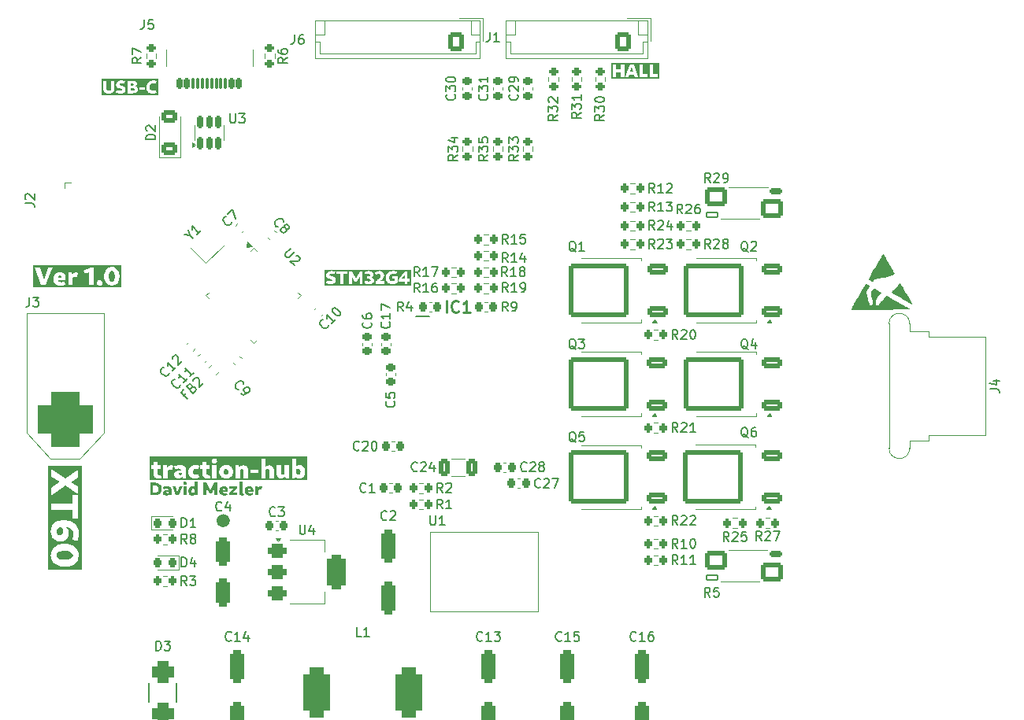
<source format=gto>
%TF.GenerationSoftware,KiCad,Pcbnew,8.0.4-1.fc40*%
%TF.CreationDate,2024-07-29T21:14:52+02:00*%
%TF.ProjectId,TractionHub,54726163-7469-46f6-9e48-75622e6b6963,rev?*%
%TF.SameCoordinates,Original*%
%TF.FileFunction,Legend,Top*%
%TF.FilePolarity,Positive*%
%FSLAX46Y46*%
G04 Gerber Fmt 4.6, Leading zero omitted, Abs format (unit mm)*
G04 Created by KiCad (PCBNEW 8.0.4-1.fc40) date 2024-07-29 21:14:52*
%MOMM*%
%LPD*%
G01*
G04 APERTURE LIST*
G04 Aperture macros list*
%AMRoundRect*
0 Rectangle with rounded corners*
0 $1 Rounding radius*
0 $2 $3 $4 $5 $6 $7 $8 $9 X,Y pos of 4 corners*
0 Add a 4 corners polygon primitive as box body*
4,1,4,$2,$3,$4,$5,$6,$7,$8,$9,$2,$3,0*
0 Add four circle primitives for the rounded corners*
1,1,$1+$1,$2,$3*
1,1,$1+$1,$4,$5*
1,1,$1+$1,$6,$7*
1,1,$1+$1,$8,$9*
0 Add four rect primitives between the rounded corners*
20,1,$1+$1,$2,$3,$4,$5,0*
20,1,$1+$1,$4,$5,$6,$7,0*
20,1,$1+$1,$6,$7,$8,$9,0*
20,1,$1+$1,$8,$9,$2,$3,0*%
%AMRotRect*
0 Rectangle, with rotation*
0 The origin of the aperture is its center*
0 $1 length*
0 $2 width*
0 $3 Rotation angle, in degrees counterclockwise*
0 Add horizontal line*
21,1,$1,$2,0,0,$3*%
G04 Aperture macros list end*
%ADD10C,0.100000*%
%ADD11C,0.150000*%
%ADD12C,0.254000*%
%ADD13C,0.010000*%
%ADD14C,0.120000*%
%ADD15C,1.000000*%
%ADD16C,0.200000*%
%ADD17RotRect,0.900000X0.800000X45.000000*%
%ADD18RoundRect,0.075000X-0.521491X0.415425X0.415425X-0.521491X0.521491X-0.415425X-0.415425X0.521491X0*%
%ADD19RoundRect,0.075000X-0.521491X-0.415425X-0.415425X-0.521491X0.521491X0.415425X0.415425X0.521491X0*%
%ADD20RoundRect,0.400000X-0.400000X1.100000X-0.400000X-1.100000X0.400000X-1.100000X0.400000X1.100000X0*%
%ADD21RoundRect,0.250000X0.850000X0.350000X-0.850000X0.350000X-0.850000X-0.350000X0.850000X-0.350000X0*%
%ADD22RoundRect,0.249997X2.950003X2.650003X-2.950003X2.650003X-2.950003X-2.650003X2.950003X-2.650003X0*%
%ADD23R,1.475000X0.300000*%
%ADD24R,3.610000X7.110000*%
%ADD25RoundRect,0.225000X0.017678X-0.335876X0.335876X-0.017678X-0.017678X0.335876X-0.335876X0.017678X0*%
%ADD26RoundRect,0.200000X0.275000X-0.200000X0.275000X0.200000X-0.275000X0.200000X-0.275000X-0.200000X0*%
%ADD27RoundRect,0.400000X0.400000X-1.350000X0.400000X1.350000X-0.400000X1.350000X-0.400000X-1.350000X0*%
%ADD28RoundRect,0.225000X-0.017678X0.335876X-0.335876X0.017678X0.017678X-0.335876X0.335876X-0.017678X0*%
%ADD29RoundRect,0.200000X-0.200000X-0.275000X0.200000X-0.275000X0.200000X0.275000X-0.200000X0.275000X0*%
%ADD30RoundRect,0.225000X-0.225000X-0.250000X0.225000X-0.250000X0.225000X0.250000X-0.225000X0.250000X0*%
%ADD31RoundRect,0.725000X-0.725000X-1.975000X0.725000X-1.975000X0.725000X1.975000X-0.725000X1.975000X0*%
%ADD32RoundRect,0.200000X-0.275000X0.200000X-0.275000X-0.200000X0.275000X-0.200000X0.275000X0.200000X0*%
%ADD33RoundRect,0.218750X0.218750X0.256250X-0.218750X0.256250X-0.218750X-0.256250X0.218750X-0.256250X0*%
%ADD34RoundRect,0.225000X0.250000X-0.225000X0.250000X0.225000X-0.250000X0.225000X-0.250000X-0.225000X0*%
%ADD35RoundRect,0.250000X-0.325000X-0.650000X0.325000X-0.650000X0.325000X0.650000X-0.325000X0.650000X0*%
%ADD36RoundRect,0.243600X-0.901400X-0.771400X0.901400X-0.771400X0.901400X0.771400X-0.901400X0.771400X0*%
%ADD37RoundRect,0.091200X-0.608800X-0.288800X0.608800X-0.288800X0.608800X0.288800X-0.608800X0.288800X0*%
%ADD38RoundRect,0.190000X-0.510000X-0.190000X0.510000X-0.190000X0.510000X0.190000X-0.510000X0.190000X0*%
%ADD39RoundRect,0.225000X0.225000X0.250000X-0.225000X0.250000X-0.225000X-0.250000X0.225000X-0.250000X0*%
%ADD40RoundRect,0.225000X-0.335876X-0.017678X-0.017678X-0.335876X0.335876X0.017678X0.017678X0.335876X0*%
%ADD41RoundRect,0.200000X0.200000X0.275000X-0.200000X0.275000X-0.200000X-0.275000X0.200000X-0.275000X0*%
%ADD42C,0.900000*%
%ADD43C,8.600000*%
%ADD44RoundRect,0.250000X0.600000X0.725000X-0.600000X0.725000X-0.600000X-0.725000X0.600000X-0.725000X0*%
%ADD45O,1.700000X1.950000*%
%ADD46RoundRect,1.500000X1.500000X-1.500000X1.500000X1.500000X-1.500000X1.500000X-1.500000X-1.500000X0*%
%ADD47C,6.000000*%
%ADD48RoundRect,0.575000X0.575000X-0.575000X0.575000X0.575000X-0.575000X0.575000X-0.575000X-0.575000X0*%
%ADD49C,1.400000*%
%ADD50R,3.000000X3.000000*%
%ADD51C,3.000000*%
%ADD52RoundRect,0.218750X-0.218750X-0.256250X0.218750X-0.256250X0.218750X0.256250X-0.218750X0.256250X0*%
%ADD53RoundRect,0.200000X-0.053033X0.335876X-0.335876X0.053033X0.053033X-0.335876X0.335876X-0.053033X0*%
%ADD54C,2.374900*%
%ADD55C,0.990600*%
%ADD56C,0.787400*%
%ADD57RoundRect,0.375000X-0.625000X-0.375000X0.625000X-0.375000X0.625000X0.375000X-0.625000X0.375000X0*%
%ADD58RoundRect,0.500000X-0.500000X-1.400000X0.500000X-1.400000X0.500000X1.400000X-0.500000X1.400000X0*%
%ADD59C,2.000000*%
%ADD60C,0.650000*%
%ADD61RoundRect,0.150000X0.150000X0.425000X-0.150000X0.425000X-0.150000X-0.425000X0.150000X-0.425000X0*%
%ADD62RoundRect,0.075000X0.075000X0.500000X-0.075000X0.500000X-0.075000X-0.500000X0.075000X-0.500000X0*%
%ADD63O,1.000000X2.100000*%
%ADD64O,1.000000X1.800000*%
%ADD65RoundRect,0.150000X0.150000X-0.512500X0.150000X0.512500X-0.150000X0.512500X-0.150000X-0.512500X0*%
%ADD66RoundRect,0.400000X-0.400000X1.350000X-0.400000X-1.350000X0.400000X-1.350000X0.400000X1.350000X0*%
%ADD67RoundRect,0.225000X0.335876X0.017678X0.017678X0.335876X-0.335876X-0.017678X-0.017678X-0.335876X0*%
%ADD68RoundRect,0.250000X0.600000X-0.400000X0.600000X0.400000X-0.600000X0.400000X-0.600000X-0.400000X0*%
G04 APERTURE END LIST*
D10*
G36*
X170489685Y-85483360D02*
G01*
X170205533Y-85481309D01*
X170489685Y-85033025D01*
X170489685Y-85483360D01*
G37*
G36*
X171215597Y-86189440D02*
G01*
X161901206Y-86189440D01*
X161901206Y-85926173D01*
X162056762Y-85926173D01*
X162124802Y-85954236D01*
X162197647Y-85979034D01*
X162274093Y-85999956D01*
X162352934Y-86016393D01*
X162432964Y-86027732D01*
X162512978Y-86033365D01*
X162544710Y-86033884D01*
X162641900Y-86029399D01*
X162730421Y-86016183D01*
X162810077Y-85994592D01*
X162880676Y-85964983D01*
X162942022Y-85927713D01*
X162993921Y-85883138D01*
X163048088Y-85812959D01*
X163084653Y-85731273D01*
X163100250Y-85662967D01*
X163105491Y-85589020D01*
X163097938Y-85502549D01*
X163076591Y-85429882D01*
X163043421Y-85369546D01*
X162975808Y-85298941D01*
X162892678Y-85247800D01*
X162800680Y-85211155D01*
X162706466Y-85184037D01*
X162616685Y-85161478D01*
X162537989Y-85138508D01*
X162461796Y-85098658D01*
X162432896Y-85037471D01*
X162464163Y-84973727D01*
X162526250Y-84944445D01*
X162595537Y-84933205D01*
X162642847Y-84931469D01*
X162716161Y-84934210D01*
X162790494Y-84942203D01*
X162863526Y-84955105D01*
X162932937Y-84972571D01*
X162970083Y-84984470D01*
X162980901Y-84953353D01*
X163174905Y-84953353D01*
X163594124Y-84953353D01*
X163594124Y-86012000D01*
X163927515Y-86012000D01*
X164502658Y-86012000D01*
X164831946Y-86012000D01*
X164831946Y-85249815D01*
X165114047Y-85803074D01*
X165370844Y-85803074D01*
X165659099Y-85214595D01*
X165659099Y-86012000D01*
X165988387Y-86012000D01*
X165988387Y-85936089D01*
X166171325Y-85936089D01*
X166238181Y-85965441D01*
X166303358Y-85989226D01*
X166381148Y-86010760D01*
X166460562Y-86025045D01*
X166529570Y-86031714D01*
X166602512Y-86033884D01*
X166702211Y-86029764D01*
X166794736Y-86017657D01*
X166879511Y-85997944D01*
X166955963Y-85971006D01*
X167023516Y-85937222D01*
X167081595Y-85896974D01*
X167143303Y-85833909D01*
X167185786Y-85760929D01*
X167207680Y-85678935D01*
X167210481Y-85634840D01*
X167202188Y-85557678D01*
X167178096Y-85487902D01*
X167139388Y-85426684D01*
X167087246Y-85375199D01*
X167022850Y-85334621D01*
X166947383Y-85306124D01*
X166914361Y-85298371D01*
X166984775Y-85270864D01*
X167043176Y-85228779D01*
X167088223Y-85173332D01*
X167118579Y-85105741D01*
X167132905Y-85027222D01*
X167133886Y-84998831D01*
X167125554Y-84917643D01*
X167101012Y-84845498D01*
X167069347Y-84796061D01*
X167313063Y-84796061D01*
X167399232Y-85044993D01*
X167460737Y-85005885D01*
X167531586Y-84970358D01*
X167600946Y-84945791D01*
X167668282Y-84932267D01*
X167714842Y-84929418D01*
X167785573Y-84936804D01*
X167853016Y-84962673D01*
X167907373Y-85011962D01*
X167934178Y-85078758D01*
X167936420Y-85107568D01*
X167920797Y-85189218D01*
X167886592Y-85259099D01*
X167834109Y-85333733D01*
X167783316Y-85393216D01*
X167723164Y-85456009D01*
X167654049Y-85522382D01*
X167603188Y-85568754D01*
X167548637Y-85616920D01*
X167490512Y-85666960D01*
X167428932Y-85718954D01*
X167364012Y-85772983D01*
X167364012Y-86012000D01*
X168324521Y-86012000D01*
X168324521Y-85718273D01*
X167858115Y-85718273D01*
X167935278Y-85654095D01*
X168004821Y-85590410D01*
X168066749Y-85527186D01*
X168121070Y-85464395D01*
X168167790Y-85402004D01*
X168204694Y-85343507D01*
X168474975Y-85343507D01*
X168478294Y-85419838D01*
X168488107Y-85492649D01*
X168504203Y-85561747D01*
X168526368Y-85626938D01*
X168570529Y-85716973D01*
X168627149Y-85797126D01*
X168695509Y-85866743D01*
X168774891Y-85925169D01*
X168864575Y-85971750D01*
X168929734Y-85995901D01*
X168998939Y-86014303D01*
X169071979Y-86026762D01*
X169148640Y-86033084D01*
X169188262Y-86033884D01*
X169267699Y-86030854D01*
X169344187Y-86021766D01*
X169417725Y-86006619D01*
X169488314Y-85985414D01*
X169555954Y-85958149D01*
X169620645Y-85924826D01*
X169682387Y-85885444D01*
X169741179Y-85840004D01*
X169741179Y-85593123D01*
X169866329Y-85593123D01*
X169866329Y-85771274D01*
X170489685Y-85771274D01*
X170489685Y-86012000D01*
X170821025Y-86012000D01*
X170821025Y-85771274D01*
X171060041Y-85771274D01*
X171060041Y-85485412D01*
X170821025Y-85485412D01*
X170821025Y-84655182D01*
X170499602Y-84655182D01*
X169941823Y-85481309D01*
X169866329Y-85593123D01*
X169741179Y-85593123D01*
X169741179Y-85202286D01*
X169129448Y-85202286D01*
X169129448Y-85488489D01*
X169417704Y-85488489D01*
X169417704Y-85699808D01*
X169351949Y-85725541D01*
X169284555Y-85737507D01*
X169229637Y-85740157D01*
X169142143Y-85732639D01*
X169064015Y-85710595D01*
X168995960Y-85674791D01*
X168938688Y-85625992D01*
X168892909Y-85564963D01*
X168859332Y-85492470D01*
X168838665Y-85409278D01*
X168832064Y-85340323D01*
X168831618Y-85316152D01*
X168838476Y-85227847D01*
X168858910Y-85150770D01*
X168892711Y-85085090D01*
X168939672Y-85030974D01*
X168999583Y-84988590D01*
X169072237Y-84958108D01*
X169157426Y-84939696D01*
X169229417Y-84933908D01*
X169254940Y-84933521D01*
X169332954Y-84936401D01*
X169401262Y-84943114D01*
X169479024Y-84955293D01*
X169550823Y-84971496D01*
X169596196Y-84985154D01*
X169690230Y-84719808D01*
X169621203Y-84691382D01*
X169545541Y-84668243D01*
X169478513Y-84653224D01*
X169408805Y-84642274D01*
X169337294Y-84635572D01*
X169264856Y-84633297D01*
X169176532Y-84636660D01*
X169092491Y-84646592D01*
X169012927Y-84662856D01*
X168938037Y-84685219D01*
X168868015Y-84713444D01*
X168803057Y-84747296D01*
X168743359Y-84786539D01*
X168689115Y-84830939D01*
X168640521Y-84880259D01*
X168597773Y-84934265D01*
X168561065Y-84992720D01*
X168530594Y-85055390D01*
X168506554Y-85122039D01*
X168489140Y-85192432D01*
X168478549Y-85266333D01*
X168474975Y-85343507D01*
X168204694Y-85343507D01*
X168206917Y-85339984D01*
X168238457Y-85278305D01*
X168268720Y-85196543D01*
X168285523Y-85115259D01*
X168289302Y-85054568D01*
X168284103Y-84985390D01*
X168261552Y-84901012D01*
X168222141Y-84826467D01*
X168166952Y-84762686D01*
X168097067Y-84710597D01*
X168035659Y-84679763D01*
X167967050Y-84656422D01*
X167891696Y-84640964D01*
X167810054Y-84633784D01*
X167781521Y-84633297D01*
X167700018Y-84637320D01*
X167621133Y-84649353D01*
X167545178Y-84669340D01*
X167472466Y-84697228D01*
X167403310Y-84732960D01*
X167338024Y-84776483D01*
X167313063Y-84796061D01*
X167069347Y-84796061D01*
X167060947Y-84782946D01*
X167006044Y-84730537D01*
X166936987Y-84688818D01*
X166854463Y-84658339D01*
X166784143Y-84643187D01*
X166706923Y-84634897D01*
X166651751Y-84633297D01*
X166576462Y-84636184D01*
X166501439Y-84644870D01*
X166426948Y-84659395D01*
X166353255Y-84679797D01*
X166280626Y-84706115D01*
X166209329Y-84738390D01*
X166181242Y-84752976D01*
X166257836Y-85006696D01*
X166324528Y-84979220D01*
X166398504Y-84953779D01*
X166468660Y-84935830D01*
X166544575Y-84924987D01*
X166580969Y-84923605D01*
X166654256Y-84930259D01*
X166719935Y-84953280D01*
X166770129Y-85002971D01*
X166781004Y-85050122D01*
X166758436Y-85119107D01*
X166704054Y-85165179D01*
X166633863Y-85191301D01*
X166559436Y-85201576D01*
X166532072Y-85202286D01*
X166438039Y-85202286D01*
X166438039Y-85457373D01*
X166532072Y-85457373D01*
X166602902Y-85460325D01*
X166681134Y-85471936D01*
X166746695Y-85491681D01*
X166806803Y-85525110D01*
X166851732Y-85584181D01*
X166857599Y-85619110D01*
X166832817Y-85683513D01*
X166769969Y-85722382D01*
X166696171Y-85739257D01*
X166616531Y-85743919D01*
X166547990Y-85741275D01*
X166477889Y-85733442D01*
X166407554Y-85720569D01*
X166338310Y-85702806D01*
X166271482Y-85680299D01*
X166249972Y-85671769D01*
X166171325Y-85936089D01*
X165988387Y-85936089D01*
X165988387Y-84655182D01*
X165664912Y-84655182D01*
X165259030Y-85447115D01*
X164829895Y-84655182D01*
X164502658Y-84655182D01*
X164502658Y-86012000D01*
X163927515Y-86012000D01*
X163927515Y-84953353D01*
X164350837Y-84953353D01*
X164350837Y-84655182D01*
X163174905Y-84655182D01*
X163174905Y-84953353D01*
X162980901Y-84953353D01*
X163064117Y-84713995D01*
X162996619Y-84687502D01*
X162923149Y-84665922D01*
X162845666Y-84649553D01*
X162766132Y-84638694D01*
X162686508Y-84633640D01*
X162660286Y-84633297D01*
X162566255Y-84637987D01*
X162478649Y-84651769D01*
X162398082Y-84674217D01*
X162325173Y-84704903D01*
X162260538Y-84743398D01*
X162204795Y-84789276D01*
X162158561Y-84842109D01*
X162122451Y-84901469D01*
X162097085Y-84966928D01*
X162083078Y-85038059D01*
X162080355Y-85088420D01*
X162087859Y-85168550D01*
X162109065Y-85236108D01*
X162162284Y-85316871D01*
X162235322Y-85377063D01*
X162321573Y-85421313D01*
X162414431Y-85454253D01*
X162507288Y-85480511D01*
X162593540Y-85504719D01*
X162666578Y-85531506D01*
X162731990Y-85579239D01*
X162748506Y-85630053D01*
X162718469Y-85692515D01*
X162652278Y-85719999D01*
X162582161Y-85727778D01*
X162558387Y-85728189D01*
X162486509Y-85725638D01*
X162410790Y-85717731D01*
X162332798Y-85704090D01*
X162254104Y-85684336D01*
X162189119Y-85662931D01*
X162150795Y-85647833D01*
X162056762Y-85926173D01*
X161901206Y-85926173D01*
X161901206Y-84477741D01*
X171215597Y-84477741D01*
X171215597Y-86189440D01*
G37*
G36*
X195056385Y-63171811D02*
G01*
X194768129Y-63171811D01*
X194909351Y-62705405D01*
X195056385Y-63171811D01*
G37*
G36*
X197887963Y-63917556D02*
G01*
X192733613Y-63917556D01*
X192733613Y-63762000D01*
X192889169Y-63762000D01*
X193233845Y-63762000D01*
X193233845Y-63236438D01*
X193761116Y-63236438D01*
X193761116Y-63762000D01*
X194106133Y-63762000D01*
X194230942Y-63762000D01*
X194593740Y-63762000D01*
X194676147Y-63477505D01*
X195150418Y-63477505D01*
X195238639Y-63762000D01*
X195613063Y-63762000D01*
X195738213Y-63762000D01*
X196639567Y-63762000D01*
X196831053Y-63762000D01*
X197732407Y-63762000D01*
X197732407Y-63462118D01*
X197169916Y-63462118D01*
X197169916Y-62405182D01*
X196831053Y-62405182D01*
X196831053Y-63762000D01*
X196639567Y-63762000D01*
X196639567Y-63462118D01*
X196077076Y-63462118D01*
X196077076Y-62405182D01*
X195738213Y-62405182D01*
X195738213Y-63762000D01*
X195613063Y-63762000D01*
X195148367Y-62405182D01*
X194715129Y-62405182D01*
X194441554Y-63171811D01*
X194230942Y-63762000D01*
X194106133Y-63762000D01*
X194106133Y-62405182D01*
X193761116Y-62405182D01*
X193761116Y-62930401D01*
X193233845Y-62930401D01*
X193233845Y-62405182D01*
X192889169Y-62405182D01*
X192889169Y-63762000D01*
X192733613Y-63762000D01*
X192733613Y-62249626D01*
X197887963Y-62249626D01*
X197887963Y-63917556D01*
G37*
G36*
X141349133Y-64951655D02*
G01*
X141412212Y-64981181D01*
X141456072Y-65036345D01*
X141468981Y-65102013D01*
X141455108Y-65171139D01*
X141407566Y-65221725D01*
X141336413Y-65243356D01*
X141296301Y-65245628D01*
X141043607Y-65245628D01*
X141043607Y-64943011D01*
X141276810Y-64943011D01*
X141349133Y-64951655D01*
G37*
G36*
X141245496Y-64429466D02*
G01*
X141313569Y-64459551D01*
X141357403Y-64515758D01*
X141365031Y-64559013D01*
X141346224Y-64627529D01*
X141299440Y-64678110D01*
X141290488Y-64684505D01*
X141043607Y-64684505D01*
X141043607Y-64421895D01*
X141176964Y-64421895D01*
X141245496Y-64429466D01*
G37*
G36*
X144028717Y-65689440D02*
G01*
X137955916Y-65689440D01*
X137955916Y-64971734D01*
X138111472Y-64971734D01*
X138117153Y-65066589D01*
X138133949Y-65153762D01*
X138161487Y-65232894D01*
X138199396Y-65303625D01*
X138247304Y-65365595D01*
X138304838Y-65418443D01*
X138371627Y-65461810D01*
X138447300Y-65495335D01*
X138531483Y-65518659D01*
X138623806Y-65531421D01*
X138689692Y-65533884D01*
X138790382Y-65527930D01*
X138883598Y-65510417D01*
X138968810Y-65481868D01*
X139045488Y-65442804D01*
X139068410Y-65426173D01*
X139466922Y-65426173D01*
X139534962Y-65454236D01*
X139607808Y-65479034D01*
X139684254Y-65499956D01*
X139763094Y-65516393D01*
X139843124Y-65527732D01*
X139923139Y-65533365D01*
X139954870Y-65533884D01*
X140052060Y-65529399D01*
X140140581Y-65516183D01*
X140220238Y-65494592D01*
X140290836Y-65464983D01*
X140352182Y-65427713D01*
X140404081Y-65383138D01*
X140458248Y-65312959D01*
X140494814Y-65231273D01*
X140510410Y-65162967D01*
X140515652Y-65089020D01*
X140508098Y-65002549D01*
X140486751Y-64929882D01*
X140453581Y-64869546D01*
X140385969Y-64798941D01*
X140302838Y-64747800D01*
X140210841Y-64711155D01*
X140118253Y-64684505D01*
X140710558Y-64684505D01*
X140710558Y-65245628D01*
X140710558Y-65512000D01*
X141251507Y-65512000D01*
X141344826Y-65507378D01*
X141431498Y-65493814D01*
X141510970Y-65471762D01*
X141582688Y-65441675D01*
X141646101Y-65404005D01*
X141700654Y-65359205D01*
X141745796Y-65307730D01*
X141790390Y-65229493D01*
X141811422Y-65164201D01*
X141814785Y-65139969D01*
X141980181Y-65139969D01*
X142568318Y-65139969D01*
X142568318Y-64865733D01*
X141980181Y-64865733D01*
X141980181Y-65139969D01*
X141814785Y-65139969D01*
X141821200Y-65093743D01*
X141821863Y-65069187D01*
X141815625Y-64994228D01*
X141797202Y-64926364D01*
X141759630Y-64854834D01*
X141749503Y-64843507D01*
X142736552Y-64843507D01*
X142739867Y-64919500D01*
X142749657Y-64992060D01*
X142765690Y-65060985D01*
X142787731Y-65126072D01*
X142831551Y-65216062D01*
X142887581Y-65296274D01*
X142955035Y-65366024D01*
X143033128Y-65424628D01*
X143121073Y-65471400D01*
X143218085Y-65505657D01*
X143287407Y-65521203D01*
X143360177Y-65530680D01*
X143436161Y-65533884D01*
X143506333Y-65531109D01*
X143577687Y-65523110D01*
X143648253Y-65510372D01*
X143716058Y-65493378D01*
X143791002Y-65468054D01*
X143855722Y-65438140D01*
X143781179Y-65192969D01*
X143710761Y-65213200D01*
X143643543Y-65226108D01*
X143567330Y-65234422D01*
X143518569Y-65236054D01*
X143445002Y-65231855D01*
X143377735Y-65219446D01*
X143298198Y-65190623D01*
X143230709Y-65148384D01*
X143175751Y-65093403D01*
X143133811Y-65026352D01*
X143105373Y-64947905D01*
X143090921Y-64858735D01*
X143089092Y-64810339D01*
X143095555Y-64722578D01*
X143114700Y-64646298D01*
X143146164Y-64581567D01*
X143189580Y-64528452D01*
X143244585Y-64487022D01*
X143310814Y-64457344D01*
X143387902Y-64439488D01*
X143475484Y-64433521D01*
X143546678Y-64436240D01*
X143618789Y-64444083D01*
X143687629Y-64456576D01*
X143756928Y-64475944D01*
X143779127Y-64484470D01*
X143873161Y-64217757D01*
X143799653Y-64188884D01*
X143726525Y-64166089D01*
X143653288Y-64149316D01*
X143579456Y-64138512D01*
X143504542Y-64133622D01*
X143479246Y-64133297D01*
X143398890Y-64136574D01*
X143321867Y-64146269D01*
X143248432Y-64162182D01*
X143178841Y-64184113D01*
X143113349Y-64211860D01*
X143052212Y-64245222D01*
X142995685Y-64283999D01*
X142920098Y-64351877D01*
X142856321Y-64430809D01*
X142805215Y-64520115D01*
X142778611Y-64585082D01*
X142758277Y-64654158D01*
X142744469Y-64727142D01*
X142737442Y-64803834D01*
X142736552Y-64843507D01*
X141749503Y-64843507D01*
X141705900Y-64794735D01*
X141649330Y-64753864D01*
X141582505Y-64721776D01*
X141635025Y-64672430D01*
X141673888Y-64613723D01*
X141698006Y-64547323D01*
X141706287Y-64474896D01*
X141698125Y-64400977D01*
X141673749Y-64336511D01*
X141620737Y-64269411D01*
X141560499Y-64226669D01*
X141484594Y-64193782D01*
X141417487Y-64175661D01*
X141341733Y-64163206D01*
X141257403Y-64156469D01*
X141196454Y-64155182D01*
X140710558Y-64155182D01*
X140710558Y-64684505D01*
X140118253Y-64684505D01*
X140116627Y-64684037D01*
X140026846Y-64661478D01*
X139948149Y-64638508D01*
X139871957Y-64598658D01*
X139843056Y-64537471D01*
X139874323Y-64473727D01*
X139936410Y-64444445D01*
X140005698Y-64433205D01*
X140053007Y-64431469D01*
X140126321Y-64434210D01*
X140200654Y-64442203D01*
X140273686Y-64455105D01*
X140343098Y-64472571D01*
X140380244Y-64484470D01*
X140474277Y-64213995D01*
X140406780Y-64187502D01*
X140333309Y-64165922D01*
X140255826Y-64149553D01*
X140176293Y-64138694D01*
X140096669Y-64133640D01*
X140070446Y-64133297D01*
X139976416Y-64137987D01*
X139888809Y-64151769D01*
X139808243Y-64174217D01*
X139735334Y-64204903D01*
X139670699Y-64243398D01*
X139614956Y-64289276D01*
X139568721Y-64342109D01*
X139532612Y-64401469D01*
X139507245Y-64466928D01*
X139493238Y-64538059D01*
X139490516Y-64588420D01*
X139498020Y-64668550D01*
X139519226Y-64736108D01*
X139572444Y-64816871D01*
X139645482Y-64877063D01*
X139731734Y-64921313D01*
X139824591Y-64954253D01*
X139917449Y-64980511D01*
X140003700Y-65004719D01*
X140076738Y-65031506D01*
X140142150Y-65079239D01*
X140158667Y-65130053D01*
X140128630Y-65192515D01*
X140062438Y-65219999D01*
X139992322Y-65227778D01*
X139968548Y-65228189D01*
X139896669Y-65225638D01*
X139820950Y-65217731D01*
X139742959Y-65204090D01*
X139664264Y-65184336D01*
X139599280Y-65162931D01*
X139560956Y-65147833D01*
X139466922Y-65426173D01*
X139068410Y-65426173D01*
X139113100Y-65393748D01*
X139171115Y-65335223D01*
X139219003Y-65267750D01*
X139256234Y-65191853D01*
X139282275Y-65108053D01*
X139296597Y-65016873D01*
X139299371Y-64952244D01*
X139299371Y-64155182D01*
X138964270Y-64155182D01*
X138964270Y-64991225D01*
X138957913Y-65059934D01*
X138934108Y-65128952D01*
X138885398Y-65189602D01*
X138815778Y-65227236D01*
X138740762Y-65239889D01*
X138726964Y-65240157D01*
X138650640Y-65232403D01*
X138585609Y-65209676D01*
X138523424Y-65163776D01*
X138479632Y-65098871D01*
X138458027Y-65031270D01*
X138450676Y-64952244D01*
X138450676Y-64155182D01*
X138111472Y-64155182D01*
X138111472Y-64971734D01*
X137955916Y-64971734D01*
X137955916Y-63977741D01*
X144028717Y-63977741D01*
X144028717Y-65689440D01*
G37*
G36*
X134162979Y-114751785D02*
G01*
X134331299Y-114777595D01*
X134479166Y-114819153D01*
X134632215Y-114891428D01*
X134746332Y-114984113D01*
X134826428Y-115118994D01*
X134842274Y-115221388D01*
X134805726Y-115374103D01*
X134700736Y-115503074D01*
X134566002Y-115589442D01*
X134392632Y-115654083D01*
X134228833Y-115688550D01*
X134044963Y-115706368D01*
X133946147Y-115708653D01*
X133760809Y-115699823D01*
X133593579Y-115674146D01*
X133446494Y-115632841D01*
X133294065Y-115561091D01*
X133162493Y-115448627D01*
X133093415Y-115311289D01*
X133084459Y-115234577D01*
X133120978Y-115078464D01*
X133225765Y-114947959D01*
X133360072Y-114861297D01*
X133532673Y-114796883D01*
X133695542Y-114762734D01*
X133878148Y-114745162D01*
X133976189Y-114742916D01*
X134162979Y-114751785D01*
G37*
G36*
X133709901Y-112326095D02*
G01*
X133779025Y-112466263D01*
X133808973Y-112615125D01*
X133809860Y-112645115D01*
X133782463Y-112805365D01*
X133692135Y-112941036D01*
X133548502Y-113019773D01*
X133428108Y-113035659D01*
X133278048Y-113009922D01*
X133151342Y-112924791D01*
X133077985Y-112788843D01*
X133063210Y-112674424D01*
X133090834Y-112524117D01*
X133171867Y-112399173D01*
X133303548Y-112300973D01*
X133454635Y-112239134D01*
X133606161Y-112204012D01*
X133709901Y-112326095D01*
G37*
G36*
X135797694Y-116790102D02*
G01*
X132129772Y-116790102D01*
X132129772Y-115217725D01*
X132463105Y-115217725D01*
X132464418Y-115234577D01*
X132478799Y-115419127D01*
X132524905Y-115606609D01*
X132599954Y-115778883D01*
X132702480Y-115934664D01*
X132831015Y-116072665D01*
X132984093Y-116191602D01*
X133160246Y-116290187D01*
X133358007Y-116367135D01*
X133501128Y-116405778D01*
X133652766Y-116433852D01*
X133812485Y-116450976D01*
X133979853Y-116456769D01*
X134143477Y-116451069D01*
X134299665Y-116434223D01*
X134447984Y-116406604D01*
X134654771Y-116345801D01*
X134841434Y-116262873D01*
X135006522Y-116159090D01*
X135148582Y-116035718D01*
X135266161Y-115894027D01*
X135357806Y-115735283D01*
X135422066Y-115560754D01*
X135457486Y-115371710D01*
X135464361Y-115238241D01*
X135448651Y-115035883D01*
X135402518Y-114847591D01*
X135327452Y-114674638D01*
X135224948Y-114518301D01*
X135096496Y-114379854D01*
X134943591Y-114260572D01*
X134767723Y-114161731D01*
X134570386Y-114084606D01*
X134427638Y-114045883D01*
X134276453Y-114017756D01*
X134117275Y-114000602D01*
X133950544Y-113994801D01*
X133787007Y-114000501D01*
X133630817Y-114017355D01*
X133482414Y-114044994D01*
X133275380Y-114105866D01*
X133088357Y-114188928D01*
X132922837Y-114292932D01*
X132780313Y-114416633D01*
X132662276Y-114558785D01*
X132570221Y-114718141D01*
X132505638Y-114893456D01*
X132470021Y-115083482D01*
X132463105Y-115217725D01*
X132129772Y-115217725D01*
X132129772Y-112623866D01*
X132463105Y-112623866D01*
X132466029Y-112674424D01*
X132473680Y-112806690D01*
X132504739Y-112976492D01*
X132555283Y-113132188D01*
X132624311Y-113272695D01*
X132710823Y-113396930D01*
X132813821Y-113503809D01*
X132932303Y-113592250D01*
X133065270Y-113661169D01*
X133211723Y-113709483D01*
X133370661Y-113736109D01*
X133483063Y-113741277D01*
X133632316Y-113732226D01*
X133813871Y-113693056D01*
X133973801Y-113624810D01*
X134110268Y-113529557D01*
X134221435Y-113409365D01*
X134305463Y-113266306D01*
X134360515Y-113102447D01*
X134384755Y-112919859D01*
X134385785Y-112871528D01*
X134375613Y-112720218D01*
X134338192Y-112555483D01*
X134273514Y-112404191D01*
X134181856Y-112267127D01*
X134100020Y-112178367D01*
X134278520Y-112203898D01*
X134434557Y-112248525D01*
X134567719Y-112312112D01*
X134701376Y-112418049D01*
X134797841Y-112553126D01*
X134856311Y-112717076D01*
X134875189Y-112868843D01*
X134875980Y-112909630D01*
X134867027Y-113059049D01*
X134841725Y-113216368D01*
X134802409Y-113370527D01*
X134751416Y-113510467D01*
X135291437Y-113695115D01*
X135356664Y-113541320D01*
X135401090Y-113397873D01*
X135434242Y-113244370D01*
X135455484Y-113081449D01*
X135464177Y-112909747D01*
X135464361Y-112880321D01*
X135457748Y-112711383D01*
X135438041Y-112552761D01*
X135405440Y-112404535D01*
X135332794Y-112201866D01*
X135232251Y-112023041D01*
X135104481Y-111868332D01*
X134950155Y-111738012D01*
X134769942Y-111632350D01*
X134564513Y-111551620D01*
X134413882Y-111511785D01*
X134252541Y-111483232D01*
X134080687Y-111466041D01*
X133898520Y-111460293D01*
X133726753Y-111465238D01*
X133565671Y-111479966D01*
X133415329Y-111504318D01*
X133210072Y-111558540D01*
X133029288Y-111633516D01*
X132873161Y-111728705D01*
X132741876Y-111843567D01*
X132635617Y-111977564D01*
X132554570Y-112130155D01*
X132498919Y-112300801D01*
X132468849Y-112488961D01*
X132463105Y-112623866D01*
X132129772Y-112623866D01*
X132129772Y-109665108D01*
X132510000Y-109665108D01*
X132510000Y-110379518D01*
X134778527Y-110379518D01*
X134778527Y-111286636D01*
X135417466Y-111286636D01*
X135417466Y-108766782D01*
X134778527Y-108766782D01*
X134778527Y-109665108D01*
X132510000Y-109665108D01*
X132129772Y-109665108D01*
X132129772Y-106776692D01*
X132510000Y-106776692D01*
X133464745Y-107331367D01*
X132510000Y-107927808D01*
X132510000Y-108805617D01*
X134047264Y-107726308D01*
X135417466Y-108687648D01*
X135417466Y-107835484D01*
X134625387Y-107348220D01*
X135417466Y-106860956D01*
X135417466Y-106000000D01*
X134026015Y-106956943D01*
X132510000Y-105932588D01*
X132510000Y-106776692D01*
X132129772Y-106776692D01*
X132129772Y-105599255D01*
X135797694Y-105599255D01*
X135797694Y-116790102D01*
G37*
G36*
X146541905Y-106513349D02*
G01*
X146453010Y-106565339D01*
X146362630Y-106580272D01*
X146261046Y-106556358D01*
X146199269Y-106473305D01*
X146197522Y-106452777D01*
X146248615Y-106367364D01*
X146351638Y-106333516D01*
X146455580Y-106320716D01*
X146541905Y-106316001D01*
X146541905Y-106513349D01*
G37*
G36*
X151398978Y-105923803D02*
G01*
X151483643Y-105983427D01*
X151533061Y-106068068D01*
X151557629Y-106180636D01*
X151560118Y-106236866D01*
X151550809Y-106335424D01*
X151517352Y-106427531D01*
X151451309Y-106500223D01*
X151357932Y-106535364D01*
X151316364Y-106538262D01*
X151219643Y-106521506D01*
X151135140Y-106463548D01*
X151080823Y-106367837D01*
X151060036Y-106256110D01*
X151058932Y-106219769D01*
X151068196Y-106117953D01*
X151101521Y-106022354D01*
X151167386Y-105946528D01*
X151260642Y-105909698D01*
X151302198Y-105906650D01*
X151398978Y-105923803D01*
G37*
G36*
X159149241Y-105922779D02*
G01*
X159236619Y-105979613D01*
X159292170Y-106075608D01*
X159311845Y-106172174D01*
X159314340Y-106228073D01*
X159305588Y-106330708D01*
X159273854Y-106425690D01*
X159200600Y-106506461D01*
X159106489Y-106536968D01*
X159078890Y-106538262D01*
X158981893Y-106521528D01*
X158894384Y-106466993D01*
X158868841Y-106438611D01*
X158868841Y-105977969D01*
X158950235Y-105921976D01*
X159048115Y-105906650D01*
X159149241Y-105922779D01*
G37*
G36*
X160029444Y-107163485D02*
G01*
X143060995Y-107163485D01*
X143060995Y-105534424D01*
X143283217Y-105534424D01*
X143283217Y-105912512D01*
X143479588Y-105912512D01*
X143479588Y-106423468D01*
X143488930Y-106539824D01*
X143516591Y-106642653D01*
X143562020Y-106731343D01*
X143642956Y-106821388D01*
X143726356Y-106876025D01*
X143825738Y-106914531D01*
X143940553Y-106936295D01*
X144036461Y-106941263D01*
X144138338Y-106936275D01*
X144236163Y-106922625D01*
X144291771Y-106910000D01*
X144556699Y-106910000D01*
X145041277Y-106910000D01*
X145041277Y-106519699D01*
X145710502Y-106519699D01*
X145723941Y-106632126D01*
X145763056Y-106730031D01*
X145826050Y-106811559D01*
X145911120Y-106874853D01*
X146016467Y-106918059D01*
X146114135Y-106936912D01*
X146194591Y-106941263D01*
X146305318Y-106932738D01*
X146405447Y-106907287D01*
X146495040Y-106865094D01*
X146574158Y-106806343D01*
X146614689Y-106765408D01*
X146665003Y-106910000D01*
X147015247Y-106910000D01*
X147015247Y-106248101D01*
X147250209Y-106248101D01*
X147257441Y-106366561D01*
X147278851Y-106474961D01*
X147314012Y-106572954D01*
X147362497Y-106660192D01*
X147423877Y-106736328D01*
X147497727Y-106801014D01*
X147583618Y-106853901D01*
X147681122Y-106894643D01*
X147789813Y-106922891D01*
X147909262Y-106938297D01*
X147994661Y-106941263D01*
X148101616Y-106936428D01*
X148202952Y-106921657D01*
X148300204Y-106896552D01*
X148394904Y-106860713D01*
X148448464Y-106835261D01*
X148341974Y-106506510D01*
X148242286Y-106538661D01*
X148143232Y-106553338D01*
X148098709Y-106554870D01*
X147999575Y-106546023D01*
X147900654Y-106512611D01*
X147814367Y-106443471D01*
X147761222Y-106343372D01*
X147743466Y-106234140D01*
X147743091Y-106213907D01*
X147754013Y-106112632D01*
X147794365Y-106018608D01*
X147876888Y-105944926D01*
X147980953Y-105911798D01*
X148053768Y-105906650D01*
X148153979Y-105913273D01*
X148256495Y-105931239D01*
X148341974Y-105955010D01*
X148440160Y-105578876D01*
X148336831Y-105543624D01*
X148295066Y-105534424D01*
X148543230Y-105534424D01*
X148543230Y-105912512D01*
X148739602Y-105912512D01*
X148739602Y-106423468D01*
X148748944Y-106539824D01*
X148776605Y-106642653D01*
X148822034Y-106731343D01*
X148902970Y-106821388D01*
X148986370Y-106876025D01*
X149085752Y-106914531D01*
X149200567Y-106936295D01*
X149296475Y-106941263D01*
X149398352Y-106936275D01*
X149496177Y-106922625D01*
X149551785Y-106910000D01*
X149816713Y-106910000D01*
X150301290Y-106910000D01*
X150301290Y-106251032D01*
X150566050Y-106251032D01*
X150573331Y-106364793D01*
X150594779Y-106470184D01*
X150629798Y-106566590D01*
X150677797Y-106653395D01*
X150760956Y-106753135D01*
X150836926Y-106815141D01*
X150923894Y-106865494D01*
X151021266Y-106903577D01*
X151128448Y-106928775D01*
X151244845Y-106940471D01*
X151285589Y-106941263D01*
X151410623Y-106933564D01*
X151526919Y-106910946D01*
X151529663Y-106910000D01*
X152317759Y-106910000D01*
X152802337Y-106910000D01*
X152802337Y-106026329D01*
X152889187Y-105975175D01*
X152987085Y-105954813D01*
X153001151Y-105954521D01*
X153103450Y-105975812D01*
X153169817Y-106049643D01*
X153190481Y-106150700D01*
X153191172Y-106178248D01*
X153191172Y-106910000D01*
X153675750Y-106910000D01*
X155106036Y-106910000D01*
X155581821Y-106910000D01*
X155581821Y-106034633D01*
X155664964Y-105975451D01*
X155765539Y-105954588D01*
X155772330Y-105954521D01*
X155871772Y-105971746D01*
X155945204Y-106040698D01*
X155969579Y-106137626D01*
X155971144Y-106178248D01*
X155971144Y-106910000D01*
X156455722Y-106910000D01*
X156455722Y-106401486D01*
X156740020Y-106401486D01*
X156748747Y-106520189D01*
X156774115Y-106626166D01*
X156814905Y-106718463D01*
X156885721Y-106813137D01*
X156976346Y-106883073D01*
X157084400Y-106926404D01*
X157181792Y-106940658D01*
X157207501Y-106941263D01*
X157314762Y-106931378D01*
X157415155Y-106902297D01*
X157507423Y-106854878D01*
X157590307Y-106789981D01*
X157632972Y-106745380D01*
X157708688Y-106910000D01*
X158058932Y-106910000D01*
X158058932Y-105977969D01*
X158404291Y-105977969D01*
X158404291Y-106910000D01*
X158701290Y-106910000D01*
X158776517Y-106762477D01*
X158851729Y-106839871D01*
X158942602Y-106895833D01*
X159049230Y-106929814D01*
X159155523Y-106941082D01*
X159171702Y-106941263D01*
X159275310Y-106933704D01*
X159371657Y-106911500D01*
X159487719Y-106860336D01*
X159588220Y-106786071D01*
X159671642Y-106690383D01*
X159722088Y-106605566D01*
X159761434Y-106510350D01*
X159789040Y-106405441D01*
X159804266Y-106291547D01*
X159807222Y-106210976D01*
X159801055Y-106094750D01*
X159782979Y-105986936D01*
X159753627Y-105888195D01*
X159698051Y-105771793D01*
X159625065Y-105674253D01*
X159536176Y-105597140D01*
X159432888Y-105542016D01*
X159316707Y-105510444D01*
X159222016Y-105503161D01*
X159120739Y-105511495D01*
X159016636Y-105540332D01*
X158923885Y-105589020D01*
X158868841Y-105632121D01*
X158868841Y-104846636D01*
X158404291Y-104846636D01*
X158404291Y-105977969D01*
X158058932Y-105977969D01*
X158058932Y-105534424D01*
X157574354Y-105534424D01*
X157574354Y-106450334D01*
X157487062Y-106505241D01*
X157398011Y-106521653D01*
X157297757Y-106494390D01*
X157239120Y-106411066D01*
X157224741Y-106312935D01*
X157224598Y-106293531D01*
X157224598Y-106290600D01*
X157224598Y-105534424D01*
X156740020Y-105534424D01*
X156740020Y-106401486D01*
X156455722Y-106401486D01*
X156455722Y-106094717D01*
X156447049Y-105969522D01*
X156421512Y-105858587D01*
X156379833Y-105762662D01*
X156322732Y-105682496D01*
X156230767Y-105605593D01*
X156141604Y-105563627D01*
X156039364Y-105539858D01*
X155954535Y-105534424D01*
X155850137Y-105542888D01*
X155752424Y-105568801D01*
X155662589Y-105612940D01*
X155581821Y-105676085D01*
X155581821Y-104846636D01*
X155106036Y-104846636D01*
X155106036Y-106910000D01*
X153675750Y-106910000D01*
X153675750Y-106378527D01*
X153955652Y-106378527D01*
X154795847Y-106378527D01*
X154795847Y-105986762D01*
X153955652Y-105986762D01*
X153955652Y-106378527D01*
X153675750Y-106378527D01*
X153675750Y-106122561D01*
X153671001Y-106022156D01*
X153650211Y-105901546D01*
X153613456Y-105796753D01*
X153561349Y-105708490D01*
X153475561Y-105622497D01*
X153367940Y-105564850D01*
X153266927Y-105540079D01*
X153182868Y-105534424D01*
X153072101Y-105544238D01*
X152968324Y-105573109D01*
X152872919Y-105620177D01*
X152787266Y-105684584D01*
X152743230Y-105728841D01*
X152667515Y-105534424D01*
X152317759Y-105534424D01*
X152317759Y-106910000D01*
X151529663Y-106910000D01*
X151633701Y-106874127D01*
X151730189Y-106823823D01*
X151815608Y-106760751D01*
X151889178Y-106685630D01*
X151950123Y-106599176D01*
X151997664Y-106502106D01*
X152031024Y-106395138D01*
X152049426Y-106278989D01*
X152053000Y-106196810D01*
X152045709Y-106082288D01*
X152024246Y-105976254D01*
X151989222Y-105879316D01*
X151941253Y-105792078D01*
X151880952Y-105715148D01*
X151808931Y-105649131D01*
X151725804Y-105594633D01*
X151632185Y-105552261D01*
X151528687Y-105522621D01*
X151415923Y-105506319D01*
X151335903Y-105503161D01*
X151210132Y-105510874D01*
X151093259Y-105533541D01*
X150986043Y-105570456D01*
X150889242Y-105620910D01*
X150803615Y-105684195D01*
X150729919Y-105759605D01*
X150668913Y-105846431D01*
X150621355Y-105943966D01*
X150588005Y-106051502D01*
X150569619Y-106168332D01*
X150567399Y-106219769D01*
X150566050Y-106251032D01*
X150301290Y-106251032D01*
X150301290Y-105534424D01*
X149816713Y-105534424D01*
X149816713Y-106910000D01*
X149551785Y-106910000D01*
X149597391Y-106899646D01*
X149607641Y-106896810D01*
X149514829Y-106554870D01*
X149416808Y-106574619D01*
X149402965Y-106574898D01*
X149299424Y-106553513D01*
X149228141Y-106478453D01*
X149215387Y-106409302D01*
X149215387Y-105912512D01*
X149531926Y-105912512D01*
X149531926Y-105534424D01*
X149215387Y-105534424D01*
X149215387Y-105139727D01*
X148739602Y-105139727D01*
X148739602Y-105534424D01*
X148543230Y-105534424D01*
X148295066Y-105534424D01*
X148233586Y-105520881D01*
X148124621Y-105507131D01*
X148028367Y-105503161D01*
X147899231Y-105510603D01*
X147779877Y-105532559D01*
X147670944Y-105568474D01*
X147573067Y-105617793D01*
X147486886Y-105679959D01*
X147413038Y-105754417D01*
X147352159Y-105840613D01*
X147304889Y-105937989D01*
X147271863Y-106045992D01*
X147253721Y-106164065D01*
X147250209Y-106248101D01*
X147015247Y-106248101D01*
X147015247Y-106142588D01*
X147009203Y-106030873D01*
X146991107Y-105929395D01*
X146948328Y-105810297D01*
X146884354Y-105710078D01*
X146799317Y-105629128D01*
X146693349Y-105567835D01*
X146600216Y-105535000D01*
X146495438Y-105513606D01*
X146379072Y-105503817D01*
X146337718Y-105503161D01*
X146237297Y-105506815D01*
X146136651Y-105517508D01*
X146037198Y-105534837D01*
X145940360Y-105558402D01*
X145829604Y-105594341D01*
X145727110Y-105637983D01*
X145838974Y-105965757D01*
X145944135Y-105932494D01*
X146044993Y-105908848D01*
X146153425Y-105893628D01*
X146234159Y-105890041D01*
X146332661Y-105896790D01*
X146436508Y-105926413D01*
X146518274Y-105995554D01*
X146541905Y-106075666D01*
X146438463Y-106079687D01*
X146296792Y-106091252D01*
X146171091Y-106109600D01*
X146061109Y-106134891D01*
X145966598Y-106167283D01*
X145864220Y-106221796D01*
X145788316Y-106289595D01*
X145729763Y-106393603D01*
X145718715Y-106452777D01*
X145711266Y-106492678D01*
X145710502Y-106519699D01*
X145041277Y-106519699D01*
X145041277Y-106110348D01*
X145123726Y-106042484D01*
X145218653Y-106000907D01*
X145312875Y-105988227D01*
X145412831Y-105997691D01*
X145508757Y-106021444D01*
X145617690Y-105579364D01*
X145523621Y-105547947D01*
X145425415Y-105535213D01*
X145393963Y-105534424D01*
X145288941Y-105545920D01*
X145189236Y-105579549D01*
X145097638Y-105634022D01*
X145016941Y-105708052D01*
X144976796Y-105758639D01*
X144934787Y-105534424D01*
X144556699Y-105534424D01*
X144556699Y-106910000D01*
X144291771Y-106910000D01*
X144337377Y-106899646D01*
X144347627Y-106896810D01*
X144254815Y-106554870D01*
X144156794Y-106574619D01*
X144142951Y-106574898D01*
X144039410Y-106553513D01*
X143968127Y-106478453D01*
X143955373Y-106409302D01*
X143955373Y-105912512D01*
X144271912Y-105912512D01*
X144271912Y-105534424D01*
X143955373Y-105534424D01*
X143955373Y-105139727D01*
X143479588Y-105139727D01*
X143479588Y-105534424D01*
X143283217Y-105534424D01*
X143060995Y-105534424D01*
X143060995Y-105069874D01*
X149783007Y-105069874D01*
X149798457Y-105169969D01*
X149850758Y-105260922D01*
X149934789Y-105321604D01*
X150030062Y-105345549D01*
X150060467Y-105346845D01*
X150160562Y-105331400D01*
X150251515Y-105279145D01*
X150312197Y-105195245D01*
X150336142Y-105100193D01*
X150337438Y-105069874D01*
X150321994Y-104968245D01*
X150269738Y-104876335D01*
X150185838Y-104815278D01*
X150090787Y-104791269D01*
X150060467Y-104789972D01*
X149960116Y-104805447D01*
X149869004Y-104857974D01*
X149808260Y-104942661D01*
X149784304Y-105039038D01*
X149783007Y-105069874D01*
X143060995Y-105069874D01*
X143060995Y-104567750D01*
X160029444Y-104567750D01*
X160029444Y-107163485D01*
G37*
G36*
X143692204Y-107405892D02*
G01*
X143775852Y-107411528D01*
X143854807Y-107422691D01*
X143928943Y-107439266D01*
X143998132Y-107461141D01*
X144062250Y-107488199D01*
X144148640Y-107538257D01*
X144222908Y-107599337D01*
X144284628Y-107671053D01*
X144333374Y-107753021D01*
X144368720Y-107844855D01*
X144384629Y-107911368D01*
X144394267Y-107981980D01*
X144397508Y-108056577D01*
X144393938Y-108134599D01*
X144383373Y-108209017D01*
X144366031Y-108279635D01*
X144342130Y-108346254D01*
X144311888Y-108408678D01*
X144255111Y-108494016D01*
X144185292Y-108568803D01*
X144131863Y-108612472D01*
X144073183Y-108650958D01*
X144009469Y-108684065D01*
X143940938Y-108711595D01*
X143867810Y-108733351D01*
X143790301Y-108749135D01*
X143708630Y-108758751D01*
X143623014Y-108762000D01*
X143139169Y-108762000D01*
X143139169Y-108469983D01*
X143472219Y-108469983D01*
X143662337Y-108469983D01*
X143728814Y-108466504D01*
X143808100Y-108451184D01*
X143876445Y-108423910D01*
X143933568Y-108384958D01*
X143988763Y-108320267D01*
X144019611Y-108256051D01*
X144038326Y-108181056D01*
X144044626Y-108095558D01*
X144044174Y-108072425D01*
X144033469Y-107986030D01*
X144008963Y-107909864D01*
X143971234Y-107844469D01*
X143920859Y-107790384D01*
X143858414Y-107748151D01*
X143784477Y-107718312D01*
X143699625Y-107701406D01*
X143629169Y-107697540D01*
X143472219Y-107697540D01*
X143472219Y-108469983D01*
X143139169Y-108469983D01*
X143139169Y-107405182D01*
X143648660Y-107405182D01*
X143692204Y-107405892D01*
G37*
G36*
X145001599Y-107777671D02*
G01*
X145083056Y-107784524D01*
X145156400Y-107799500D01*
X145221593Y-107822484D01*
X145295771Y-107865389D01*
X145355297Y-107922054D01*
X145400079Y-107992207D01*
X145430024Y-108075576D01*
X145442691Y-108146611D01*
X145446922Y-108224812D01*
X145446922Y-108762000D01*
X145201751Y-108762000D01*
X145166531Y-108660785D01*
X145138160Y-108689440D01*
X145082777Y-108730566D01*
X145020062Y-108760101D01*
X144949972Y-108777917D01*
X144872463Y-108783884D01*
X144816143Y-108780838D01*
X144747776Y-108767641D01*
X144674033Y-108737397D01*
X144614484Y-108693091D01*
X144570389Y-108636021D01*
X144543007Y-108567488D01*
X144533600Y-108488789D01*
X144534135Y-108469874D01*
X144539350Y-108441944D01*
X144874515Y-108441944D01*
X144875737Y-108456313D01*
X144918981Y-108514450D01*
X144990090Y-108531190D01*
X145053356Y-108520737D01*
X145115582Y-108484344D01*
X145115582Y-108346200D01*
X145055155Y-108349501D01*
X144982396Y-108358461D01*
X144910279Y-108382155D01*
X144874515Y-108441944D01*
X144539350Y-108441944D01*
X144547083Y-108400522D01*
X144588070Y-108327716D01*
X144641203Y-108280257D01*
X144712868Y-108242098D01*
X144779025Y-108219424D01*
X144856012Y-108201720D01*
X144944004Y-108188876D01*
X145043173Y-108180780D01*
X145115582Y-108177966D01*
X145099041Y-108121888D01*
X145041804Y-108073489D01*
X144969111Y-108052753D01*
X144900160Y-108048029D01*
X144843647Y-108050539D01*
X144767744Y-108061193D01*
X144697144Y-108077746D01*
X144623531Y-108101030D01*
X144545226Y-107871588D01*
X144616972Y-107841039D01*
X144694501Y-107815881D01*
X144762288Y-107799386D01*
X144831904Y-107787255D01*
X144902357Y-107779770D01*
X144972651Y-107777212D01*
X145001599Y-107777671D01*
G37*
G36*
X145905464Y-108762000D02*
G01*
X146244326Y-108762000D01*
X146616699Y-107799096D01*
X146275785Y-107799096D01*
X146081563Y-108439892D01*
X145909225Y-107799096D01*
X145536852Y-107799096D01*
X145905464Y-108762000D01*
G37*
G36*
X146728171Y-108762000D02*
G01*
X147067376Y-108762000D01*
X147067376Y-107799096D01*
X146728171Y-107799096D01*
X146728171Y-108762000D01*
G37*
G36*
X146898799Y-107667792D02*
G01*
X146968866Y-107656980D01*
X147032533Y-107620401D01*
X147075010Y-107561671D01*
X147091772Y-107495135D01*
X147092679Y-107473912D01*
X147081868Y-107402772D01*
X147045289Y-107338434D01*
X146986559Y-107295695D01*
X146920023Y-107278888D01*
X146898799Y-107277980D01*
X146828554Y-107288813D01*
X146764775Y-107325582D01*
X146722254Y-107384862D01*
X146705485Y-107452327D01*
X146704577Y-107473912D01*
X146715392Y-107543978D01*
X146752003Y-107607645D01*
X146810825Y-107650122D01*
X146877515Y-107666884D01*
X146898799Y-107667792D01*
G37*
G36*
X148234759Y-108762000D02*
G01*
X148026859Y-108762000D01*
X147960181Y-108631036D01*
X147924619Y-108673130D01*
X147866781Y-108721623D01*
X147800464Y-108756949D01*
X147726676Y-108778012D01*
X147658248Y-108783884D01*
X147573279Y-108774960D01*
X147495634Y-108748851D01*
X147426549Y-108706544D01*
X147367257Y-108649031D01*
X147318993Y-108577300D01*
X147290774Y-108514768D01*
X147269973Y-108445212D01*
X147257110Y-108369052D01*
X147252707Y-108286703D01*
X147253150Y-108274735D01*
X147597725Y-108274735D01*
X147598453Y-108300896D01*
X147609158Y-108370655D01*
X147642262Y-108441986D01*
X147695242Y-108486455D01*
X147766301Y-108501783D01*
X147787968Y-108500669D01*
X147856319Y-108479793D01*
X147909232Y-108434079D01*
X147909232Y-108129411D01*
X147891466Y-108110228D01*
X147830196Y-108071971D01*
X147762198Y-108059655D01*
X147743220Y-108060583D01*
X147671088Y-108086926D01*
X147626544Y-108138907D01*
X147603995Y-108204604D01*
X147597725Y-108274735D01*
X147253150Y-108274735D01*
X147254796Y-108230322D01*
X147265555Y-108150690D01*
X147285058Y-108077409D01*
X147312851Y-108010957D01*
X147348480Y-107951814D01*
X147407388Y-107885151D01*
X147478339Y-107833464D01*
X147560255Y-107797888D01*
X147628240Y-107782461D01*
X147701332Y-107777212D01*
X147774635Y-107783540D01*
X147846384Y-107804713D01*
X147909232Y-107840129D01*
X147909232Y-107317645D01*
X148234759Y-107317645D01*
X148234759Y-108762000D01*
G37*
G36*
X148886496Y-108762000D02*
G01*
X149215785Y-108762000D01*
X149215785Y-107999815D01*
X149497885Y-108553074D01*
X149754682Y-108553074D01*
X150042937Y-107964595D01*
X150042937Y-108762000D01*
X150372226Y-108762000D01*
X150372226Y-107405182D01*
X150048750Y-107405182D01*
X149642868Y-108197115D01*
X149213733Y-107405182D01*
X148886496Y-107405182D01*
X148886496Y-108762000D01*
G37*
G36*
X151154822Y-107781524D02*
G01*
X151222699Y-107794322D01*
X151303122Y-107824235D01*
X151371521Y-107868388D01*
X151427341Y-107926294D01*
X151470029Y-107997470D01*
X151499034Y-108081431D01*
X151511474Y-108152500D01*
X151515673Y-108230283D01*
X151515606Y-108239816D01*
X151511315Y-108310240D01*
X151501995Y-108379369D01*
X150925826Y-108379369D01*
X150936556Y-108407894D01*
X150978986Y-108468948D01*
X151041821Y-108509153D01*
X151113841Y-108528213D01*
X151188436Y-108533242D01*
X151210419Y-108532881D01*
X151283390Y-108526470D01*
X151356662Y-108512044D01*
X151423691Y-108492209D01*
X151498234Y-108721309D01*
X151429630Y-108742320D01*
X151360962Y-108759140D01*
X151292530Y-108771686D01*
X151213384Y-108780813D01*
X151135436Y-108783884D01*
X151071665Y-108781696D01*
X150982273Y-108770367D01*
X150900726Y-108749679D01*
X150827393Y-108719965D01*
X150762641Y-108681562D01*
X150706841Y-108634802D01*
X150660359Y-108580022D01*
X150623566Y-108517556D01*
X150596828Y-108447738D01*
X150580515Y-108370903D01*
X150574996Y-108287387D01*
X150577336Y-108230548D01*
X150582984Y-108193011D01*
X150913859Y-108193011D01*
X151196301Y-108193011D01*
X151194969Y-108164173D01*
X151175528Y-108093288D01*
X151128501Y-108043552D01*
X151057131Y-108026487D01*
X151034841Y-108027947D01*
X150968500Y-108058324D01*
X150929705Y-108120109D01*
X150913859Y-108193011D01*
X150582984Y-108193011D01*
X150589393Y-108150416D01*
X150611268Y-108076832D01*
X150642471Y-108010239D01*
X150682509Y-107951084D01*
X150730890Y-107899809D01*
X150787122Y-107856860D01*
X150850714Y-107822681D01*
X150921173Y-107797717D01*
X150998007Y-107782413D01*
X151080725Y-107777212D01*
X151154822Y-107781524D01*
G37*
G36*
X151658262Y-108762000D02*
G01*
X152518583Y-108762000D01*
X152518583Y-108485712D01*
X152091500Y-108485712D01*
X152493279Y-108003235D01*
X152493279Y-107799096D01*
X151658262Y-107799096D01*
X151658262Y-108075726D01*
X152060041Y-108075726D01*
X151658262Y-108560255D01*
X151658262Y-108762000D01*
G37*
G36*
X153028415Y-108783884D02*
G01*
X153097008Y-108779991D01*
X153164988Y-108768774D01*
X153235694Y-108748795D01*
X153241786Y-108746612D01*
X153175108Y-108523325D01*
X153122449Y-108531190D01*
X153059335Y-108501694D01*
X153043803Y-108438866D01*
X153043803Y-107317645D01*
X152710753Y-107317645D01*
X152710753Y-108480241D01*
X152716114Y-108548953D01*
X152737533Y-108623295D01*
X152774685Y-108684259D01*
X152826904Y-108731258D01*
X152893525Y-108763704D01*
X152973884Y-108781011D01*
X153028415Y-108783884D01*
G37*
G36*
X153882135Y-107781524D02*
G01*
X153950012Y-107794322D01*
X154030436Y-107824235D01*
X154098834Y-107868388D01*
X154154654Y-107926294D01*
X154197343Y-107997470D01*
X154226347Y-108081431D01*
X154238788Y-108152500D01*
X154242986Y-108230283D01*
X154242919Y-108239816D01*
X154238628Y-108310240D01*
X154229309Y-108379369D01*
X153653140Y-108379369D01*
X153663869Y-108407894D01*
X153706299Y-108468948D01*
X153769134Y-108509153D01*
X153841154Y-108528213D01*
X153915750Y-108533242D01*
X153937732Y-108532881D01*
X154010703Y-108526470D01*
X154083975Y-108512044D01*
X154151004Y-108492209D01*
X154225547Y-108721309D01*
X154156943Y-108742320D01*
X154088276Y-108759140D01*
X154019843Y-108771686D01*
X153940698Y-108780813D01*
X153862749Y-108783884D01*
X153798978Y-108781696D01*
X153709586Y-108770367D01*
X153628039Y-108749679D01*
X153554706Y-108719965D01*
X153489955Y-108681562D01*
X153434154Y-108634802D01*
X153387673Y-108580022D01*
X153350879Y-108517556D01*
X153324142Y-108447738D01*
X153307829Y-108370903D01*
X153302309Y-108287387D01*
X153304649Y-108230548D01*
X153310297Y-108193011D01*
X153641172Y-108193011D01*
X153923614Y-108193011D01*
X153922282Y-108164173D01*
X153902841Y-108093288D01*
X153855815Y-108043552D01*
X153784445Y-108026487D01*
X153762154Y-108027947D01*
X153695813Y-108058324D01*
X153657019Y-108120109D01*
X153641172Y-108193011D01*
X153310297Y-108193011D01*
X153316706Y-108150416D01*
X153338582Y-108076832D01*
X153369784Y-108010239D01*
X153409822Y-107951084D01*
X153458203Y-107899809D01*
X153514436Y-107856860D01*
X153578027Y-107822681D01*
X153648486Y-107797717D01*
X153725321Y-107782413D01*
X153808039Y-107777212D01*
X153882135Y-107781524D01*
G37*
G36*
X154428660Y-108762000D02*
G01*
X154767864Y-108762000D01*
X154767864Y-108202244D01*
X154825578Y-108154738D01*
X154892028Y-108125635D01*
X154957983Y-108116759D01*
X155027952Y-108123384D01*
X155095101Y-108140011D01*
X155171353Y-107830555D01*
X155105506Y-107808563D01*
X155036761Y-107799649D01*
X155014745Y-107799096D01*
X154941229Y-107807144D01*
X154871436Y-107830684D01*
X154807317Y-107868816D01*
X154750829Y-107920636D01*
X154722728Y-107956047D01*
X154693321Y-107799096D01*
X154428660Y-107799096D01*
X154428660Y-108762000D01*
G37*
G36*
X133522508Y-85133646D02*
G01*
X133589689Y-85204698D01*
X133617461Y-85305962D01*
X133619364Y-85347159D01*
X133215875Y-85347159D01*
X133238514Y-85243013D01*
X133293934Y-85154748D01*
X133388707Y-85111354D01*
X133420551Y-85109267D01*
X133522508Y-85133646D01*
G37*
G36*
X139123338Y-84629515D02*
G01*
X139209318Y-84699508D01*
X139266897Y-84789331D01*
X139309991Y-84904911D01*
X139332969Y-85014111D01*
X139344848Y-85136691D01*
X139346371Y-85202568D01*
X139340484Y-85326127D01*
X139323366Y-85437613D01*
X139295830Y-85535670D01*
X139247996Y-85637289D01*
X139173020Y-85725004D01*
X139081461Y-85771056D01*
X139030321Y-85777027D01*
X138926245Y-85752680D01*
X138839242Y-85682822D01*
X138781467Y-85593285D01*
X138738524Y-85478217D01*
X138715758Y-85369638D01*
X138704043Y-85247900D01*
X138702547Y-85182540D01*
X138708459Y-85058013D01*
X138725666Y-84945800D01*
X138753371Y-84847222D01*
X138801554Y-84745189D01*
X138863344Y-84669111D01*
X138953265Y-84615714D01*
X139021528Y-84605150D01*
X139123338Y-84629515D01*
G37*
G36*
X140067337Y-86413485D02*
G01*
X130524847Y-86413485D01*
X130524847Y-84221688D01*
X130747069Y-84221688D01*
X131432903Y-86160000D01*
X131951186Y-86160000D01*
X132193140Y-85481981D01*
X132731786Y-85481981D01*
X132739671Y-85601291D01*
X132762975Y-85711054D01*
X132801171Y-85810794D01*
X132853734Y-85900032D01*
X132920136Y-85978289D01*
X132999851Y-86045088D01*
X133092353Y-86099951D01*
X133197114Y-86142399D01*
X133313610Y-86171954D01*
X133441313Y-86188138D01*
X133532414Y-86191263D01*
X133643769Y-86186875D01*
X133756834Y-86173837D01*
X133832308Y-86160000D01*
X134340858Y-86160000D01*
X134825436Y-86160000D01*
X134825436Y-85360348D01*
X134907885Y-85292484D01*
X135002812Y-85250907D01*
X135097034Y-85238227D01*
X135196990Y-85247691D01*
X135292916Y-85271444D01*
X135401849Y-84829364D01*
X135307781Y-84797947D01*
X135209574Y-84785213D01*
X135178122Y-84784424D01*
X135073100Y-84795920D01*
X134973395Y-84829549D01*
X134881798Y-84884022D01*
X134801100Y-84958052D01*
X134760956Y-85008639D01*
X134718946Y-84784424D01*
X134340858Y-84784424D01*
X134340858Y-86160000D01*
X133832308Y-86160000D01*
X133854595Y-86155914D01*
X133952691Y-86131887D01*
X134050697Y-86101870D01*
X133944207Y-85774584D01*
X133848451Y-85802920D01*
X133743777Y-85823528D01*
X133639533Y-85832687D01*
X133608129Y-85833203D01*
X133501565Y-85826019D01*
X133398678Y-85798791D01*
X133308915Y-85741355D01*
X133248300Y-85654135D01*
X133232972Y-85613384D01*
X134056071Y-85613384D01*
X134069385Y-85514629D01*
X134075514Y-85414023D01*
X134075610Y-85400404D01*
X134069612Y-85289286D01*
X134051840Y-85187759D01*
X134010405Y-85067815D01*
X133949421Y-84966135D01*
X133869678Y-84883411D01*
X133771966Y-84820336D01*
X133657075Y-84777604D01*
X133560109Y-84759320D01*
X133454256Y-84753161D01*
X133336088Y-84760590D01*
X133226324Y-84782453D01*
X133125669Y-84818116D01*
X133034824Y-84866943D01*
X132954492Y-84928298D01*
X132885376Y-85001548D01*
X132828179Y-85086057D01*
X132783604Y-85181189D01*
X132752353Y-85286309D01*
X132743197Y-85347159D01*
X132735129Y-85400783D01*
X132731786Y-85481981D01*
X132193140Y-85481981D01*
X132504299Y-84610034D01*
X135991939Y-84610034D01*
X136173656Y-84956371D01*
X136577145Y-84788820D01*
X136577145Y-86160000D01*
X137061235Y-86160000D01*
X137061235Y-85894752D01*
X137424668Y-85894752D01*
X137440920Y-85998417D01*
X137487365Y-86085138D01*
X137572969Y-86156338D01*
X137672439Y-86187948D01*
X137721179Y-86191263D01*
X137829404Y-86173750D01*
X137916429Y-86124937D01*
X137985403Y-86037983D01*
X138015120Y-85940896D01*
X138018178Y-85894752D01*
X138001866Y-85785149D01*
X137955282Y-85694931D01*
X137881955Y-85629038D01*
X137785412Y-85592409D01*
X137721179Y-85586517D01*
X137613014Y-85604207D01*
X137526127Y-85653983D01*
X137463985Y-85730906D01*
X137430056Y-85830036D01*
X137424668Y-85894752D01*
X137061235Y-85894752D01*
X137061235Y-85199637D01*
X138203803Y-85199637D01*
X138207603Y-85308661D01*
X138218839Y-85412788D01*
X138237265Y-85511723D01*
X138277847Y-85649746D01*
X138333221Y-85774428D01*
X138402557Y-85884774D01*
X138485024Y-85979791D01*
X138579792Y-86058482D01*
X138686030Y-86119852D01*
X138802906Y-86162907D01*
X138929590Y-86186652D01*
X139019085Y-86191263D01*
X139153354Y-86180800D01*
X139278341Y-86150063D01*
X139393191Y-86100030D01*
X139497045Y-86031679D01*
X139589046Y-85945989D01*
X139668337Y-85843937D01*
X139734060Y-85726502D01*
X139785359Y-85594661D01*
X139811121Y-85499247D01*
X139829837Y-85398155D01*
X139841253Y-85291676D01*
X139845115Y-85180097D01*
X139841315Y-85071014D01*
X139830084Y-84966889D01*
X139811672Y-84868010D01*
X139771136Y-84730152D01*
X139715851Y-84605710D01*
X139646662Y-84495651D01*
X139564414Y-84400945D01*
X139469953Y-84322559D01*
X139364124Y-84261462D01*
X139247772Y-84218622D01*
X139121742Y-84195008D01*
X139032763Y-84190425D01*
X138897858Y-84200898D01*
X138772329Y-84231654D01*
X138657028Y-84281698D01*
X138552803Y-84350034D01*
X138460505Y-84435668D01*
X138380984Y-84537605D01*
X138315090Y-84654850D01*
X138263673Y-84786408D01*
X138237857Y-84881574D01*
X138219106Y-84982364D01*
X138207671Y-85088483D01*
X138204398Y-85182540D01*
X138203803Y-85199637D01*
X137061235Y-85199637D01*
X137061235Y-84221688D01*
X136773028Y-84221688D01*
X135991939Y-84610034D01*
X132504299Y-84610034D01*
X132642882Y-84221688D01*
X132141695Y-84221688D01*
X131712805Y-85585052D01*
X131312735Y-84221688D01*
X130747069Y-84221688D01*
X130524847Y-84221688D01*
X130524847Y-83968203D01*
X140067337Y-83968203D01*
X140067337Y-86413485D01*
G37*
D11*
X147398170Y-80821605D02*
X147734888Y-81158323D01*
X146792079Y-80686918D02*
X147398170Y-80821605D01*
X147398170Y-80821605D02*
X147263483Y-80215514D01*
X148576681Y-80316529D02*
X148172620Y-80720590D01*
X148374651Y-80518559D02*
X147667544Y-79811453D01*
X147667544Y-79811453D02*
X147701216Y-79979811D01*
X147701216Y-79979811D02*
X147701216Y-80114498D01*
X147701216Y-80114498D02*
X147667544Y-80215514D01*
X158233328Y-82189175D02*
X157660908Y-82761595D01*
X157660908Y-82761595D02*
X157627236Y-82862610D01*
X157627236Y-82862610D02*
X157627236Y-82929954D01*
X157627236Y-82929954D02*
X157660908Y-83030969D01*
X157660908Y-83030969D02*
X157795595Y-83165656D01*
X157795595Y-83165656D02*
X157896610Y-83199328D01*
X157896610Y-83199328D02*
X157963954Y-83199328D01*
X157963954Y-83199328D02*
X158064969Y-83165656D01*
X158064969Y-83165656D02*
X158637389Y-82593236D01*
X158873091Y-82963626D02*
X158940434Y-82963626D01*
X158940434Y-82963626D02*
X159041450Y-82997297D01*
X159041450Y-82997297D02*
X159209808Y-83165656D01*
X159209808Y-83165656D02*
X159243480Y-83266671D01*
X159243480Y-83266671D02*
X159243480Y-83334015D01*
X159243480Y-83334015D02*
X159209808Y-83435030D01*
X159209808Y-83435030D02*
X159142465Y-83502374D01*
X159142465Y-83502374D02*
X159007778Y-83569717D01*
X159007778Y-83569717D02*
X158199656Y-83569717D01*
X158199656Y-83569717D02*
X158637389Y-84007450D01*
X150833333Y-110359580D02*
X150785714Y-110407200D01*
X150785714Y-110407200D02*
X150642857Y-110454819D01*
X150642857Y-110454819D02*
X150547619Y-110454819D01*
X150547619Y-110454819D02*
X150404762Y-110407200D01*
X150404762Y-110407200D02*
X150309524Y-110311961D01*
X150309524Y-110311961D02*
X150261905Y-110216723D01*
X150261905Y-110216723D02*
X150214286Y-110026247D01*
X150214286Y-110026247D02*
X150214286Y-109883390D01*
X150214286Y-109883390D02*
X150261905Y-109692914D01*
X150261905Y-109692914D02*
X150309524Y-109597676D01*
X150309524Y-109597676D02*
X150404762Y-109502438D01*
X150404762Y-109502438D02*
X150547619Y-109454819D01*
X150547619Y-109454819D02*
X150642857Y-109454819D01*
X150642857Y-109454819D02*
X150785714Y-109502438D01*
X150785714Y-109502438D02*
X150833333Y-109550057D01*
X151690476Y-109788152D02*
X151690476Y-110454819D01*
X151452381Y-109407200D02*
X151214286Y-110121485D01*
X151214286Y-110121485D02*
X151833333Y-110121485D01*
X188904761Y-82550057D02*
X188809523Y-82502438D01*
X188809523Y-82502438D02*
X188714285Y-82407200D01*
X188714285Y-82407200D02*
X188571428Y-82264342D01*
X188571428Y-82264342D02*
X188476190Y-82216723D01*
X188476190Y-82216723D02*
X188380952Y-82216723D01*
X188428571Y-82454819D02*
X188333333Y-82407200D01*
X188333333Y-82407200D02*
X188238095Y-82311961D01*
X188238095Y-82311961D02*
X188190476Y-82121485D01*
X188190476Y-82121485D02*
X188190476Y-81788152D01*
X188190476Y-81788152D02*
X188238095Y-81597676D01*
X188238095Y-81597676D02*
X188333333Y-81502438D01*
X188333333Y-81502438D02*
X188428571Y-81454819D01*
X188428571Y-81454819D02*
X188619047Y-81454819D01*
X188619047Y-81454819D02*
X188714285Y-81502438D01*
X188714285Y-81502438D02*
X188809523Y-81597676D01*
X188809523Y-81597676D02*
X188857142Y-81788152D01*
X188857142Y-81788152D02*
X188857142Y-82121485D01*
X188857142Y-82121485D02*
X188809523Y-82311961D01*
X188809523Y-82311961D02*
X188714285Y-82407200D01*
X188714285Y-82407200D02*
X188619047Y-82454819D01*
X188619047Y-82454819D02*
X188428571Y-82454819D01*
X189809523Y-82454819D02*
X189238095Y-82454819D01*
X189523809Y-82454819D02*
X189523809Y-81454819D01*
X189523809Y-81454819D02*
X189428571Y-81597676D01*
X189428571Y-81597676D02*
X189333333Y-81692914D01*
X189333333Y-81692914D02*
X189238095Y-81740533D01*
D12*
X174982237Y-89074318D02*
X174982237Y-87804318D01*
X176312714Y-88953365D02*
X176252238Y-89013842D01*
X176252238Y-89013842D02*
X176070809Y-89074318D01*
X176070809Y-89074318D02*
X175949857Y-89074318D01*
X175949857Y-89074318D02*
X175768428Y-89013842D01*
X175768428Y-89013842D02*
X175647476Y-88892889D01*
X175647476Y-88892889D02*
X175586999Y-88771937D01*
X175586999Y-88771937D02*
X175526523Y-88530032D01*
X175526523Y-88530032D02*
X175526523Y-88348603D01*
X175526523Y-88348603D02*
X175586999Y-88106699D01*
X175586999Y-88106699D02*
X175647476Y-87985746D01*
X175647476Y-87985746D02*
X175768428Y-87864794D01*
X175768428Y-87864794D02*
X175949857Y-87804318D01*
X175949857Y-87804318D02*
X176070809Y-87804318D01*
X176070809Y-87804318D02*
X176252238Y-87864794D01*
X176252238Y-87864794D02*
X176312714Y-87925270D01*
X177522238Y-89074318D02*
X176796523Y-89074318D01*
X177159380Y-89074318D02*
X177159380Y-87804318D01*
X177159380Y-87804318D02*
X177038428Y-87985746D01*
X177038428Y-87985746D02*
X176917476Y-88106699D01*
X176917476Y-88106699D02*
X176796523Y-88167175D01*
D11*
X151886411Y-79372112D02*
X151886411Y-79439456D01*
X151886411Y-79439456D02*
X151819067Y-79574143D01*
X151819067Y-79574143D02*
X151751724Y-79641486D01*
X151751724Y-79641486D02*
X151617037Y-79708830D01*
X151617037Y-79708830D02*
X151482350Y-79708830D01*
X151482350Y-79708830D02*
X151381335Y-79675158D01*
X151381335Y-79675158D02*
X151212976Y-79574143D01*
X151212976Y-79574143D02*
X151111961Y-79473128D01*
X151111961Y-79473128D02*
X151010945Y-79304769D01*
X151010945Y-79304769D02*
X150977274Y-79203754D01*
X150977274Y-79203754D02*
X150977274Y-79069067D01*
X150977274Y-79069067D02*
X151044617Y-78934380D01*
X151044617Y-78934380D02*
X151111961Y-78867036D01*
X151111961Y-78867036D02*
X151246648Y-78799693D01*
X151246648Y-78799693D02*
X151313991Y-78799693D01*
X151482350Y-78496647D02*
X151953754Y-78025242D01*
X151953754Y-78025242D02*
X152357815Y-79035395D01*
X189454819Y-67567857D02*
X188978628Y-67901190D01*
X189454819Y-68139285D02*
X188454819Y-68139285D01*
X188454819Y-68139285D02*
X188454819Y-67758333D01*
X188454819Y-67758333D02*
X188502438Y-67663095D01*
X188502438Y-67663095D02*
X188550057Y-67615476D01*
X188550057Y-67615476D02*
X188645295Y-67567857D01*
X188645295Y-67567857D02*
X188788152Y-67567857D01*
X188788152Y-67567857D02*
X188883390Y-67615476D01*
X188883390Y-67615476D02*
X188931009Y-67663095D01*
X188931009Y-67663095D02*
X188978628Y-67758333D01*
X188978628Y-67758333D02*
X188978628Y-68139285D01*
X188454819Y-67234523D02*
X188454819Y-66615476D01*
X188454819Y-66615476D02*
X188835771Y-66948809D01*
X188835771Y-66948809D02*
X188835771Y-66805952D01*
X188835771Y-66805952D02*
X188883390Y-66710714D01*
X188883390Y-66710714D02*
X188931009Y-66663095D01*
X188931009Y-66663095D02*
X189026247Y-66615476D01*
X189026247Y-66615476D02*
X189264342Y-66615476D01*
X189264342Y-66615476D02*
X189359580Y-66663095D01*
X189359580Y-66663095D02*
X189407200Y-66710714D01*
X189407200Y-66710714D02*
X189454819Y-66805952D01*
X189454819Y-66805952D02*
X189454819Y-67091666D01*
X189454819Y-67091666D02*
X189407200Y-67186904D01*
X189407200Y-67186904D02*
X189359580Y-67234523D01*
X189454819Y-65663095D02*
X189454819Y-66234523D01*
X189454819Y-65948809D02*
X188454819Y-65948809D01*
X188454819Y-65948809D02*
X188597676Y-66044047D01*
X188597676Y-66044047D02*
X188692914Y-66139285D01*
X188692914Y-66139285D02*
X188740533Y-66234523D01*
X195357142Y-124359580D02*
X195309523Y-124407200D01*
X195309523Y-124407200D02*
X195166666Y-124454819D01*
X195166666Y-124454819D02*
X195071428Y-124454819D01*
X195071428Y-124454819D02*
X194928571Y-124407200D01*
X194928571Y-124407200D02*
X194833333Y-124311961D01*
X194833333Y-124311961D02*
X194785714Y-124216723D01*
X194785714Y-124216723D02*
X194738095Y-124026247D01*
X194738095Y-124026247D02*
X194738095Y-123883390D01*
X194738095Y-123883390D02*
X194785714Y-123692914D01*
X194785714Y-123692914D02*
X194833333Y-123597676D01*
X194833333Y-123597676D02*
X194928571Y-123502438D01*
X194928571Y-123502438D02*
X195071428Y-123454819D01*
X195071428Y-123454819D02*
X195166666Y-123454819D01*
X195166666Y-123454819D02*
X195309523Y-123502438D01*
X195309523Y-123502438D02*
X195357142Y-123550057D01*
X196309523Y-124454819D02*
X195738095Y-124454819D01*
X196023809Y-124454819D02*
X196023809Y-123454819D01*
X196023809Y-123454819D02*
X195928571Y-123597676D01*
X195928571Y-123597676D02*
X195833333Y-123692914D01*
X195833333Y-123692914D02*
X195738095Y-123740533D01*
X197166666Y-123454819D02*
X196976190Y-123454819D01*
X196976190Y-123454819D02*
X196880952Y-123502438D01*
X196880952Y-123502438D02*
X196833333Y-123550057D01*
X196833333Y-123550057D02*
X196738095Y-123692914D01*
X196738095Y-123692914D02*
X196690476Y-123883390D01*
X196690476Y-123883390D02*
X196690476Y-124264342D01*
X196690476Y-124264342D02*
X196738095Y-124359580D01*
X196738095Y-124359580D02*
X196785714Y-124407200D01*
X196785714Y-124407200D02*
X196880952Y-124454819D01*
X196880952Y-124454819D02*
X197071428Y-124454819D01*
X197071428Y-124454819D02*
X197166666Y-124407200D01*
X197166666Y-124407200D02*
X197214285Y-124359580D01*
X197214285Y-124359580D02*
X197261904Y-124264342D01*
X197261904Y-124264342D02*
X197261904Y-124026247D01*
X197261904Y-124026247D02*
X197214285Y-123931009D01*
X197214285Y-123931009D02*
X197166666Y-123883390D01*
X197166666Y-123883390D02*
X197071428Y-123835771D01*
X197071428Y-123835771D02*
X196880952Y-123835771D01*
X196880952Y-123835771D02*
X196785714Y-123883390D01*
X196785714Y-123883390D02*
X196738095Y-123931009D01*
X196738095Y-123931009D02*
X196690476Y-124026247D01*
X162299693Y-90458831D02*
X162299693Y-90526175D01*
X162299693Y-90526175D02*
X162232349Y-90660862D01*
X162232349Y-90660862D02*
X162165006Y-90728205D01*
X162165006Y-90728205D02*
X162030319Y-90795549D01*
X162030319Y-90795549D02*
X161895632Y-90795549D01*
X161895632Y-90795549D02*
X161794617Y-90761877D01*
X161794617Y-90761877D02*
X161626258Y-90660862D01*
X161626258Y-90660862D02*
X161525243Y-90559847D01*
X161525243Y-90559847D02*
X161424227Y-90391488D01*
X161424227Y-90391488D02*
X161390556Y-90290473D01*
X161390556Y-90290473D02*
X161390556Y-90155786D01*
X161390556Y-90155786D02*
X161457899Y-90021099D01*
X161457899Y-90021099D02*
X161525243Y-89953755D01*
X161525243Y-89953755D02*
X161659930Y-89886412D01*
X161659930Y-89886412D02*
X161727273Y-89886412D01*
X163040471Y-89852740D02*
X162636410Y-90256801D01*
X162838441Y-90054770D02*
X162131334Y-89347664D01*
X162131334Y-89347664D02*
X162165006Y-89516022D01*
X162165006Y-89516022D02*
X162165006Y-89650709D01*
X162165006Y-89650709D02*
X162131334Y-89751725D01*
X162771098Y-88707900D02*
X162838441Y-88640557D01*
X162838441Y-88640557D02*
X162939456Y-88606885D01*
X162939456Y-88606885D02*
X163006800Y-88606885D01*
X163006800Y-88606885D02*
X163107815Y-88640557D01*
X163107815Y-88640557D02*
X163276174Y-88741572D01*
X163276174Y-88741572D02*
X163444533Y-88909931D01*
X163444533Y-88909931D02*
X163545548Y-89078289D01*
X163545548Y-89078289D02*
X163579220Y-89179305D01*
X163579220Y-89179305D02*
X163579220Y-89246648D01*
X163579220Y-89246648D02*
X163545548Y-89347663D01*
X163545548Y-89347663D02*
X163478204Y-89415007D01*
X163478204Y-89415007D02*
X163377189Y-89448679D01*
X163377189Y-89448679D02*
X163309846Y-89448679D01*
X163309846Y-89448679D02*
X163208830Y-89415007D01*
X163208830Y-89415007D02*
X163040472Y-89313992D01*
X163040472Y-89313992D02*
X162872113Y-89145633D01*
X162872113Y-89145633D02*
X162771098Y-88977274D01*
X162771098Y-88977274D02*
X162737426Y-88876259D01*
X162737426Y-88876259D02*
X162737426Y-88808915D01*
X162737426Y-88808915D02*
X162771098Y-88707900D01*
X147083333Y-113954819D02*
X146750000Y-113478628D01*
X146511905Y-113954819D02*
X146511905Y-112954819D01*
X146511905Y-112954819D02*
X146892857Y-112954819D01*
X146892857Y-112954819D02*
X146988095Y-113002438D01*
X146988095Y-113002438D02*
X147035714Y-113050057D01*
X147035714Y-113050057D02*
X147083333Y-113145295D01*
X147083333Y-113145295D02*
X147083333Y-113288152D01*
X147083333Y-113288152D02*
X147035714Y-113383390D01*
X147035714Y-113383390D02*
X146988095Y-113431009D01*
X146988095Y-113431009D02*
X146892857Y-113478628D01*
X146892857Y-113478628D02*
X146511905Y-113478628D01*
X147654762Y-113383390D02*
X147559524Y-113335771D01*
X147559524Y-113335771D02*
X147511905Y-113288152D01*
X147511905Y-113288152D02*
X147464286Y-113192914D01*
X147464286Y-113192914D02*
X147464286Y-113145295D01*
X147464286Y-113145295D02*
X147511905Y-113050057D01*
X147511905Y-113050057D02*
X147559524Y-113002438D01*
X147559524Y-113002438D02*
X147654762Y-112954819D01*
X147654762Y-112954819D02*
X147845238Y-112954819D01*
X147845238Y-112954819D02*
X147940476Y-113002438D01*
X147940476Y-113002438D02*
X147988095Y-113050057D01*
X147988095Y-113050057D02*
X148035714Y-113145295D01*
X148035714Y-113145295D02*
X148035714Y-113192914D01*
X148035714Y-113192914D02*
X147988095Y-113288152D01*
X147988095Y-113288152D02*
X147940476Y-113335771D01*
X147940476Y-113335771D02*
X147845238Y-113383390D01*
X147845238Y-113383390D02*
X147654762Y-113383390D01*
X147654762Y-113383390D02*
X147559524Y-113431009D01*
X147559524Y-113431009D02*
X147511905Y-113478628D01*
X147511905Y-113478628D02*
X147464286Y-113573866D01*
X147464286Y-113573866D02*
X147464286Y-113764342D01*
X147464286Y-113764342D02*
X147511905Y-113859580D01*
X147511905Y-113859580D02*
X147559524Y-113907200D01*
X147559524Y-113907200D02*
X147654762Y-113954819D01*
X147654762Y-113954819D02*
X147845238Y-113954819D01*
X147845238Y-113954819D02*
X147940476Y-113907200D01*
X147940476Y-113907200D02*
X147988095Y-113859580D01*
X147988095Y-113859580D02*
X148035714Y-113764342D01*
X148035714Y-113764342D02*
X148035714Y-113573866D01*
X148035714Y-113573866D02*
X147988095Y-113478628D01*
X147988095Y-113478628D02*
X147940476Y-113431009D01*
X147940476Y-113431009D02*
X147845238Y-113383390D01*
X170333333Y-88954819D02*
X170000000Y-88478628D01*
X169761905Y-88954819D02*
X169761905Y-87954819D01*
X169761905Y-87954819D02*
X170142857Y-87954819D01*
X170142857Y-87954819D02*
X170238095Y-88002438D01*
X170238095Y-88002438D02*
X170285714Y-88050057D01*
X170285714Y-88050057D02*
X170333333Y-88145295D01*
X170333333Y-88145295D02*
X170333333Y-88288152D01*
X170333333Y-88288152D02*
X170285714Y-88383390D01*
X170285714Y-88383390D02*
X170238095Y-88431009D01*
X170238095Y-88431009D02*
X170142857Y-88478628D01*
X170142857Y-88478628D02*
X169761905Y-88478628D01*
X171190476Y-88288152D02*
X171190476Y-88954819D01*
X170952381Y-87907200D02*
X170714286Y-88621485D01*
X170714286Y-88621485D02*
X171333333Y-88621485D01*
X181532142Y-85204819D02*
X181198809Y-84728628D01*
X180960714Y-85204819D02*
X180960714Y-84204819D01*
X180960714Y-84204819D02*
X181341666Y-84204819D01*
X181341666Y-84204819D02*
X181436904Y-84252438D01*
X181436904Y-84252438D02*
X181484523Y-84300057D01*
X181484523Y-84300057D02*
X181532142Y-84395295D01*
X181532142Y-84395295D02*
X181532142Y-84538152D01*
X181532142Y-84538152D02*
X181484523Y-84633390D01*
X181484523Y-84633390D02*
X181436904Y-84681009D01*
X181436904Y-84681009D02*
X181341666Y-84728628D01*
X181341666Y-84728628D02*
X180960714Y-84728628D01*
X182484523Y-85204819D02*
X181913095Y-85204819D01*
X182198809Y-85204819D02*
X182198809Y-84204819D01*
X182198809Y-84204819D02*
X182103571Y-84347676D01*
X182103571Y-84347676D02*
X182008333Y-84442914D01*
X182008333Y-84442914D02*
X181913095Y-84490533D01*
X183055952Y-84633390D02*
X182960714Y-84585771D01*
X182960714Y-84585771D02*
X182913095Y-84538152D01*
X182913095Y-84538152D02*
X182865476Y-84442914D01*
X182865476Y-84442914D02*
X182865476Y-84395295D01*
X182865476Y-84395295D02*
X182913095Y-84300057D01*
X182913095Y-84300057D02*
X182960714Y-84252438D01*
X182960714Y-84252438D02*
X183055952Y-84204819D01*
X183055952Y-84204819D02*
X183246428Y-84204819D01*
X183246428Y-84204819D02*
X183341666Y-84252438D01*
X183341666Y-84252438D02*
X183389285Y-84300057D01*
X183389285Y-84300057D02*
X183436904Y-84395295D01*
X183436904Y-84395295D02*
X183436904Y-84442914D01*
X183436904Y-84442914D02*
X183389285Y-84538152D01*
X183389285Y-84538152D02*
X183341666Y-84585771D01*
X183341666Y-84585771D02*
X183246428Y-84633390D01*
X183246428Y-84633390D02*
X183055952Y-84633390D01*
X183055952Y-84633390D02*
X182960714Y-84681009D01*
X182960714Y-84681009D02*
X182913095Y-84728628D01*
X182913095Y-84728628D02*
X182865476Y-84823866D01*
X182865476Y-84823866D02*
X182865476Y-85014342D01*
X182865476Y-85014342D02*
X182913095Y-85109580D01*
X182913095Y-85109580D02*
X182960714Y-85157200D01*
X182960714Y-85157200D02*
X183055952Y-85204819D01*
X183055952Y-85204819D02*
X183246428Y-85204819D01*
X183246428Y-85204819D02*
X183341666Y-85157200D01*
X183341666Y-85157200D02*
X183389285Y-85109580D01*
X183389285Y-85109580D02*
X183436904Y-85014342D01*
X183436904Y-85014342D02*
X183436904Y-84823866D01*
X183436904Y-84823866D02*
X183389285Y-84728628D01*
X183389285Y-84728628D02*
X183341666Y-84681009D01*
X183341666Y-84681009D02*
X183246428Y-84633390D01*
X165833333Y-123954819D02*
X165357143Y-123954819D01*
X165357143Y-123954819D02*
X165357143Y-122954819D01*
X166690476Y-123954819D02*
X166119048Y-123954819D01*
X166404762Y-123954819D02*
X166404762Y-122954819D01*
X166404762Y-122954819D02*
X166309524Y-123097676D01*
X166309524Y-123097676D02*
X166214286Y-123192914D01*
X166214286Y-123192914D02*
X166119048Y-123240533D01*
X179454819Y-72142857D02*
X178978628Y-72476190D01*
X179454819Y-72714285D02*
X178454819Y-72714285D01*
X178454819Y-72714285D02*
X178454819Y-72333333D01*
X178454819Y-72333333D02*
X178502438Y-72238095D01*
X178502438Y-72238095D02*
X178550057Y-72190476D01*
X178550057Y-72190476D02*
X178645295Y-72142857D01*
X178645295Y-72142857D02*
X178788152Y-72142857D01*
X178788152Y-72142857D02*
X178883390Y-72190476D01*
X178883390Y-72190476D02*
X178931009Y-72238095D01*
X178931009Y-72238095D02*
X178978628Y-72333333D01*
X178978628Y-72333333D02*
X178978628Y-72714285D01*
X178454819Y-71809523D02*
X178454819Y-71190476D01*
X178454819Y-71190476D02*
X178835771Y-71523809D01*
X178835771Y-71523809D02*
X178835771Y-71380952D01*
X178835771Y-71380952D02*
X178883390Y-71285714D01*
X178883390Y-71285714D02*
X178931009Y-71238095D01*
X178931009Y-71238095D02*
X179026247Y-71190476D01*
X179026247Y-71190476D02*
X179264342Y-71190476D01*
X179264342Y-71190476D02*
X179359580Y-71238095D01*
X179359580Y-71238095D02*
X179407200Y-71285714D01*
X179407200Y-71285714D02*
X179454819Y-71380952D01*
X179454819Y-71380952D02*
X179454819Y-71666666D01*
X179454819Y-71666666D02*
X179407200Y-71761904D01*
X179407200Y-71761904D02*
X179359580Y-71809523D01*
X178454819Y-70285714D02*
X178454819Y-70761904D01*
X178454819Y-70761904D02*
X178931009Y-70809523D01*
X178931009Y-70809523D02*
X178883390Y-70761904D01*
X178883390Y-70761904D02*
X178835771Y-70666666D01*
X178835771Y-70666666D02*
X178835771Y-70428571D01*
X178835771Y-70428571D02*
X178883390Y-70333333D01*
X178883390Y-70333333D02*
X178931009Y-70285714D01*
X178931009Y-70285714D02*
X179026247Y-70238095D01*
X179026247Y-70238095D02*
X179264342Y-70238095D01*
X179264342Y-70238095D02*
X179359580Y-70285714D01*
X179359580Y-70285714D02*
X179407200Y-70333333D01*
X179407200Y-70333333D02*
X179454819Y-70428571D01*
X179454819Y-70428571D02*
X179454819Y-70666666D01*
X179454819Y-70666666D02*
X179407200Y-70761904D01*
X179407200Y-70761904D02*
X179359580Y-70809523D01*
X146511905Y-116454819D02*
X146511905Y-115454819D01*
X146511905Y-115454819D02*
X146750000Y-115454819D01*
X146750000Y-115454819D02*
X146892857Y-115502438D01*
X146892857Y-115502438D02*
X146988095Y-115597676D01*
X146988095Y-115597676D02*
X147035714Y-115692914D01*
X147035714Y-115692914D02*
X147083333Y-115883390D01*
X147083333Y-115883390D02*
X147083333Y-116026247D01*
X147083333Y-116026247D02*
X147035714Y-116216723D01*
X147035714Y-116216723D02*
X146988095Y-116311961D01*
X146988095Y-116311961D02*
X146892857Y-116407200D01*
X146892857Y-116407200D02*
X146750000Y-116454819D01*
X146750000Y-116454819D02*
X146511905Y-116454819D01*
X147940476Y-115788152D02*
X147940476Y-116454819D01*
X147702381Y-115407200D02*
X147464286Y-116121485D01*
X147464286Y-116121485D02*
X148083333Y-116121485D01*
X169359580Y-98666666D02*
X169407200Y-98714285D01*
X169407200Y-98714285D02*
X169454819Y-98857142D01*
X169454819Y-98857142D02*
X169454819Y-98952380D01*
X169454819Y-98952380D02*
X169407200Y-99095237D01*
X169407200Y-99095237D02*
X169311961Y-99190475D01*
X169311961Y-99190475D02*
X169216723Y-99238094D01*
X169216723Y-99238094D02*
X169026247Y-99285713D01*
X169026247Y-99285713D02*
X168883390Y-99285713D01*
X168883390Y-99285713D02*
X168692914Y-99238094D01*
X168692914Y-99238094D02*
X168597676Y-99190475D01*
X168597676Y-99190475D02*
X168502438Y-99095237D01*
X168502438Y-99095237D02*
X168454819Y-98952380D01*
X168454819Y-98952380D02*
X168454819Y-98857142D01*
X168454819Y-98857142D02*
X168502438Y-98714285D01*
X168502438Y-98714285D02*
X168550057Y-98666666D01*
X168454819Y-97761904D02*
X168454819Y-98238094D01*
X168454819Y-98238094D02*
X168931009Y-98285713D01*
X168931009Y-98285713D02*
X168883390Y-98238094D01*
X168883390Y-98238094D02*
X168835771Y-98142856D01*
X168835771Y-98142856D02*
X168835771Y-97904761D01*
X168835771Y-97904761D02*
X168883390Y-97809523D01*
X168883390Y-97809523D02*
X168931009Y-97761904D01*
X168931009Y-97761904D02*
X169026247Y-97714285D01*
X169026247Y-97714285D02*
X169264342Y-97714285D01*
X169264342Y-97714285D02*
X169359580Y-97761904D01*
X169359580Y-97761904D02*
X169407200Y-97809523D01*
X169407200Y-97809523D02*
X169454819Y-97904761D01*
X169454819Y-97904761D02*
X169454819Y-98142856D01*
X169454819Y-98142856D02*
X169407200Y-98238094D01*
X169407200Y-98238094D02*
X169359580Y-98285713D01*
X145178373Y-95580150D02*
X145178373Y-95647494D01*
X145178373Y-95647494D02*
X145111029Y-95782181D01*
X145111029Y-95782181D02*
X145043686Y-95849524D01*
X145043686Y-95849524D02*
X144908999Y-95916868D01*
X144908999Y-95916868D02*
X144774312Y-95916868D01*
X144774312Y-95916868D02*
X144673297Y-95883196D01*
X144673297Y-95883196D02*
X144504938Y-95782181D01*
X144504938Y-95782181D02*
X144403923Y-95681166D01*
X144403923Y-95681166D02*
X144302907Y-95512807D01*
X144302907Y-95512807D02*
X144269236Y-95411792D01*
X144269236Y-95411792D02*
X144269236Y-95277105D01*
X144269236Y-95277105D02*
X144336579Y-95142418D01*
X144336579Y-95142418D02*
X144403923Y-95075074D01*
X144403923Y-95075074D02*
X144538610Y-95007731D01*
X144538610Y-95007731D02*
X144605953Y-95007731D01*
X145919151Y-94974059D02*
X145515090Y-95378120D01*
X145717121Y-95176089D02*
X145010014Y-94468983D01*
X145010014Y-94468983D02*
X145043686Y-94637341D01*
X145043686Y-94637341D02*
X145043686Y-94772028D01*
X145043686Y-94772028D02*
X145010014Y-94873044D01*
X145548762Y-94064921D02*
X145548762Y-93997578D01*
X145548762Y-93997578D02*
X145582434Y-93896563D01*
X145582434Y-93896563D02*
X145750793Y-93728204D01*
X145750793Y-93728204D02*
X145851808Y-93694532D01*
X145851808Y-93694532D02*
X145919152Y-93694532D01*
X145919152Y-93694532D02*
X146020167Y-93728204D01*
X146020167Y-93728204D02*
X146087510Y-93795547D01*
X146087510Y-93795547D02*
X146154854Y-93930234D01*
X146154854Y-93930234D02*
X146154854Y-94738356D01*
X146154854Y-94738356D02*
X146592587Y-94300624D01*
X182609580Y-65642857D02*
X182657200Y-65690476D01*
X182657200Y-65690476D02*
X182704819Y-65833333D01*
X182704819Y-65833333D02*
X182704819Y-65928571D01*
X182704819Y-65928571D02*
X182657200Y-66071428D01*
X182657200Y-66071428D02*
X182561961Y-66166666D01*
X182561961Y-66166666D02*
X182466723Y-66214285D01*
X182466723Y-66214285D02*
X182276247Y-66261904D01*
X182276247Y-66261904D02*
X182133390Y-66261904D01*
X182133390Y-66261904D02*
X181942914Y-66214285D01*
X181942914Y-66214285D02*
X181847676Y-66166666D01*
X181847676Y-66166666D02*
X181752438Y-66071428D01*
X181752438Y-66071428D02*
X181704819Y-65928571D01*
X181704819Y-65928571D02*
X181704819Y-65833333D01*
X181704819Y-65833333D02*
X181752438Y-65690476D01*
X181752438Y-65690476D02*
X181800057Y-65642857D01*
X181800057Y-65261904D02*
X181752438Y-65214285D01*
X181752438Y-65214285D02*
X181704819Y-65119047D01*
X181704819Y-65119047D02*
X181704819Y-64880952D01*
X181704819Y-64880952D02*
X181752438Y-64785714D01*
X181752438Y-64785714D02*
X181800057Y-64738095D01*
X181800057Y-64738095D02*
X181895295Y-64690476D01*
X181895295Y-64690476D02*
X181990533Y-64690476D01*
X181990533Y-64690476D02*
X182133390Y-64738095D01*
X182133390Y-64738095D02*
X182704819Y-65309523D01*
X182704819Y-65309523D02*
X182704819Y-64690476D01*
X182704819Y-64214285D02*
X182704819Y-64023809D01*
X182704819Y-64023809D02*
X182657200Y-63928571D01*
X182657200Y-63928571D02*
X182609580Y-63880952D01*
X182609580Y-63880952D02*
X182466723Y-63785714D01*
X182466723Y-63785714D02*
X182276247Y-63738095D01*
X182276247Y-63738095D02*
X181895295Y-63738095D01*
X181895295Y-63738095D02*
X181800057Y-63785714D01*
X181800057Y-63785714D02*
X181752438Y-63833333D01*
X181752438Y-63833333D02*
X181704819Y-63928571D01*
X181704819Y-63928571D02*
X181704819Y-64119047D01*
X181704819Y-64119047D02*
X181752438Y-64214285D01*
X181752438Y-64214285D02*
X181800057Y-64261904D01*
X181800057Y-64261904D02*
X181895295Y-64309523D01*
X181895295Y-64309523D02*
X182133390Y-64309523D01*
X182133390Y-64309523D02*
X182228628Y-64261904D01*
X182228628Y-64261904D02*
X182276247Y-64214285D01*
X182276247Y-64214285D02*
X182323866Y-64119047D01*
X182323866Y-64119047D02*
X182323866Y-63928571D01*
X182323866Y-63928571D02*
X182276247Y-63833333D01*
X182276247Y-63833333D02*
X182228628Y-63785714D01*
X182228628Y-63785714D02*
X182133390Y-63738095D01*
X171857142Y-106109580D02*
X171809523Y-106157200D01*
X171809523Y-106157200D02*
X171666666Y-106204819D01*
X171666666Y-106204819D02*
X171571428Y-106204819D01*
X171571428Y-106204819D02*
X171428571Y-106157200D01*
X171428571Y-106157200D02*
X171333333Y-106061961D01*
X171333333Y-106061961D02*
X171285714Y-105966723D01*
X171285714Y-105966723D02*
X171238095Y-105776247D01*
X171238095Y-105776247D02*
X171238095Y-105633390D01*
X171238095Y-105633390D02*
X171285714Y-105442914D01*
X171285714Y-105442914D02*
X171333333Y-105347676D01*
X171333333Y-105347676D02*
X171428571Y-105252438D01*
X171428571Y-105252438D02*
X171571428Y-105204819D01*
X171571428Y-105204819D02*
X171666666Y-105204819D01*
X171666666Y-105204819D02*
X171809523Y-105252438D01*
X171809523Y-105252438D02*
X171857142Y-105300057D01*
X172238095Y-105300057D02*
X172285714Y-105252438D01*
X172285714Y-105252438D02*
X172380952Y-105204819D01*
X172380952Y-105204819D02*
X172619047Y-105204819D01*
X172619047Y-105204819D02*
X172714285Y-105252438D01*
X172714285Y-105252438D02*
X172761904Y-105300057D01*
X172761904Y-105300057D02*
X172809523Y-105395295D01*
X172809523Y-105395295D02*
X172809523Y-105490533D01*
X172809523Y-105490533D02*
X172761904Y-105633390D01*
X172761904Y-105633390D02*
X172190476Y-106204819D01*
X172190476Y-106204819D02*
X172809523Y-106204819D01*
X173666666Y-105538152D02*
X173666666Y-106204819D01*
X173428571Y-105157200D02*
X173190476Y-105871485D01*
X173190476Y-105871485D02*
X173809523Y-105871485D01*
X207404761Y-102550057D02*
X207309523Y-102502438D01*
X207309523Y-102502438D02*
X207214285Y-102407200D01*
X207214285Y-102407200D02*
X207071428Y-102264342D01*
X207071428Y-102264342D02*
X206976190Y-102216723D01*
X206976190Y-102216723D02*
X206880952Y-102216723D01*
X206928571Y-102454819D02*
X206833333Y-102407200D01*
X206833333Y-102407200D02*
X206738095Y-102311961D01*
X206738095Y-102311961D02*
X206690476Y-102121485D01*
X206690476Y-102121485D02*
X206690476Y-101788152D01*
X206690476Y-101788152D02*
X206738095Y-101597676D01*
X206738095Y-101597676D02*
X206833333Y-101502438D01*
X206833333Y-101502438D02*
X206928571Y-101454819D01*
X206928571Y-101454819D02*
X207119047Y-101454819D01*
X207119047Y-101454819D02*
X207214285Y-101502438D01*
X207214285Y-101502438D02*
X207309523Y-101597676D01*
X207309523Y-101597676D02*
X207357142Y-101788152D01*
X207357142Y-101788152D02*
X207357142Y-102121485D01*
X207357142Y-102121485D02*
X207309523Y-102311961D01*
X207309523Y-102311961D02*
X207214285Y-102407200D01*
X207214285Y-102407200D02*
X207119047Y-102454819D01*
X207119047Y-102454819D02*
X206928571Y-102454819D01*
X208214285Y-101454819D02*
X208023809Y-101454819D01*
X208023809Y-101454819D02*
X207928571Y-101502438D01*
X207928571Y-101502438D02*
X207880952Y-101550057D01*
X207880952Y-101550057D02*
X207785714Y-101692914D01*
X207785714Y-101692914D02*
X207738095Y-101883390D01*
X207738095Y-101883390D02*
X207738095Y-102264342D01*
X207738095Y-102264342D02*
X207785714Y-102359580D01*
X207785714Y-102359580D02*
X207833333Y-102407200D01*
X207833333Y-102407200D02*
X207928571Y-102454819D01*
X207928571Y-102454819D02*
X208119047Y-102454819D01*
X208119047Y-102454819D02*
X208214285Y-102407200D01*
X208214285Y-102407200D02*
X208261904Y-102359580D01*
X208261904Y-102359580D02*
X208309523Y-102264342D01*
X208309523Y-102264342D02*
X208309523Y-102026247D01*
X208309523Y-102026247D02*
X208261904Y-101931009D01*
X208261904Y-101931009D02*
X208214285Y-101883390D01*
X208214285Y-101883390D02*
X208119047Y-101835771D01*
X208119047Y-101835771D02*
X207928571Y-101835771D01*
X207928571Y-101835771D02*
X207833333Y-101883390D01*
X207833333Y-101883390D02*
X207785714Y-101931009D01*
X207785714Y-101931009D02*
X207738095Y-102026247D01*
X166859580Y-90166666D02*
X166907200Y-90214285D01*
X166907200Y-90214285D02*
X166954819Y-90357142D01*
X166954819Y-90357142D02*
X166954819Y-90452380D01*
X166954819Y-90452380D02*
X166907200Y-90595237D01*
X166907200Y-90595237D02*
X166811961Y-90690475D01*
X166811961Y-90690475D02*
X166716723Y-90738094D01*
X166716723Y-90738094D02*
X166526247Y-90785713D01*
X166526247Y-90785713D02*
X166383390Y-90785713D01*
X166383390Y-90785713D02*
X166192914Y-90738094D01*
X166192914Y-90738094D02*
X166097676Y-90690475D01*
X166097676Y-90690475D02*
X166002438Y-90595237D01*
X166002438Y-90595237D02*
X165954819Y-90452380D01*
X165954819Y-90452380D02*
X165954819Y-90357142D01*
X165954819Y-90357142D02*
X166002438Y-90214285D01*
X166002438Y-90214285D02*
X166050057Y-90166666D01*
X165954819Y-89309523D02*
X165954819Y-89499999D01*
X165954819Y-89499999D02*
X166002438Y-89595237D01*
X166002438Y-89595237D02*
X166050057Y-89642856D01*
X166050057Y-89642856D02*
X166192914Y-89738094D01*
X166192914Y-89738094D02*
X166383390Y-89785713D01*
X166383390Y-89785713D02*
X166764342Y-89785713D01*
X166764342Y-89785713D02*
X166859580Y-89738094D01*
X166859580Y-89738094D02*
X166907200Y-89690475D01*
X166907200Y-89690475D02*
X166954819Y-89595237D01*
X166954819Y-89595237D02*
X166954819Y-89404761D01*
X166954819Y-89404761D02*
X166907200Y-89309523D01*
X166907200Y-89309523D02*
X166859580Y-89261904D01*
X166859580Y-89261904D02*
X166764342Y-89214285D01*
X166764342Y-89214285D02*
X166526247Y-89214285D01*
X166526247Y-89214285D02*
X166431009Y-89261904D01*
X166431009Y-89261904D02*
X166383390Y-89309523D01*
X166383390Y-89309523D02*
X166335771Y-89404761D01*
X166335771Y-89404761D02*
X166335771Y-89595237D01*
X166335771Y-89595237D02*
X166383390Y-89690475D01*
X166383390Y-89690475D02*
X166431009Y-89738094D01*
X166431009Y-89738094D02*
X166526247Y-89785713D01*
X203357142Y-75109311D02*
X203023809Y-74633120D01*
X202785714Y-75109311D02*
X202785714Y-74109311D01*
X202785714Y-74109311D02*
X203166666Y-74109311D01*
X203166666Y-74109311D02*
X203261904Y-74156930D01*
X203261904Y-74156930D02*
X203309523Y-74204549D01*
X203309523Y-74204549D02*
X203357142Y-74299787D01*
X203357142Y-74299787D02*
X203357142Y-74442644D01*
X203357142Y-74442644D02*
X203309523Y-74537882D01*
X203309523Y-74537882D02*
X203261904Y-74585501D01*
X203261904Y-74585501D02*
X203166666Y-74633120D01*
X203166666Y-74633120D02*
X202785714Y-74633120D01*
X203738095Y-74204549D02*
X203785714Y-74156930D01*
X203785714Y-74156930D02*
X203880952Y-74109311D01*
X203880952Y-74109311D02*
X204119047Y-74109311D01*
X204119047Y-74109311D02*
X204214285Y-74156930D01*
X204214285Y-74156930D02*
X204261904Y-74204549D01*
X204261904Y-74204549D02*
X204309523Y-74299787D01*
X204309523Y-74299787D02*
X204309523Y-74395025D01*
X204309523Y-74395025D02*
X204261904Y-74537882D01*
X204261904Y-74537882D02*
X203690476Y-75109311D01*
X203690476Y-75109311D02*
X204309523Y-75109311D01*
X204785714Y-75109311D02*
X204976190Y-75109311D01*
X204976190Y-75109311D02*
X205071428Y-75061692D01*
X205071428Y-75061692D02*
X205119047Y-75014072D01*
X205119047Y-75014072D02*
X205214285Y-74871215D01*
X205214285Y-74871215D02*
X205261904Y-74680739D01*
X205261904Y-74680739D02*
X205261904Y-74299787D01*
X205261904Y-74299787D02*
X205214285Y-74204549D01*
X205214285Y-74204549D02*
X205166666Y-74156930D01*
X205166666Y-74156930D02*
X205071428Y-74109311D01*
X205071428Y-74109311D02*
X204880952Y-74109311D01*
X204880952Y-74109311D02*
X204785714Y-74156930D01*
X204785714Y-74156930D02*
X204738095Y-74204549D01*
X204738095Y-74204549D02*
X204690476Y-74299787D01*
X204690476Y-74299787D02*
X204690476Y-74537882D01*
X204690476Y-74537882D02*
X204738095Y-74633120D01*
X204738095Y-74633120D02*
X204785714Y-74680739D01*
X204785714Y-74680739D02*
X204880952Y-74728358D01*
X204880952Y-74728358D02*
X205071428Y-74728358D01*
X205071428Y-74728358D02*
X205166666Y-74680739D01*
X205166666Y-74680739D02*
X205214285Y-74633120D01*
X205214285Y-74633120D02*
X205261904Y-74537882D01*
X185107142Y-107859580D02*
X185059523Y-107907200D01*
X185059523Y-107907200D02*
X184916666Y-107954819D01*
X184916666Y-107954819D02*
X184821428Y-107954819D01*
X184821428Y-107954819D02*
X184678571Y-107907200D01*
X184678571Y-107907200D02*
X184583333Y-107811961D01*
X184583333Y-107811961D02*
X184535714Y-107716723D01*
X184535714Y-107716723D02*
X184488095Y-107526247D01*
X184488095Y-107526247D02*
X184488095Y-107383390D01*
X184488095Y-107383390D02*
X184535714Y-107192914D01*
X184535714Y-107192914D02*
X184583333Y-107097676D01*
X184583333Y-107097676D02*
X184678571Y-107002438D01*
X184678571Y-107002438D02*
X184821428Y-106954819D01*
X184821428Y-106954819D02*
X184916666Y-106954819D01*
X184916666Y-106954819D02*
X185059523Y-107002438D01*
X185059523Y-107002438D02*
X185107142Y-107050057D01*
X185488095Y-107050057D02*
X185535714Y-107002438D01*
X185535714Y-107002438D02*
X185630952Y-106954819D01*
X185630952Y-106954819D02*
X185869047Y-106954819D01*
X185869047Y-106954819D02*
X185964285Y-107002438D01*
X185964285Y-107002438D02*
X186011904Y-107050057D01*
X186011904Y-107050057D02*
X186059523Y-107145295D01*
X186059523Y-107145295D02*
X186059523Y-107240533D01*
X186059523Y-107240533D02*
X186011904Y-107383390D01*
X186011904Y-107383390D02*
X185440476Y-107954819D01*
X185440476Y-107954819D02*
X186059523Y-107954819D01*
X186392857Y-106954819D02*
X187059523Y-106954819D01*
X187059523Y-106954819D02*
X186630952Y-107954819D01*
X156877887Y-79886411D02*
X156810543Y-79886411D01*
X156810543Y-79886411D02*
X156675856Y-79819067D01*
X156675856Y-79819067D02*
X156608513Y-79751724D01*
X156608513Y-79751724D02*
X156541169Y-79617037D01*
X156541169Y-79617037D02*
X156541169Y-79482350D01*
X156541169Y-79482350D02*
X156574841Y-79381335D01*
X156574841Y-79381335D02*
X156675856Y-79212976D01*
X156675856Y-79212976D02*
X156776871Y-79111961D01*
X156776871Y-79111961D02*
X156945230Y-79010945D01*
X156945230Y-79010945D02*
X157046245Y-78977274D01*
X157046245Y-78977274D02*
X157180932Y-78977274D01*
X157180932Y-78977274D02*
X157315619Y-79044617D01*
X157315619Y-79044617D02*
X157382963Y-79111961D01*
X157382963Y-79111961D02*
X157450306Y-79246648D01*
X157450306Y-79246648D02*
X157450306Y-79313991D01*
X157618665Y-79953754D02*
X157584993Y-79852739D01*
X157584993Y-79852739D02*
X157584993Y-79785396D01*
X157584993Y-79785396D02*
X157618665Y-79684380D01*
X157618665Y-79684380D02*
X157652337Y-79650709D01*
X157652337Y-79650709D02*
X157753352Y-79617037D01*
X157753352Y-79617037D02*
X157820696Y-79617037D01*
X157820696Y-79617037D02*
X157921711Y-79650709D01*
X157921711Y-79650709D02*
X158056398Y-79785396D01*
X158056398Y-79785396D02*
X158090070Y-79886411D01*
X158090070Y-79886411D02*
X158090070Y-79953754D01*
X158090070Y-79953754D02*
X158056398Y-80054770D01*
X158056398Y-80054770D02*
X158022726Y-80088441D01*
X158022726Y-80088441D02*
X157921711Y-80122113D01*
X157921711Y-80122113D02*
X157854367Y-80122113D01*
X157854367Y-80122113D02*
X157753352Y-80088441D01*
X157753352Y-80088441D02*
X157618665Y-79953754D01*
X157618665Y-79953754D02*
X157517650Y-79920083D01*
X157517650Y-79920083D02*
X157450306Y-79920083D01*
X157450306Y-79920083D02*
X157349291Y-79953754D01*
X157349291Y-79953754D02*
X157214604Y-80088441D01*
X157214604Y-80088441D02*
X157180932Y-80189457D01*
X157180932Y-80189457D02*
X157180932Y-80256800D01*
X157180932Y-80256800D02*
X157214604Y-80357815D01*
X157214604Y-80357815D02*
X157349291Y-80492502D01*
X157349291Y-80492502D02*
X157450306Y-80526174D01*
X157450306Y-80526174D02*
X157517650Y-80526174D01*
X157517650Y-80526174D02*
X157618665Y-80492502D01*
X157618665Y-80492502D02*
X157753352Y-80357815D01*
X157753352Y-80357815D02*
X157787024Y-80256800D01*
X157787024Y-80256800D02*
X157787024Y-80189457D01*
X157787024Y-80189457D02*
X157753352Y-80088441D01*
X188904761Y-103050057D02*
X188809523Y-103002438D01*
X188809523Y-103002438D02*
X188714285Y-102907200D01*
X188714285Y-102907200D02*
X188571428Y-102764342D01*
X188571428Y-102764342D02*
X188476190Y-102716723D01*
X188476190Y-102716723D02*
X188380952Y-102716723D01*
X188428571Y-102954819D02*
X188333333Y-102907200D01*
X188333333Y-102907200D02*
X188238095Y-102811961D01*
X188238095Y-102811961D02*
X188190476Y-102621485D01*
X188190476Y-102621485D02*
X188190476Y-102288152D01*
X188190476Y-102288152D02*
X188238095Y-102097676D01*
X188238095Y-102097676D02*
X188333333Y-102002438D01*
X188333333Y-102002438D02*
X188428571Y-101954819D01*
X188428571Y-101954819D02*
X188619047Y-101954819D01*
X188619047Y-101954819D02*
X188714285Y-102002438D01*
X188714285Y-102002438D02*
X188809523Y-102097676D01*
X188809523Y-102097676D02*
X188857142Y-102288152D01*
X188857142Y-102288152D02*
X188857142Y-102621485D01*
X188857142Y-102621485D02*
X188809523Y-102811961D01*
X188809523Y-102811961D02*
X188714285Y-102907200D01*
X188714285Y-102907200D02*
X188619047Y-102954819D01*
X188619047Y-102954819D02*
X188428571Y-102954819D01*
X189761904Y-101954819D02*
X189285714Y-101954819D01*
X189285714Y-101954819D02*
X189238095Y-102431009D01*
X189238095Y-102431009D02*
X189285714Y-102383390D01*
X189285714Y-102383390D02*
X189380952Y-102335771D01*
X189380952Y-102335771D02*
X189619047Y-102335771D01*
X189619047Y-102335771D02*
X189714285Y-102383390D01*
X189714285Y-102383390D02*
X189761904Y-102431009D01*
X189761904Y-102431009D02*
X189809523Y-102526247D01*
X189809523Y-102526247D02*
X189809523Y-102764342D01*
X189809523Y-102764342D02*
X189761904Y-102859580D01*
X189761904Y-102859580D02*
X189714285Y-102907200D01*
X189714285Y-102907200D02*
X189619047Y-102954819D01*
X189619047Y-102954819D02*
X189380952Y-102954819D01*
X189380952Y-102954819D02*
X189285714Y-102907200D01*
X189285714Y-102907200D02*
X189238095Y-102859580D01*
X199857142Y-101954819D02*
X199523809Y-101478628D01*
X199285714Y-101954819D02*
X199285714Y-100954819D01*
X199285714Y-100954819D02*
X199666666Y-100954819D01*
X199666666Y-100954819D02*
X199761904Y-101002438D01*
X199761904Y-101002438D02*
X199809523Y-101050057D01*
X199809523Y-101050057D02*
X199857142Y-101145295D01*
X199857142Y-101145295D02*
X199857142Y-101288152D01*
X199857142Y-101288152D02*
X199809523Y-101383390D01*
X199809523Y-101383390D02*
X199761904Y-101431009D01*
X199761904Y-101431009D02*
X199666666Y-101478628D01*
X199666666Y-101478628D02*
X199285714Y-101478628D01*
X200238095Y-101050057D02*
X200285714Y-101002438D01*
X200285714Y-101002438D02*
X200380952Y-100954819D01*
X200380952Y-100954819D02*
X200619047Y-100954819D01*
X200619047Y-100954819D02*
X200714285Y-101002438D01*
X200714285Y-101002438D02*
X200761904Y-101050057D01*
X200761904Y-101050057D02*
X200809523Y-101145295D01*
X200809523Y-101145295D02*
X200809523Y-101240533D01*
X200809523Y-101240533D02*
X200761904Y-101383390D01*
X200761904Y-101383390D02*
X200190476Y-101954819D01*
X200190476Y-101954819D02*
X200809523Y-101954819D01*
X201761904Y-101954819D02*
X201190476Y-101954819D01*
X201476190Y-101954819D02*
X201476190Y-100954819D01*
X201476190Y-100954819D02*
X201380952Y-101097676D01*
X201380952Y-101097676D02*
X201285714Y-101192914D01*
X201285714Y-101192914D02*
X201190476Y-101240533D01*
X199857142Y-114454819D02*
X199523809Y-113978628D01*
X199285714Y-114454819D02*
X199285714Y-113454819D01*
X199285714Y-113454819D02*
X199666666Y-113454819D01*
X199666666Y-113454819D02*
X199761904Y-113502438D01*
X199761904Y-113502438D02*
X199809523Y-113550057D01*
X199809523Y-113550057D02*
X199857142Y-113645295D01*
X199857142Y-113645295D02*
X199857142Y-113788152D01*
X199857142Y-113788152D02*
X199809523Y-113883390D01*
X199809523Y-113883390D02*
X199761904Y-113931009D01*
X199761904Y-113931009D02*
X199666666Y-113978628D01*
X199666666Y-113978628D02*
X199285714Y-113978628D01*
X200809523Y-114454819D02*
X200238095Y-114454819D01*
X200523809Y-114454819D02*
X200523809Y-113454819D01*
X200523809Y-113454819D02*
X200428571Y-113597676D01*
X200428571Y-113597676D02*
X200333333Y-113692914D01*
X200333333Y-113692914D02*
X200238095Y-113740533D01*
X201428571Y-113454819D02*
X201523809Y-113454819D01*
X201523809Y-113454819D02*
X201619047Y-113502438D01*
X201619047Y-113502438D02*
X201666666Y-113550057D01*
X201666666Y-113550057D02*
X201714285Y-113645295D01*
X201714285Y-113645295D02*
X201761904Y-113835771D01*
X201761904Y-113835771D02*
X201761904Y-114073866D01*
X201761904Y-114073866D02*
X201714285Y-114264342D01*
X201714285Y-114264342D02*
X201666666Y-114359580D01*
X201666666Y-114359580D02*
X201619047Y-114407200D01*
X201619047Y-114407200D02*
X201523809Y-114454819D01*
X201523809Y-114454819D02*
X201428571Y-114454819D01*
X201428571Y-114454819D02*
X201333333Y-114407200D01*
X201333333Y-114407200D02*
X201285714Y-114359580D01*
X201285714Y-114359580D02*
X201238095Y-114264342D01*
X201238095Y-114264342D02*
X201190476Y-114073866D01*
X201190476Y-114073866D02*
X201190476Y-113835771D01*
X201190476Y-113835771D02*
X201238095Y-113645295D01*
X201238095Y-113645295D02*
X201285714Y-113550057D01*
X201285714Y-113550057D02*
X201333333Y-113502438D01*
X201333333Y-113502438D02*
X201428571Y-113454819D01*
X200357142Y-78454819D02*
X200023809Y-77978628D01*
X199785714Y-78454819D02*
X199785714Y-77454819D01*
X199785714Y-77454819D02*
X200166666Y-77454819D01*
X200166666Y-77454819D02*
X200261904Y-77502438D01*
X200261904Y-77502438D02*
X200309523Y-77550057D01*
X200309523Y-77550057D02*
X200357142Y-77645295D01*
X200357142Y-77645295D02*
X200357142Y-77788152D01*
X200357142Y-77788152D02*
X200309523Y-77883390D01*
X200309523Y-77883390D02*
X200261904Y-77931009D01*
X200261904Y-77931009D02*
X200166666Y-77978628D01*
X200166666Y-77978628D02*
X199785714Y-77978628D01*
X200738095Y-77550057D02*
X200785714Y-77502438D01*
X200785714Y-77502438D02*
X200880952Y-77454819D01*
X200880952Y-77454819D02*
X201119047Y-77454819D01*
X201119047Y-77454819D02*
X201214285Y-77502438D01*
X201214285Y-77502438D02*
X201261904Y-77550057D01*
X201261904Y-77550057D02*
X201309523Y-77645295D01*
X201309523Y-77645295D02*
X201309523Y-77740533D01*
X201309523Y-77740533D02*
X201261904Y-77883390D01*
X201261904Y-77883390D02*
X200690476Y-78454819D01*
X200690476Y-78454819D02*
X201309523Y-78454819D01*
X202166666Y-77454819D02*
X201976190Y-77454819D01*
X201976190Y-77454819D02*
X201880952Y-77502438D01*
X201880952Y-77502438D02*
X201833333Y-77550057D01*
X201833333Y-77550057D02*
X201738095Y-77692914D01*
X201738095Y-77692914D02*
X201690476Y-77883390D01*
X201690476Y-77883390D02*
X201690476Y-78264342D01*
X201690476Y-78264342D02*
X201738095Y-78359580D01*
X201738095Y-78359580D02*
X201785714Y-78407200D01*
X201785714Y-78407200D02*
X201880952Y-78454819D01*
X201880952Y-78454819D02*
X202071428Y-78454819D01*
X202071428Y-78454819D02*
X202166666Y-78407200D01*
X202166666Y-78407200D02*
X202214285Y-78359580D01*
X202214285Y-78359580D02*
X202261904Y-78264342D01*
X202261904Y-78264342D02*
X202261904Y-78026247D01*
X202261904Y-78026247D02*
X202214285Y-77931009D01*
X202214285Y-77931009D02*
X202166666Y-77883390D01*
X202166666Y-77883390D02*
X202071428Y-77835771D01*
X202071428Y-77835771D02*
X201880952Y-77835771D01*
X201880952Y-77835771D02*
X201785714Y-77883390D01*
X201785714Y-77883390D02*
X201738095Y-77931009D01*
X201738095Y-77931009D02*
X201690476Y-78026247D01*
X165607142Y-103859580D02*
X165559523Y-103907200D01*
X165559523Y-103907200D02*
X165416666Y-103954819D01*
X165416666Y-103954819D02*
X165321428Y-103954819D01*
X165321428Y-103954819D02*
X165178571Y-103907200D01*
X165178571Y-103907200D02*
X165083333Y-103811961D01*
X165083333Y-103811961D02*
X165035714Y-103716723D01*
X165035714Y-103716723D02*
X164988095Y-103526247D01*
X164988095Y-103526247D02*
X164988095Y-103383390D01*
X164988095Y-103383390D02*
X165035714Y-103192914D01*
X165035714Y-103192914D02*
X165083333Y-103097676D01*
X165083333Y-103097676D02*
X165178571Y-103002438D01*
X165178571Y-103002438D02*
X165321428Y-102954819D01*
X165321428Y-102954819D02*
X165416666Y-102954819D01*
X165416666Y-102954819D02*
X165559523Y-103002438D01*
X165559523Y-103002438D02*
X165607142Y-103050057D01*
X165988095Y-103050057D02*
X166035714Y-103002438D01*
X166035714Y-103002438D02*
X166130952Y-102954819D01*
X166130952Y-102954819D02*
X166369047Y-102954819D01*
X166369047Y-102954819D02*
X166464285Y-103002438D01*
X166464285Y-103002438D02*
X166511904Y-103050057D01*
X166511904Y-103050057D02*
X166559523Y-103145295D01*
X166559523Y-103145295D02*
X166559523Y-103240533D01*
X166559523Y-103240533D02*
X166511904Y-103383390D01*
X166511904Y-103383390D02*
X165940476Y-103954819D01*
X165940476Y-103954819D02*
X166559523Y-103954819D01*
X167178571Y-102954819D02*
X167273809Y-102954819D01*
X167273809Y-102954819D02*
X167369047Y-103002438D01*
X167369047Y-103002438D02*
X167416666Y-103050057D01*
X167416666Y-103050057D02*
X167464285Y-103145295D01*
X167464285Y-103145295D02*
X167511904Y-103335771D01*
X167511904Y-103335771D02*
X167511904Y-103573866D01*
X167511904Y-103573866D02*
X167464285Y-103764342D01*
X167464285Y-103764342D02*
X167416666Y-103859580D01*
X167416666Y-103859580D02*
X167369047Y-103907200D01*
X167369047Y-103907200D02*
X167273809Y-103954819D01*
X167273809Y-103954819D02*
X167178571Y-103954819D01*
X167178571Y-103954819D02*
X167083333Y-103907200D01*
X167083333Y-103907200D02*
X167035714Y-103859580D01*
X167035714Y-103859580D02*
X166988095Y-103764342D01*
X166988095Y-103764342D02*
X166940476Y-103573866D01*
X166940476Y-103573866D02*
X166940476Y-103335771D01*
X166940476Y-103335771D02*
X166988095Y-103145295D01*
X166988095Y-103145295D02*
X167035714Y-103050057D01*
X167035714Y-103050057D02*
X167083333Y-103002438D01*
X167083333Y-103002438D02*
X167178571Y-102954819D01*
X181587142Y-81684819D02*
X181253809Y-81208628D01*
X181015714Y-81684819D02*
X181015714Y-80684819D01*
X181015714Y-80684819D02*
X181396666Y-80684819D01*
X181396666Y-80684819D02*
X181491904Y-80732438D01*
X181491904Y-80732438D02*
X181539523Y-80780057D01*
X181539523Y-80780057D02*
X181587142Y-80875295D01*
X181587142Y-80875295D02*
X181587142Y-81018152D01*
X181587142Y-81018152D02*
X181539523Y-81113390D01*
X181539523Y-81113390D02*
X181491904Y-81161009D01*
X181491904Y-81161009D02*
X181396666Y-81208628D01*
X181396666Y-81208628D02*
X181015714Y-81208628D01*
X182539523Y-81684819D02*
X181968095Y-81684819D01*
X182253809Y-81684819D02*
X182253809Y-80684819D01*
X182253809Y-80684819D02*
X182158571Y-80827676D01*
X182158571Y-80827676D02*
X182063333Y-80922914D01*
X182063333Y-80922914D02*
X181968095Y-80970533D01*
X183444285Y-80684819D02*
X182968095Y-80684819D01*
X182968095Y-80684819D02*
X182920476Y-81161009D01*
X182920476Y-81161009D02*
X182968095Y-81113390D01*
X182968095Y-81113390D02*
X183063333Y-81065771D01*
X183063333Y-81065771D02*
X183301428Y-81065771D01*
X183301428Y-81065771D02*
X183396666Y-81113390D01*
X183396666Y-81113390D02*
X183444285Y-81161009D01*
X183444285Y-81161009D02*
X183491904Y-81256247D01*
X183491904Y-81256247D02*
X183491904Y-81494342D01*
X183491904Y-81494342D02*
X183444285Y-81589580D01*
X183444285Y-81589580D02*
X183396666Y-81637200D01*
X183396666Y-81637200D02*
X183301428Y-81684819D01*
X183301428Y-81684819D02*
X183063333Y-81684819D01*
X183063333Y-81684819D02*
X182968095Y-81637200D01*
X182968095Y-81637200D02*
X182920476Y-81589580D01*
X172107142Y-86924819D02*
X171773809Y-86448628D01*
X171535714Y-86924819D02*
X171535714Y-85924819D01*
X171535714Y-85924819D02*
X171916666Y-85924819D01*
X171916666Y-85924819D02*
X172011904Y-85972438D01*
X172011904Y-85972438D02*
X172059523Y-86020057D01*
X172059523Y-86020057D02*
X172107142Y-86115295D01*
X172107142Y-86115295D02*
X172107142Y-86258152D01*
X172107142Y-86258152D02*
X172059523Y-86353390D01*
X172059523Y-86353390D02*
X172011904Y-86401009D01*
X172011904Y-86401009D02*
X171916666Y-86448628D01*
X171916666Y-86448628D02*
X171535714Y-86448628D01*
X173059523Y-86924819D02*
X172488095Y-86924819D01*
X172773809Y-86924819D02*
X172773809Y-85924819D01*
X172773809Y-85924819D02*
X172678571Y-86067676D01*
X172678571Y-86067676D02*
X172583333Y-86162914D01*
X172583333Y-86162914D02*
X172488095Y-86210533D01*
X173916666Y-85924819D02*
X173726190Y-85924819D01*
X173726190Y-85924819D02*
X173630952Y-85972438D01*
X173630952Y-85972438D02*
X173583333Y-86020057D01*
X173583333Y-86020057D02*
X173488095Y-86162914D01*
X173488095Y-86162914D02*
X173440476Y-86353390D01*
X173440476Y-86353390D02*
X173440476Y-86734342D01*
X173440476Y-86734342D02*
X173488095Y-86829580D01*
X173488095Y-86829580D02*
X173535714Y-86877200D01*
X173535714Y-86877200D02*
X173630952Y-86924819D01*
X173630952Y-86924819D02*
X173821428Y-86924819D01*
X173821428Y-86924819D02*
X173916666Y-86877200D01*
X173916666Y-86877200D02*
X173964285Y-86829580D01*
X173964285Y-86829580D02*
X174011904Y-86734342D01*
X174011904Y-86734342D02*
X174011904Y-86496247D01*
X174011904Y-86496247D02*
X173964285Y-86401009D01*
X173964285Y-86401009D02*
X173916666Y-86353390D01*
X173916666Y-86353390D02*
X173821428Y-86305771D01*
X173821428Y-86305771D02*
X173630952Y-86305771D01*
X173630952Y-86305771D02*
X173535714Y-86353390D01*
X173535714Y-86353390D02*
X173488095Y-86401009D01*
X173488095Y-86401009D02*
X173440476Y-86496247D01*
X179666666Y-58954819D02*
X179666666Y-59669104D01*
X179666666Y-59669104D02*
X179619047Y-59811961D01*
X179619047Y-59811961D02*
X179523809Y-59907200D01*
X179523809Y-59907200D02*
X179380952Y-59954819D01*
X179380952Y-59954819D02*
X179285714Y-59954819D01*
X180666666Y-59954819D02*
X180095238Y-59954819D01*
X180380952Y-59954819D02*
X180380952Y-58954819D01*
X180380952Y-58954819D02*
X180285714Y-59097676D01*
X180285714Y-59097676D02*
X180190476Y-59192914D01*
X180190476Y-59192914D02*
X180095238Y-59240533D01*
X175859580Y-65642857D02*
X175907200Y-65690476D01*
X175907200Y-65690476D02*
X175954819Y-65833333D01*
X175954819Y-65833333D02*
X175954819Y-65928571D01*
X175954819Y-65928571D02*
X175907200Y-66071428D01*
X175907200Y-66071428D02*
X175811961Y-66166666D01*
X175811961Y-66166666D02*
X175716723Y-66214285D01*
X175716723Y-66214285D02*
X175526247Y-66261904D01*
X175526247Y-66261904D02*
X175383390Y-66261904D01*
X175383390Y-66261904D02*
X175192914Y-66214285D01*
X175192914Y-66214285D02*
X175097676Y-66166666D01*
X175097676Y-66166666D02*
X175002438Y-66071428D01*
X175002438Y-66071428D02*
X174954819Y-65928571D01*
X174954819Y-65928571D02*
X174954819Y-65833333D01*
X174954819Y-65833333D02*
X175002438Y-65690476D01*
X175002438Y-65690476D02*
X175050057Y-65642857D01*
X174954819Y-65309523D02*
X174954819Y-64690476D01*
X174954819Y-64690476D02*
X175335771Y-65023809D01*
X175335771Y-65023809D02*
X175335771Y-64880952D01*
X175335771Y-64880952D02*
X175383390Y-64785714D01*
X175383390Y-64785714D02*
X175431009Y-64738095D01*
X175431009Y-64738095D02*
X175526247Y-64690476D01*
X175526247Y-64690476D02*
X175764342Y-64690476D01*
X175764342Y-64690476D02*
X175859580Y-64738095D01*
X175859580Y-64738095D02*
X175907200Y-64785714D01*
X175907200Y-64785714D02*
X175954819Y-64880952D01*
X175954819Y-64880952D02*
X175954819Y-65166666D01*
X175954819Y-65166666D02*
X175907200Y-65261904D01*
X175907200Y-65261904D02*
X175859580Y-65309523D01*
X174954819Y-64071428D02*
X174954819Y-63976190D01*
X174954819Y-63976190D02*
X175002438Y-63880952D01*
X175002438Y-63880952D02*
X175050057Y-63833333D01*
X175050057Y-63833333D02*
X175145295Y-63785714D01*
X175145295Y-63785714D02*
X175335771Y-63738095D01*
X175335771Y-63738095D02*
X175573866Y-63738095D01*
X175573866Y-63738095D02*
X175764342Y-63785714D01*
X175764342Y-63785714D02*
X175859580Y-63833333D01*
X175859580Y-63833333D02*
X175907200Y-63880952D01*
X175907200Y-63880952D02*
X175954819Y-63976190D01*
X175954819Y-63976190D02*
X175954819Y-64071428D01*
X175954819Y-64071428D02*
X175907200Y-64166666D01*
X175907200Y-64166666D02*
X175859580Y-64214285D01*
X175859580Y-64214285D02*
X175764342Y-64261904D01*
X175764342Y-64261904D02*
X175573866Y-64309523D01*
X175573866Y-64309523D02*
X175335771Y-64309523D01*
X175335771Y-64309523D02*
X175145295Y-64261904D01*
X175145295Y-64261904D02*
X175050057Y-64214285D01*
X175050057Y-64214285D02*
X175002438Y-64166666D01*
X175002438Y-64166666D02*
X174954819Y-64071428D01*
X172107142Y-85204819D02*
X171773809Y-84728628D01*
X171535714Y-85204819D02*
X171535714Y-84204819D01*
X171535714Y-84204819D02*
X171916666Y-84204819D01*
X171916666Y-84204819D02*
X172011904Y-84252438D01*
X172011904Y-84252438D02*
X172059523Y-84300057D01*
X172059523Y-84300057D02*
X172107142Y-84395295D01*
X172107142Y-84395295D02*
X172107142Y-84538152D01*
X172107142Y-84538152D02*
X172059523Y-84633390D01*
X172059523Y-84633390D02*
X172011904Y-84681009D01*
X172011904Y-84681009D02*
X171916666Y-84728628D01*
X171916666Y-84728628D02*
X171535714Y-84728628D01*
X173059523Y-85204819D02*
X172488095Y-85204819D01*
X172773809Y-85204819D02*
X172773809Y-84204819D01*
X172773809Y-84204819D02*
X172678571Y-84347676D01*
X172678571Y-84347676D02*
X172583333Y-84442914D01*
X172583333Y-84442914D02*
X172488095Y-84490533D01*
X173392857Y-84204819D02*
X174059523Y-84204819D01*
X174059523Y-84204819D02*
X173630952Y-85204819D01*
X197357142Y-76204819D02*
X197023809Y-75728628D01*
X196785714Y-76204819D02*
X196785714Y-75204819D01*
X196785714Y-75204819D02*
X197166666Y-75204819D01*
X197166666Y-75204819D02*
X197261904Y-75252438D01*
X197261904Y-75252438D02*
X197309523Y-75300057D01*
X197309523Y-75300057D02*
X197357142Y-75395295D01*
X197357142Y-75395295D02*
X197357142Y-75538152D01*
X197357142Y-75538152D02*
X197309523Y-75633390D01*
X197309523Y-75633390D02*
X197261904Y-75681009D01*
X197261904Y-75681009D02*
X197166666Y-75728628D01*
X197166666Y-75728628D02*
X196785714Y-75728628D01*
X198309523Y-76204819D02*
X197738095Y-76204819D01*
X198023809Y-76204819D02*
X198023809Y-75204819D01*
X198023809Y-75204819D02*
X197928571Y-75347676D01*
X197928571Y-75347676D02*
X197833333Y-75442914D01*
X197833333Y-75442914D02*
X197738095Y-75490533D01*
X198690476Y-75300057D02*
X198738095Y-75252438D01*
X198738095Y-75252438D02*
X198833333Y-75204819D01*
X198833333Y-75204819D02*
X199071428Y-75204819D01*
X199071428Y-75204819D02*
X199166666Y-75252438D01*
X199166666Y-75252438D02*
X199214285Y-75300057D01*
X199214285Y-75300057D02*
X199261904Y-75395295D01*
X199261904Y-75395295D02*
X199261904Y-75490533D01*
X199261904Y-75490533D02*
X199214285Y-75633390D01*
X199214285Y-75633390D02*
X198642857Y-76204819D01*
X198642857Y-76204819D02*
X199261904Y-76204819D01*
X130166666Y-87454819D02*
X130166666Y-88169104D01*
X130166666Y-88169104D02*
X130119047Y-88311961D01*
X130119047Y-88311961D02*
X130023809Y-88407200D01*
X130023809Y-88407200D02*
X129880952Y-88454819D01*
X129880952Y-88454819D02*
X129785714Y-88454819D01*
X130547619Y-87454819D02*
X131166666Y-87454819D01*
X131166666Y-87454819D02*
X130833333Y-87835771D01*
X130833333Y-87835771D02*
X130976190Y-87835771D01*
X130976190Y-87835771D02*
X131071428Y-87883390D01*
X131071428Y-87883390D02*
X131119047Y-87931009D01*
X131119047Y-87931009D02*
X131166666Y-88026247D01*
X131166666Y-88026247D02*
X131166666Y-88264342D01*
X131166666Y-88264342D02*
X131119047Y-88359580D01*
X131119047Y-88359580D02*
X131071428Y-88407200D01*
X131071428Y-88407200D02*
X130976190Y-88454819D01*
X130976190Y-88454819D02*
X130690476Y-88454819D01*
X130690476Y-88454819D02*
X130595238Y-88407200D01*
X130595238Y-88407200D02*
X130547619Y-88359580D01*
X143761905Y-125454819D02*
X143761905Y-124454819D01*
X143761905Y-124454819D02*
X144000000Y-124454819D01*
X144000000Y-124454819D02*
X144142857Y-124502438D01*
X144142857Y-124502438D02*
X144238095Y-124597676D01*
X144238095Y-124597676D02*
X144285714Y-124692914D01*
X144285714Y-124692914D02*
X144333333Y-124883390D01*
X144333333Y-124883390D02*
X144333333Y-125026247D01*
X144333333Y-125026247D02*
X144285714Y-125216723D01*
X144285714Y-125216723D02*
X144238095Y-125311961D01*
X144238095Y-125311961D02*
X144142857Y-125407200D01*
X144142857Y-125407200D02*
X144000000Y-125454819D01*
X144000000Y-125454819D02*
X143761905Y-125454819D01*
X144666667Y-124454819D02*
X145285714Y-124454819D01*
X145285714Y-124454819D02*
X144952381Y-124835771D01*
X144952381Y-124835771D02*
X145095238Y-124835771D01*
X145095238Y-124835771D02*
X145190476Y-124883390D01*
X145190476Y-124883390D02*
X145238095Y-124931009D01*
X145238095Y-124931009D02*
X145285714Y-125026247D01*
X145285714Y-125026247D02*
X145285714Y-125264342D01*
X145285714Y-125264342D02*
X145238095Y-125359580D01*
X145238095Y-125359580D02*
X145190476Y-125407200D01*
X145190476Y-125407200D02*
X145095238Y-125454819D01*
X145095238Y-125454819D02*
X144809524Y-125454819D01*
X144809524Y-125454819D02*
X144714286Y-125407200D01*
X144714286Y-125407200D02*
X144666667Y-125359580D01*
X183607142Y-106109580D02*
X183559523Y-106157200D01*
X183559523Y-106157200D02*
X183416666Y-106204819D01*
X183416666Y-106204819D02*
X183321428Y-106204819D01*
X183321428Y-106204819D02*
X183178571Y-106157200D01*
X183178571Y-106157200D02*
X183083333Y-106061961D01*
X183083333Y-106061961D02*
X183035714Y-105966723D01*
X183035714Y-105966723D02*
X182988095Y-105776247D01*
X182988095Y-105776247D02*
X182988095Y-105633390D01*
X182988095Y-105633390D02*
X183035714Y-105442914D01*
X183035714Y-105442914D02*
X183083333Y-105347676D01*
X183083333Y-105347676D02*
X183178571Y-105252438D01*
X183178571Y-105252438D02*
X183321428Y-105204819D01*
X183321428Y-105204819D02*
X183416666Y-105204819D01*
X183416666Y-105204819D02*
X183559523Y-105252438D01*
X183559523Y-105252438D02*
X183607142Y-105300057D01*
X183988095Y-105300057D02*
X184035714Y-105252438D01*
X184035714Y-105252438D02*
X184130952Y-105204819D01*
X184130952Y-105204819D02*
X184369047Y-105204819D01*
X184369047Y-105204819D02*
X184464285Y-105252438D01*
X184464285Y-105252438D02*
X184511904Y-105300057D01*
X184511904Y-105300057D02*
X184559523Y-105395295D01*
X184559523Y-105395295D02*
X184559523Y-105490533D01*
X184559523Y-105490533D02*
X184511904Y-105633390D01*
X184511904Y-105633390D02*
X183940476Y-106204819D01*
X183940476Y-106204819D02*
X184559523Y-106204819D01*
X185130952Y-105633390D02*
X185035714Y-105585771D01*
X185035714Y-105585771D02*
X184988095Y-105538152D01*
X184988095Y-105538152D02*
X184940476Y-105442914D01*
X184940476Y-105442914D02*
X184940476Y-105395295D01*
X184940476Y-105395295D02*
X184988095Y-105300057D01*
X184988095Y-105300057D02*
X185035714Y-105252438D01*
X185035714Y-105252438D02*
X185130952Y-105204819D01*
X185130952Y-105204819D02*
X185321428Y-105204819D01*
X185321428Y-105204819D02*
X185416666Y-105252438D01*
X185416666Y-105252438D02*
X185464285Y-105300057D01*
X185464285Y-105300057D02*
X185511904Y-105395295D01*
X185511904Y-105395295D02*
X185511904Y-105442914D01*
X185511904Y-105442914D02*
X185464285Y-105538152D01*
X185464285Y-105538152D02*
X185416666Y-105585771D01*
X185416666Y-105585771D02*
X185321428Y-105633390D01*
X185321428Y-105633390D02*
X185130952Y-105633390D01*
X185130952Y-105633390D02*
X185035714Y-105681009D01*
X185035714Y-105681009D02*
X184988095Y-105728628D01*
X184988095Y-105728628D02*
X184940476Y-105823866D01*
X184940476Y-105823866D02*
X184940476Y-106014342D01*
X184940476Y-106014342D02*
X184988095Y-106109580D01*
X184988095Y-106109580D02*
X185035714Y-106157200D01*
X185035714Y-106157200D02*
X185130952Y-106204819D01*
X185130952Y-106204819D02*
X185321428Y-106204819D01*
X185321428Y-106204819D02*
X185416666Y-106157200D01*
X185416666Y-106157200D02*
X185464285Y-106109580D01*
X185464285Y-106109580D02*
X185511904Y-106014342D01*
X185511904Y-106014342D02*
X185511904Y-105823866D01*
X185511904Y-105823866D02*
X185464285Y-105728628D01*
X185464285Y-105728628D02*
X185416666Y-105681009D01*
X185416666Y-105681009D02*
X185321428Y-105633390D01*
X146410695Y-96847828D02*
X146410695Y-96915172D01*
X146410695Y-96915172D02*
X146343351Y-97049859D01*
X146343351Y-97049859D02*
X146276008Y-97117202D01*
X146276008Y-97117202D02*
X146141321Y-97184546D01*
X146141321Y-97184546D02*
X146006634Y-97184546D01*
X146006634Y-97184546D02*
X145905619Y-97150874D01*
X145905619Y-97150874D02*
X145737260Y-97049859D01*
X145737260Y-97049859D02*
X145636245Y-96948844D01*
X145636245Y-96948844D02*
X145535229Y-96780485D01*
X145535229Y-96780485D02*
X145501558Y-96679470D01*
X145501558Y-96679470D02*
X145501558Y-96544783D01*
X145501558Y-96544783D02*
X145568901Y-96410096D01*
X145568901Y-96410096D02*
X145636245Y-96342752D01*
X145636245Y-96342752D02*
X145770932Y-96275409D01*
X145770932Y-96275409D02*
X145838275Y-96275409D01*
X147151473Y-96241737D02*
X146747412Y-96645798D01*
X146949443Y-96443767D02*
X146242336Y-95736661D01*
X146242336Y-95736661D02*
X146276008Y-95905019D01*
X146276008Y-95905019D02*
X146276008Y-96039706D01*
X146276008Y-96039706D02*
X146242336Y-96140722D01*
X147824909Y-95568302D02*
X147420848Y-95972363D01*
X147622878Y-95770332D02*
X146915771Y-95063225D01*
X146915771Y-95063225D02*
X146949443Y-95231584D01*
X146949443Y-95231584D02*
X146949443Y-95366271D01*
X146949443Y-95366271D02*
X146915771Y-95467286D01*
X186954819Y-67817857D02*
X186478628Y-68151190D01*
X186954819Y-68389285D02*
X185954819Y-68389285D01*
X185954819Y-68389285D02*
X185954819Y-68008333D01*
X185954819Y-68008333D02*
X186002438Y-67913095D01*
X186002438Y-67913095D02*
X186050057Y-67865476D01*
X186050057Y-67865476D02*
X186145295Y-67817857D01*
X186145295Y-67817857D02*
X186288152Y-67817857D01*
X186288152Y-67817857D02*
X186383390Y-67865476D01*
X186383390Y-67865476D02*
X186431009Y-67913095D01*
X186431009Y-67913095D02*
X186478628Y-68008333D01*
X186478628Y-68008333D02*
X186478628Y-68389285D01*
X185954819Y-67484523D02*
X185954819Y-66865476D01*
X185954819Y-66865476D02*
X186335771Y-67198809D01*
X186335771Y-67198809D02*
X186335771Y-67055952D01*
X186335771Y-67055952D02*
X186383390Y-66960714D01*
X186383390Y-66960714D02*
X186431009Y-66913095D01*
X186431009Y-66913095D02*
X186526247Y-66865476D01*
X186526247Y-66865476D02*
X186764342Y-66865476D01*
X186764342Y-66865476D02*
X186859580Y-66913095D01*
X186859580Y-66913095D02*
X186907200Y-66960714D01*
X186907200Y-66960714D02*
X186954819Y-67055952D01*
X186954819Y-67055952D02*
X186954819Y-67341666D01*
X186954819Y-67341666D02*
X186907200Y-67436904D01*
X186907200Y-67436904D02*
X186859580Y-67484523D01*
X186050057Y-66484523D02*
X186002438Y-66436904D01*
X186002438Y-66436904D02*
X185954819Y-66341666D01*
X185954819Y-66341666D02*
X185954819Y-66103571D01*
X185954819Y-66103571D02*
X186002438Y-66008333D01*
X186002438Y-66008333D02*
X186050057Y-65960714D01*
X186050057Y-65960714D02*
X186145295Y-65913095D01*
X186145295Y-65913095D02*
X186240533Y-65913095D01*
X186240533Y-65913095D02*
X186383390Y-65960714D01*
X186383390Y-65960714D02*
X186954819Y-66532142D01*
X186954819Y-66532142D02*
X186954819Y-65913095D01*
X142204819Y-61666666D02*
X141728628Y-61999999D01*
X142204819Y-62238094D02*
X141204819Y-62238094D01*
X141204819Y-62238094D02*
X141204819Y-61857142D01*
X141204819Y-61857142D02*
X141252438Y-61761904D01*
X141252438Y-61761904D02*
X141300057Y-61714285D01*
X141300057Y-61714285D02*
X141395295Y-61666666D01*
X141395295Y-61666666D02*
X141538152Y-61666666D01*
X141538152Y-61666666D02*
X141633390Y-61714285D01*
X141633390Y-61714285D02*
X141681009Y-61761904D01*
X141681009Y-61761904D02*
X141728628Y-61857142D01*
X141728628Y-61857142D02*
X141728628Y-62238094D01*
X141204819Y-61333332D02*
X141204819Y-60666666D01*
X141204819Y-60666666D02*
X142204819Y-61095237D01*
X207404761Y-93050057D02*
X207309523Y-93002438D01*
X207309523Y-93002438D02*
X207214285Y-92907200D01*
X207214285Y-92907200D02*
X207071428Y-92764342D01*
X207071428Y-92764342D02*
X206976190Y-92716723D01*
X206976190Y-92716723D02*
X206880952Y-92716723D01*
X206928571Y-92954819D02*
X206833333Y-92907200D01*
X206833333Y-92907200D02*
X206738095Y-92811961D01*
X206738095Y-92811961D02*
X206690476Y-92621485D01*
X206690476Y-92621485D02*
X206690476Y-92288152D01*
X206690476Y-92288152D02*
X206738095Y-92097676D01*
X206738095Y-92097676D02*
X206833333Y-92002438D01*
X206833333Y-92002438D02*
X206928571Y-91954819D01*
X206928571Y-91954819D02*
X207119047Y-91954819D01*
X207119047Y-91954819D02*
X207214285Y-92002438D01*
X207214285Y-92002438D02*
X207309523Y-92097676D01*
X207309523Y-92097676D02*
X207357142Y-92288152D01*
X207357142Y-92288152D02*
X207357142Y-92621485D01*
X207357142Y-92621485D02*
X207309523Y-92811961D01*
X207309523Y-92811961D02*
X207214285Y-92907200D01*
X207214285Y-92907200D02*
X207119047Y-92954819D01*
X207119047Y-92954819D02*
X206928571Y-92954819D01*
X208214285Y-92288152D02*
X208214285Y-92954819D01*
X207976190Y-91907200D02*
X207738095Y-92621485D01*
X207738095Y-92621485D02*
X208357142Y-92621485D01*
X151857142Y-124359580D02*
X151809523Y-124407200D01*
X151809523Y-124407200D02*
X151666666Y-124454819D01*
X151666666Y-124454819D02*
X151571428Y-124454819D01*
X151571428Y-124454819D02*
X151428571Y-124407200D01*
X151428571Y-124407200D02*
X151333333Y-124311961D01*
X151333333Y-124311961D02*
X151285714Y-124216723D01*
X151285714Y-124216723D02*
X151238095Y-124026247D01*
X151238095Y-124026247D02*
X151238095Y-123883390D01*
X151238095Y-123883390D02*
X151285714Y-123692914D01*
X151285714Y-123692914D02*
X151333333Y-123597676D01*
X151333333Y-123597676D02*
X151428571Y-123502438D01*
X151428571Y-123502438D02*
X151571428Y-123454819D01*
X151571428Y-123454819D02*
X151666666Y-123454819D01*
X151666666Y-123454819D02*
X151809523Y-123502438D01*
X151809523Y-123502438D02*
X151857142Y-123550057D01*
X152809523Y-124454819D02*
X152238095Y-124454819D01*
X152523809Y-124454819D02*
X152523809Y-123454819D01*
X152523809Y-123454819D02*
X152428571Y-123597676D01*
X152428571Y-123597676D02*
X152333333Y-123692914D01*
X152333333Y-123692914D02*
X152238095Y-123740533D01*
X153666666Y-123788152D02*
X153666666Y-124454819D01*
X153428571Y-123407200D02*
X153190476Y-124121485D01*
X153190476Y-124121485D02*
X153809523Y-124121485D01*
X233429819Y-97333333D02*
X234144104Y-97333333D01*
X234144104Y-97333333D02*
X234286961Y-97380952D01*
X234286961Y-97380952D02*
X234382200Y-97476190D01*
X234382200Y-97476190D02*
X234429819Y-97619047D01*
X234429819Y-97619047D02*
X234429819Y-97714285D01*
X233763152Y-96428571D02*
X234429819Y-96428571D01*
X233382200Y-96666666D02*
X234096485Y-96904761D01*
X234096485Y-96904761D02*
X234096485Y-96285714D01*
X157884819Y-61666666D02*
X157408628Y-61999999D01*
X157884819Y-62238094D02*
X156884819Y-62238094D01*
X156884819Y-62238094D02*
X156884819Y-61857142D01*
X156884819Y-61857142D02*
X156932438Y-61761904D01*
X156932438Y-61761904D02*
X156980057Y-61714285D01*
X156980057Y-61714285D02*
X157075295Y-61666666D01*
X157075295Y-61666666D02*
X157218152Y-61666666D01*
X157218152Y-61666666D02*
X157313390Y-61714285D01*
X157313390Y-61714285D02*
X157361009Y-61761904D01*
X157361009Y-61761904D02*
X157408628Y-61857142D01*
X157408628Y-61857142D02*
X157408628Y-62238094D01*
X156884819Y-60809523D02*
X156884819Y-60999999D01*
X156884819Y-60999999D02*
X156932438Y-61095237D01*
X156932438Y-61095237D02*
X156980057Y-61142856D01*
X156980057Y-61142856D02*
X157122914Y-61238094D01*
X157122914Y-61238094D02*
X157313390Y-61285713D01*
X157313390Y-61285713D02*
X157694342Y-61285713D01*
X157694342Y-61285713D02*
X157789580Y-61238094D01*
X157789580Y-61238094D02*
X157837200Y-61190475D01*
X157837200Y-61190475D02*
X157884819Y-61095237D01*
X157884819Y-61095237D02*
X157884819Y-60904761D01*
X157884819Y-60904761D02*
X157837200Y-60809523D01*
X157837200Y-60809523D02*
X157789580Y-60761904D01*
X157789580Y-60761904D02*
X157694342Y-60714285D01*
X157694342Y-60714285D02*
X157456247Y-60714285D01*
X157456247Y-60714285D02*
X157361009Y-60761904D01*
X157361009Y-60761904D02*
X157313390Y-60809523D01*
X157313390Y-60809523D02*
X157265771Y-60904761D01*
X157265771Y-60904761D02*
X157265771Y-61095237D01*
X157265771Y-61095237D02*
X157313390Y-61190475D01*
X157313390Y-61190475D02*
X157361009Y-61238094D01*
X157361009Y-61238094D02*
X157456247Y-61285713D01*
X197357142Y-82204819D02*
X197023809Y-81728628D01*
X196785714Y-82204819D02*
X196785714Y-81204819D01*
X196785714Y-81204819D02*
X197166666Y-81204819D01*
X197166666Y-81204819D02*
X197261904Y-81252438D01*
X197261904Y-81252438D02*
X197309523Y-81300057D01*
X197309523Y-81300057D02*
X197357142Y-81395295D01*
X197357142Y-81395295D02*
X197357142Y-81538152D01*
X197357142Y-81538152D02*
X197309523Y-81633390D01*
X197309523Y-81633390D02*
X197261904Y-81681009D01*
X197261904Y-81681009D02*
X197166666Y-81728628D01*
X197166666Y-81728628D02*
X196785714Y-81728628D01*
X197738095Y-81300057D02*
X197785714Y-81252438D01*
X197785714Y-81252438D02*
X197880952Y-81204819D01*
X197880952Y-81204819D02*
X198119047Y-81204819D01*
X198119047Y-81204819D02*
X198214285Y-81252438D01*
X198214285Y-81252438D02*
X198261904Y-81300057D01*
X198261904Y-81300057D02*
X198309523Y-81395295D01*
X198309523Y-81395295D02*
X198309523Y-81490533D01*
X198309523Y-81490533D02*
X198261904Y-81633390D01*
X198261904Y-81633390D02*
X197690476Y-82204819D01*
X197690476Y-82204819D02*
X198309523Y-82204819D01*
X198642857Y-81204819D02*
X199261904Y-81204819D01*
X199261904Y-81204819D02*
X198928571Y-81585771D01*
X198928571Y-81585771D02*
X199071428Y-81585771D01*
X199071428Y-81585771D02*
X199166666Y-81633390D01*
X199166666Y-81633390D02*
X199214285Y-81681009D01*
X199214285Y-81681009D02*
X199261904Y-81776247D01*
X199261904Y-81776247D02*
X199261904Y-82014342D01*
X199261904Y-82014342D02*
X199214285Y-82109580D01*
X199214285Y-82109580D02*
X199166666Y-82157200D01*
X199166666Y-82157200D02*
X199071428Y-82204819D01*
X199071428Y-82204819D02*
X198785714Y-82204819D01*
X198785714Y-82204819D02*
X198690476Y-82157200D01*
X198690476Y-82157200D02*
X198642857Y-82109580D01*
X146511905Y-112204819D02*
X146511905Y-111204819D01*
X146511905Y-111204819D02*
X146750000Y-111204819D01*
X146750000Y-111204819D02*
X146892857Y-111252438D01*
X146892857Y-111252438D02*
X146988095Y-111347676D01*
X146988095Y-111347676D02*
X147035714Y-111442914D01*
X147035714Y-111442914D02*
X147083333Y-111633390D01*
X147083333Y-111633390D02*
X147083333Y-111776247D01*
X147083333Y-111776247D02*
X147035714Y-111966723D01*
X147035714Y-111966723D02*
X146988095Y-112061961D01*
X146988095Y-112061961D02*
X146892857Y-112157200D01*
X146892857Y-112157200D02*
X146750000Y-112204819D01*
X146750000Y-112204819D02*
X146511905Y-112204819D01*
X148035714Y-112204819D02*
X147464286Y-112204819D01*
X147750000Y-112204819D02*
X147750000Y-111204819D01*
X147750000Y-111204819D02*
X147654762Y-111347676D01*
X147654762Y-111347676D02*
X147559524Y-111442914D01*
X147559524Y-111442914D02*
X147464286Y-111490533D01*
X174583333Y-108454819D02*
X174250000Y-107978628D01*
X174011905Y-108454819D02*
X174011905Y-107454819D01*
X174011905Y-107454819D02*
X174392857Y-107454819D01*
X174392857Y-107454819D02*
X174488095Y-107502438D01*
X174488095Y-107502438D02*
X174535714Y-107550057D01*
X174535714Y-107550057D02*
X174583333Y-107645295D01*
X174583333Y-107645295D02*
X174583333Y-107788152D01*
X174583333Y-107788152D02*
X174535714Y-107883390D01*
X174535714Y-107883390D02*
X174488095Y-107931009D01*
X174488095Y-107931009D02*
X174392857Y-107978628D01*
X174392857Y-107978628D02*
X174011905Y-107978628D01*
X174964286Y-107550057D02*
X175011905Y-107502438D01*
X175011905Y-107502438D02*
X175107143Y-107454819D01*
X175107143Y-107454819D02*
X175345238Y-107454819D01*
X175345238Y-107454819D02*
X175440476Y-107502438D01*
X175440476Y-107502438D02*
X175488095Y-107550057D01*
X175488095Y-107550057D02*
X175535714Y-107645295D01*
X175535714Y-107645295D02*
X175535714Y-107740533D01*
X175535714Y-107740533D02*
X175488095Y-107883390D01*
X175488095Y-107883390D02*
X174916667Y-108454819D01*
X174916667Y-108454819D02*
X175535714Y-108454819D01*
X197357142Y-80204819D02*
X197023809Y-79728628D01*
X196785714Y-80204819D02*
X196785714Y-79204819D01*
X196785714Y-79204819D02*
X197166666Y-79204819D01*
X197166666Y-79204819D02*
X197261904Y-79252438D01*
X197261904Y-79252438D02*
X197309523Y-79300057D01*
X197309523Y-79300057D02*
X197357142Y-79395295D01*
X197357142Y-79395295D02*
X197357142Y-79538152D01*
X197357142Y-79538152D02*
X197309523Y-79633390D01*
X197309523Y-79633390D02*
X197261904Y-79681009D01*
X197261904Y-79681009D02*
X197166666Y-79728628D01*
X197166666Y-79728628D02*
X196785714Y-79728628D01*
X197738095Y-79300057D02*
X197785714Y-79252438D01*
X197785714Y-79252438D02*
X197880952Y-79204819D01*
X197880952Y-79204819D02*
X198119047Y-79204819D01*
X198119047Y-79204819D02*
X198214285Y-79252438D01*
X198214285Y-79252438D02*
X198261904Y-79300057D01*
X198261904Y-79300057D02*
X198309523Y-79395295D01*
X198309523Y-79395295D02*
X198309523Y-79490533D01*
X198309523Y-79490533D02*
X198261904Y-79633390D01*
X198261904Y-79633390D02*
X197690476Y-80204819D01*
X197690476Y-80204819D02*
X198309523Y-80204819D01*
X199166666Y-79538152D02*
X199166666Y-80204819D01*
X198928571Y-79157200D02*
X198690476Y-79871485D01*
X198690476Y-79871485D02*
X199309523Y-79871485D01*
X197357142Y-78204819D02*
X197023809Y-77728628D01*
X196785714Y-78204819D02*
X196785714Y-77204819D01*
X196785714Y-77204819D02*
X197166666Y-77204819D01*
X197166666Y-77204819D02*
X197261904Y-77252438D01*
X197261904Y-77252438D02*
X197309523Y-77300057D01*
X197309523Y-77300057D02*
X197357142Y-77395295D01*
X197357142Y-77395295D02*
X197357142Y-77538152D01*
X197357142Y-77538152D02*
X197309523Y-77633390D01*
X197309523Y-77633390D02*
X197261904Y-77681009D01*
X197261904Y-77681009D02*
X197166666Y-77728628D01*
X197166666Y-77728628D02*
X196785714Y-77728628D01*
X198309523Y-78204819D02*
X197738095Y-78204819D01*
X198023809Y-78204819D02*
X198023809Y-77204819D01*
X198023809Y-77204819D02*
X197928571Y-77347676D01*
X197928571Y-77347676D02*
X197833333Y-77442914D01*
X197833333Y-77442914D02*
X197738095Y-77490533D01*
X198642857Y-77204819D02*
X199261904Y-77204819D01*
X199261904Y-77204819D02*
X198928571Y-77585771D01*
X198928571Y-77585771D02*
X199071428Y-77585771D01*
X199071428Y-77585771D02*
X199166666Y-77633390D01*
X199166666Y-77633390D02*
X199214285Y-77681009D01*
X199214285Y-77681009D02*
X199261904Y-77776247D01*
X199261904Y-77776247D02*
X199261904Y-78014342D01*
X199261904Y-78014342D02*
X199214285Y-78109580D01*
X199214285Y-78109580D02*
X199166666Y-78157200D01*
X199166666Y-78157200D02*
X199071428Y-78204819D01*
X199071428Y-78204819D02*
X198785714Y-78204819D01*
X198785714Y-78204819D02*
X198690476Y-78157200D01*
X198690476Y-78157200D02*
X198642857Y-78109580D01*
X147010830Y-97788049D02*
X146775128Y-98023751D01*
X147145517Y-98394140D02*
X146438410Y-97687033D01*
X146438410Y-97687033D02*
X146775128Y-97350316D01*
X147616922Y-97181957D02*
X147751609Y-97114613D01*
X147751609Y-97114613D02*
X147818952Y-97114613D01*
X147818952Y-97114613D02*
X147919968Y-97148285D01*
X147919968Y-97148285D02*
X148020983Y-97249300D01*
X148020983Y-97249300D02*
X148054655Y-97350316D01*
X148054655Y-97350316D02*
X148054655Y-97417659D01*
X148054655Y-97417659D02*
X148020983Y-97518674D01*
X148020983Y-97518674D02*
X147751609Y-97788048D01*
X147751609Y-97788048D02*
X147044502Y-97080942D01*
X147044502Y-97080942D02*
X147280204Y-96845239D01*
X147280204Y-96845239D02*
X147381220Y-96811568D01*
X147381220Y-96811568D02*
X147448563Y-96811568D01*
X147448563Y-96811568D02*
X147549578Y-96845239D01*
X147549578Y-96845239D02*
X147616922Y-96912583D01*
X147616922Y-96912583D02*
X147650594Y-97013598D01*
X147650594Y-97013598D02*
X147650594Y-97080942D01*
X147650594Y-97080942D02*
X147616922Y-97181957D01*
X147616922Y-97181957D02*
X147381220Y-97417659D01*
X147785281Y-96474850D02*
X147785281Y-96407507D01*
X147785281Y-96407507D02*
X147818952Y-96306491D01*
X147818952Y-96306491D02*
X147987311Y-96138133D01*
X147987311Y-96138133D02*
X148088326Y-96104461D01*
X148088326Y-96104461D02*
X148155670Y-96104461D01*
X148155670Y-96104461D02*
X148256685Y-96138133D01*
X148256685Y-96138133D02*
X148324029Y-96205476D01*
X148324029Y-96205476D02*
X148391372Y-96340163D01*
X148391372Y-96340163D02*
X148391372Y-97148285D01*
X148391372Y-97148285D02*
X148829105Y-96710552D01*
X129704819Y-77333333D02*
X130419104Y-77333333D01*
X130419104Y-77333333D02*
X130561961Y-77380952D01*
X130561961Y-77380952D02*
X130657200Y-77476190D01*
X130657200Y-77476190D02*
X130704819Y-77619047D01*
X130704819Y-77619047D02*
X130704819Y-77714285D01*
X129800057Y-76904761D02*
X129752438Y-76857142D01*
X129752438Y-76857142D02*
X129704819Y-76761904D01*
X129704819Y-76761904D02*
X129704819Y-76523809D01*
X129704819Y-76523809D02*
X129752438Y-76428571D01*
X129752438Y-76428571D02*
X129800057Y-76380952D01*
X129800057Y-76380952D02*
X129895295Y-76333333D01*
X129895295Y-76333333D02*
X129990533Y-76333333D01*
X129990533Y-76333333D02*
X130133390Y-76380952D01*
X130133390Y-76380952D02*
X130704819Y-76952380D01*
X130704819Y-76952380D02*
X130704819Y-76333333D01*
X182704819Y-72142857D02*
X182228628Y-72476190D01*
X182704819Y-72714285D02*
X181704819Y-72714285D01*
X181704819Y-72714285D02*
X181704819Y-72333333D01*
X181704819Y-72333333D02*
X181752438Y-72238095D01*
X181752438Y-72238095D02*
X181800057Y-72190476D01*
X181800057Y-72190476D02*
X181895295Y-72142857D01*
X181895295Y-72142857D02*
X182038152Y-72142857D01*
X182038152Y-72142857D02*
X182133390Y-72190476D01*
X182133390Y-72190476D02*
X182181009Y-72238095D01*
X182181009Y-72238095D02*
X182228628Y-72333333D01*
X182228628Y-72333333D02*
X182228628Y-72714285D01*
X181704819Y-71809523D02*
X181704819Y-71190476D01*
X181704819Y-71190476D02*
X182085771Y-71523809D01*
X182085771Y-71523809D02*
X182085771Y-71380952D01*
X182085771Y-71380952D02*
X182133390Y-71285714D01*
X182133390Y-71285714D02*
X182181009Y-71238095D01*
X182181009Y-71238095D02*
X182276247Y-71190476D01*
X182276247Y-71190476D02*
X182514342Y-71190476D01*
X182514342Y-71190476D02*
X182609580Y-71238095D01*
X182609580Y-71238095D02*
X182657200Y-71285714D01*
X182657200Y-71285714D02*
X182704819Y-71380952D01*
X182704819Y-71380952D02*
X182704819Y-71666666D01*
X182704819Y-71666666D02*
X182657200Y-71761904D01*
X182657200Y-71761904D02*
X182609580Y-71809523D01*
X181704819Y-70857142D02*
X181704819Y-70238095D01*
X181704819Y-70238095D02*
X182085771Y-70571428D01*
X182085771Y-70571428D02*
X182085771Y-70428571D01*
X182085771Y-70428571D02*
X182133390Y-70333333D01*
X182133390Y-70333333D02*
X182181009Y-70285714D01*
X182181009Y-70285714D02*
X182276247Y-70238095D01*
X182276247Y-70238095D02*
X182514342Y-70238095D01*
X182514342Y-70238095D02*
X182609580Y-70285714D01*
X182609580Y-70285714D02*
X182657200Y-70333333D01*
X182657200Y-70333333D02*
X182704819Y-70428571D01*
X182704819Y-70428571D02*
X182704819Y-70714285D01*
X182704819Y-70714285D02*
X182657200Y-70809523D01*
X182657200Y-70809523D02*
X182609580Y-70857142D01*
X203333333Y-119704819D02*
X203000000Y-119228628D01*
X202761905Y-119704819D02*
X202761905Y-118704819D01*
X202761905Y-118704819D02*
X203142857Y-118704819D01*
X203142857Y-118704819D02*
X203238095Y-118752438D01*
X203238095Y-118752438D02*
X203285714Y-118800057D01*
X203285714Y-118800057D02*
X203333333Y-118895295D01*
X203333333Y-118895295D02*
X203333333Y-119038152D01*
X203333333Y-119038152D02*
X203285714Y-119133390D01*
X203285714Y-119133390D02*
X203238095Y-119181009D01*
X203238095Y-119181009D02*
X203142857Y-119228628D01*
X203142857Y-119228628D02*
X202761905Y-119228628D01*
X204238095Y-118704819D02*
X203761905Y-118704819D01*
X203761905Y-118704819D02*
X203714286Y-119181009D01*
X203714286Y-119181009D02*
X203761905Y-119133390D01*
X203761905Y-119133390D02*
X203857143Y-119085771D01*
X203857143Y-119085771D02*
X204095238Y-119085771D01*
X204095238Y-119085771D02*
X204190476Y-119133390D01*
X204190476Y-119133390D02*
X204238095Y-119181009D01*
X204238095Y-119181009D02*
X204285714Y-119276247D01*
X204285714Y-119276247D02*
X204285714Y-119514342D01*
X204285714Y-119514342D02*
X204238095Y-119609580D01*
X204238095Y-119609580D02*
X204190476Y-119657200D01*
X204190476Y-119657200D02*
X204095238Y-119704819D01*
X204095238Y-119704819D02*
X203857143Y-119704819D01*
X203857143Y-119704819D02*
X203761905Y-119657200D01*
X203761905Y-119657200D02*
X203714286Y-119609580D01*
X168859580Y-90142857D02*
X168907200Y-90190476D01*
X168907200Y-90190476D02*
X168954819Y-90333333D01*
X168954819Y-90333333D02*
X168954819Y-90428571D01*
X168954819Y-90428571D02*
X168907200Y-90571428D01*
X168907200Y-90571428D02*
X168811961Y-90666666D01*
X168811961Y-90666666D02*
X168716723Y-90714285D01*
X168716723Y-90714285D02*
X168526247Y-90761904D01*
X168526247Y-90761904D02*
X168383390Y-90761904D01*
X168383390Y-90761904D02*
X168192914Y-90714285D01*
X168192914Y-90714285D02*
X168097676Y-90666666D01*
X168097676Y-90666666D02*
X168002438Y-90571428D01*
X168002438Y-90571428D02*
X167954819Y-90428571D01*
X167954819Y-90428571D02*
X167954819Y-90333333D01*
X167954819Y-90333333D02*
X168002438Y-90190476D01*
X168002438Y-90190476D02*
X168050057Y-90142857D01*
X168954819Y-89190476D02*
X168954819Y-89761904D01*
X168954819Y-89476190D02*
X167954819Y-89476190D01*
X167954819Y-89476190D02*
X168097676Y-89571428D01*
X168097676Y-89571428D02*
X168192914Y-89666666D01*
X168192914Y-89666666D02*
X168240533Y-89761904D01*
X167954819Y-88857142D02*
X167954819Y-88190476D01*
X167954819Y-88190476D02*
X168954819Y-88619047D01*
X176204819Y-72142857D02*
X175728628Y-72476190D01*
X176204819Y-72714285D02*
X175204819Y-72714285D01*
X175204819Y-72714285D02*
X175204819Y-72333333D01*
X175204819Y-72333333D02*
X175252438Y-72238095D01*
X175252438Y-72238095D02*
X175300057Y-72190476D01*
X175300057Y-72190476D02*
X175395295Y-72142857D01*
X175395295Y-72142857D02*
X175538152Y-72142857D01*
X175538152Y-72142857D02*
X175633390Y-72190476D01*
X175633390Y-72190476D02*
X175681009Y-72238095D01*
X175681009Y-72238095D02*
X175728628Y-72333333D01*
X175728628Y-72333333D02*
X175728628Y-72714285D01*
X175204819Y-71809523D02*
X175204819Y-71190476D01*
X175204819Y-71190476D02*
X175585771Y-71523809D01*
X175585771Y-71523809D02*
X175585771Y-71380952D01*
X175585771Y-71380952D02*
X175633390Y-71285714D01*
X175633390Y-71285714D02*
X175681009Y-71238095D01*
X175681009Y-71238095D02*
X175776247Y-71190476D01*
X175776247Y-71190476D02*
X176014342Y-71190476D01*
X176014342Y-71190476D02*
X176109580Y-71238095D01*
X176109580Y-71238095D02*
X176157200Y-71285714D01*
X176157200Y-71285714D02*
X176204819Y-71380952D01*
X176204819Y-71380952D02*
X176204819Y-71666666D01*
X176204819Y-71666666D02*
X176157200Y-71761904D01*
X176157200Y-71761904D02*
X176109580Y-71809523D01*
X175538152Y-70333333D02*
X176204819Y-70333333D01*
X175157200Y-70571428D02*
X175871485Y-70809523D01*
X175871485Y-70809523D02*
X175871485Y-70190476D01*
X156583333Y-110929580D02*
X156535714Y-110977200D01*
X156535714Y-110977200D02*
X156392857Y-111024819D01*
X156392857Y-111024819D02*
X156297619Y-111024819D01*
X156297619Y-111024819D02*
X156154762Y-110977200D01*
X156154762Y-110977200D02*
X156059524Y-110881961D01*
X156059524Y-110881961D02*
X156011905Y-110786723D01*
X156011905Y-110786723D02*
X155964286Y-110596247D01*
X155964286Y-110596247D02*
X155964286Y-110453390D01*
X155964286Y-110453390D02*
X156011905Y-110262914D01*
X156011905Y-110262914D02*
X156059524Y-110167676D01*
X156059524Y-110167676D02*
X156154762Y-110072438D01*
X156154762Y-110072438D02*
X156297619Y-110024819D01*
X156297619Y-110024819D02*
X156392857Y-110024819D01*
X156392857Y-110024819D02*
X156535714Y-110072438D01*
X156535714Y-110072438D02*
X156583333Y-110120057D01*
X156916667Y-110024819D02*
X157535714Y-110024819D01*
X157535714Y-110024819D02*
X157202381Y-110405771D01*
X157202381Y-110405771D02*
X157345238Y-110405771D01*
X157345238Y-110405771D02*
X157440476Y-110453390D01*
X157440476Y-110453390D02*
X157488095Y-110501009D01*
X157488095Y-110501009D02*
X157535714Y-110596247D01*
X157535714Y-110596247D02*
X157535714Y-110834342D01*
X157535714Y-110834342D02*
X157488095Y-110929580D01*
X157488095Y-110929580D02*
X157440476Y-110977200D01*
X157440476Y-110977200D02*
X157345238Y-111024819D01*
X157345238Y-111024819D02*
X157059524Y-111024819D01*
X157059524Y-111024819D02*
X156964286Y-110977200D01*
X156964286Y-110977200D02*
X156916667Y-110929580D01*
X178857142Y-124359580D02*
X178809523Y-124407200D01*
X178809523Y-124407200D02*
X178666666Y-124454819D01*
X178666666Y-124454819D02*
X178571428Y-124454819D01*
X178571428Y-124454819D02*
X178428571Y-124407200D01*
X178428571Y-124407200D02*
X178333333Y-124311961D01*
X178333333Y-124311961D02*
X178285714Y-124216723D01*
X178285714Y-124216723D02*
X178238095Y-124026247D01*
X178238095Y-124026247D02*
X178238095Y-123883390D01*
X178238095Y-123883390D02*
X178285714Y-123692914D01*
X178285714Y-123692914D02*
X178333333Y-123597676D01*
X178333333Y-123597676D02*
X178428571Y-123502438D01*
X178428571Y-123502438D02*
X178571428Y-123454819D01*
X178571428Y-123454819D02*
X178666666Y-123454819D01*
X178666666Y-123454819D02*
X178809523Y-123502438D01*
X178809523Y-123502438D02*
X178857142Y-123550057D01*
X179809523Y-124454819D02*
X179238095Y-124454819D01*
X179523809Y-124454819D02*
X179523809Y-123454819D01*
X179523809Y-123454819D02*
X179428571Y-123597676D01*
X179428571Y-123597676D02*
X179333333Y-123692914D01*
X179333333Y-123692914D02*
X179238095Y-123740533D01*
X180142857Y-123454819D02*
X180761904Y-123454819D01*
X180761904Y-123454819D02*
X180428571Y-123835771D01*
X180428571Y-123835771D02*
X180571428Y-123835771D01*
X180571428Y-123835771D02*
X180666666Y-123883390D01*
X180666666Y-123883390D02*
X180714285Y-123931009D01*
X180714285Y-123931009D02*
X180761904Y-124026247D01*
X180761904Y-124026247D02*
X180761904Y-124264342D01*
X180761904Y-124264342D02*
X180714285Y-124359580D01*
X180714285Y-124359580D02*
X180666666Y-124407200D01*
X180666666Y-124407200D02*
X180571428Y-124454819D01*
X180571428Y-124454819D02*
X180285714Y-124454819D01*
X180285714Y-124454819D02*
X180190476Y-124407200D01*
X180190476Y-124407200D02*
X180142857Y-124359580D01*
X159238095Y-111954819D02*
X159238095Y-112764342D01*
X159238095Y-112764342D02*
X159285714Y-112859580D01*
X159285714Y-112859580D02*
X159333333Y-112907200D01*
X159333333Y-112907200D02*
X159428571Y-112954819D01*
X159428571Y-112954819D02*
X159619047Y-112954819D01*
X159619047Y-112954819D02*
X159714285Y-112907200D01*
X159714285Y-112907200D02*
X159761904Y-112859580D01*
X159761904Y-112859580D02*
X159809523Y-112764342D01*
X159809523Y-112764342D02*
X159809523Y-111954819D01*
X160714285Y-112288152D02*
X160714285Y-112954819D01*
X160476190Y-111907200D02*
X160238095Y-112621485D01*
X160238095Y-112621485D02*
X160857142Y-112621485D01*
X173238095Y-110954819D02*
X173238095Y-111764342D01*
X173238095Y-111764342D02*
X173285714Y-111859580D01*
X173285714Y-111859580D02*
X173333333Y-111907200D01*
X173333333Y-111907200D02*
X173428571Y-111954819D01*
X173428571Y-111954819D02*
X173619047Y-111954819D01*
X173619047Y-111954819D02*
X173714285Y-111907200D01*
X173714285Y-111907200D02*
X173761904Y-111859580D01*
X173761904Y-111859580D02*
X173809523Y-111764342D01*
X173809523Y-111764342D02*
X173809523Y-110954819D01*
X174809523Y-111954819D02*
X174238095Y-111954819D01*
X174523809Y-111954819D02*
X174523809Y-110954819D01*
X174523809Y-110954819D02*
X174428571Y-111097676D01*
X174428571Y-111097676D02*
X174333333Y-111192914D01*
X174333333Y-111192914D02*
X174238095Y-111240533D01*
X147083333Y-118454819D02*
X146750000Y-117978628D01*
X146511905Y-118454819D02*
X146511905Y-117454819D01*
X146511905Y-117454819D02*
X146892857Y-117454819D01*
X146892857Y-117454819D02*
X146988095Y-117502438D01*
X146988095Y-117502438D02*
X147035714Y-117550057D01*
X147035714Y-117550057D02*
X147083333Y-117645295D01*
X147083333Y-117645295D02*
X147083333Y-117788152D01*
X147083333Y-117788152D02*
X147035714Y-117883390D01*
X147035714Y-117883390D02*
X146988095Y-117931009D01*
X146988095Y-117931009D02*
X146892857Y-117978628D01*
X146892857Y-117978628D02*
X146511905Y-117978628D01*
X147416667Y-117454819D02*
X148035714Y-117454819D01*
X148035714Y-117454819D02*
X147702381Y-117835771D01*
X147702381Y-117835771D02*
X147845238Y-117835771D01*
X147845238Y-117835771D02*
X147940476Y-117883390D01*
X147940476Y-117883390D02*
X147988095Y-117931009D01*
X147988095Y-117931009D02*
X148035714Y-118026247D01*
X148035714Y-118026247D02*
X148035714Y-118264342D01*
X148035714Y-118264342D02*
X147988095Y-118359580D01*
X147988095Y-118359580D02*
X147940476Y-118407200D01*
X147940476Y-118407200D02*
X147845238Y-118454819D01*
X147845238Y-118454819D02*
X147559524Y-118454819D01*
X147559524Y-118454819D02*
X147464286Y-118407200D01*
X147464286Y-118407200D02*
X147416667Y-118359580D01*
X207404761Y-82550057D02*
X207309523Y-82502438D01*
X207309523Y-82502438D02*
X207214285Y-82407200D01*
X207214285Y-82407200D02*
X207071428Y-82264342D01*
X207071428Y-82264342D02*
X206976190Y-82216723D01*
X206976190Y-82216723D02*
X206880952Y-82216723D01*
X206928571Y-82454819D02*
X206833333Y-82407200D01*
X206833333Y-82407200D02*
X206738095Y-82311961D01*
X206738095Y-82311961D02*
X206690476Y-82121485D01*
X206690476Y-82121485D02*
X206690476Y-81788152D01*
X206690476Y-81788152D02*
X206738095Y-81597676D01*
X206738095Y-81597676D02*
X206833333Y-81502438D01*
X206833333Y-81502438D02*
X206928571Y-81454819D01*
X206928571Y-81454819D02*
X207119047Y-81454819D01*
X207119047Y-81454819D02*
X207214285Y-81502438D01*
X207214285Y-81502438D02*
X207309523Y-81597676D01*
X207309523Y-81597676D02*
X207357142Y-81788152D01*
X207357142Y-81788152D02*
X207357142Y-82121485D01*
X207357142Y-82121485D02*
X207309523Y-82311961D01*
X207309523Y-82311961D02*
X207214285Y-82407200D01*
X207214285Y-82407200D02*
X207119047Y-82454819D01*
X207119047Y-82454819D02*
X206928571Y-82454819D01*
X207738095Y-81550057D02*
X207785714Y-81502438D01*
X207785714Y-81502438D02*
X207880952Y-81454819D01*
X207880952Y-81454819D02*
X208119047Y-81454819D01*
X208119047Y-81454819D02*
X208214285Y-81502438D01*
X208214285Y-81502438D02*
X208261904Y-81550057D01*
X208261904Y-81550057D02*
X208309523Y-81645295D01*
X208309523Y-81645295D02*
X208309523Y-81740533D01*
X208309523Y-81740533D02*
X208261904Y-81883390D01*
X208261904Y-81883390D02*
X207690476Y-82454819D01*
X207690476Y-82454819D02*
X208309523Y-82454819D01*
X166333333Y-108359580D02*
X166285714Y-108407200D01*
X166285714Y-108407200D02*
X166142857Y-108454819D01*
X166142857Y-108454819D02*
X166047619Y-108454819D01*
X166047619Y-108454819D02*
X165904762Y-108407200D01*
X165904762Y-108407200D02*
X165809524Y-108311961D01*
X165809524Y-108311961D02*
X165761905Y-108216723D01*
X165761905Y-108216723D02*
X165714286Y-108026247D01*
X165714286Y-108026247D02*
X165714286Y-107883390D01*
X165714286Y-107883390D02*
X165761905Y-107692914D01*
X165761905Y-107692914D02*
X165809524Y-107597676D01*
X165809524Y-107597676D02*
X165904762Y-107502438D01*
X165904762Y-107502438D02*
X166047619Y-107454819D01*
X166047619Y-107454819D02*
X166142857Y-107454819D01*
X166142857Y-107454819D02*
X166285714Y-107502438D01*
X166285714Y-107502438D02*
X166333333Y-107550057D01*
X167285714Y-108454819D02*
X166714286Y-108454819D01*
X167000000Y-108454819D02*
X167000000Y-107454819D01*
X167000000Y-107454819D02*
X166904762Y-107597676D01*
X166904762Y-107597676D02*
X166809524Y-107692914D01*
X166809524Y-107692914D02*
X166714286Y-107740533D01*
X142498139Y-57604668D02*
X142498139Y-58318953D01*
X142498139Y-58318953D02*
X142450520Y-58461810D01*
X142450520Y-58461810D02*
X142355282Y-58557049D01*
X142355282Y-58557049D02*
X142212425Y-58604668D01*
X142212425Y-58604668D02*
X142117187Y-58604668D01*
X143450520Y-57604668D02*
X142974330Y-57604668D01*
X142974330Y-57604668D02*
X142926711Y-58080858D01*
X142926711Y-58080858D02*
X142974330Y-58033239D01*
X142974330Y-58033239D02*
X143069568Y-57985620D01*
X143069568Y-57985620D02*
X143307663Y-57985620D01*
X143307663Y-57985620D02*
X143402901Y-58033239D01*
X143402901Y-58033239D02*
X143450520Y-58080858D01*
X143450520Y-58080858D02*
X143498139Y-58176096D01*
X143498139Y-58176096D02*
X143498139Y-58414191D01*
X143498139Y-58414191D02*
X143450520Y-58509429D01*
X143450520Y-58509429D02*
X143402901Y-58557049D01*
X143402901Y-58557049D02*
X143307663Y-58604668D01*
X143307663Y-58604668D02*
X143069568Y-58604668D01*
X143069568Y-58604668D02*
X142974330Y-58557049D01*
X142974330Y-58557049D02*
X142926711Y-58509429D01*
X181587142Y-86894819D02*
X181253809Y-86418628D01*
X181015714Y-86894819D02*
X181015714Y-85894819D01*
X181015714Y-85894819D02*
X181396666Y-85894819D01*
X181396666Y-85894819D02*
X181491904Y-85942438D01*
X181491904Y-85942438D02*
X181539523Y-85990057D01*
X181539523Y-85990057D02*
X181587142Y-86085295D01*
X181587142Y-86085295D02*
X181587142Y-86228152D01*
X181587142Y-86228152D02*
X181539523Y-86323390D01*
X181539523Y-86323390D02*
X181491904Y-86371009D01*
X181491904Y-86371009D02*
X181396666Y-86418628D01*
X181396666Y-86418628D02*
X181015714Y-86418628D01*
X182539523Y-86894819D02*
X181968095Y-86894819D01*
X182253809Y-86894819D02*
X182253809Y-85894819D01*
X182253809Y-85894819D02*
X182158571Y-86037676D01*
X182158571Y-86037676D02*
X182063333Y-86132914D01*
X182063333Y-86132914D02*
X181968095Y-86180533D01*
X183015714Y-86894819D02*
X183206190Y-86894819D01*
X183206190Y-86894819D02*
X183301428Y-86847200D01*
X183301428Y-86847200D02*
X183349047Y-86799580D01*
X183349047Y-86799580D02*
X183444285Y-86656723D01*
X183444285Y-86656723D02*
X183491904Y-86466247D01*
X183491904Y-86466247D02*
X183491904Y-86085295D01*
X183491904Y-86085295D02*
X183444285Y-85990057D01*
X183444285Y-85990057D02*
X183396666Y-85942438D01*
X183396666Y-85942438D02*
X183301428Y-85894819D01*
X183301428Y-85894819D02*
X183110952Y-85894819D01*
X183110952Y-85894819D02*
X183015714Y-85942438D01*
X183015714Y-85942438D02*
X182968095Y-85990057D01*
X182968095Y-85990057D02*
X182920476Y-86085295D01*
X182920476Y-86085295D02*
X182920476Y-86323390D01*
X182920476Y-86323390D02*
X182968095Y-86418628D01*
X182968095Y-86418628D02*
X183015714Y-86466247D01*
X183015714Y-86466247D02*
X183110952Y-86513866D01*
X183110952Y-86513866D02*
X183301428Y-86513866D01*
X183301428Y-86513866D02*
X183396666Y-86466247D01*
X183396666Y-86466247D02*
X183444285Y-86418628D01*
X183444285Y-86418628D02*
X183491904Y-86323390D01*
X151738095Y-67704819D02*
X151738095Y-68514342D01*
X151738095Y-68514342D02*
X151785714Y-68609580D01*
X151785714Y-68609580D02*
X151833333Y-68657200D01*
X151833333Y-68657200D02*
X151928571Y-68704819D01*
X151928571Y-68704819D02*
X152119047Y-68704819D01*
X152119047Y-68704819D02*
X152214285Y-68657200D01*
X152214285Y-68657200D02*
X152261904Y-68609580D01*
X152261904Y-68609580D02*
X152309523Y-68514342D01*
X152309523Y-68514342D02*
X152309523Y-67704819D01*
X152690476Y-67704819D02*
X153309523Y-67704819D01*
X153309523Y-67704819D02*
X152976190Y-68085771D01*
X152976190Y-68085771D02*
X153119047Y-68085771D01*
X153119047Y-68085771D02*
X153214285Y-68133390D01*
X153214285Y-68133390D02*
X153261904Y-68181009D01*
X153261904Y-68181009D02*
X153309523Y-68276247D01*
X153309523Y-68276247D02*
X153309523Y-68514342D01*
X153309523Y-68514342D02*
X153261904Y-68609580D01*
X153261904Y-68609580D02*
X153214285Y-68657200D01*
X153214285Y-68657200D02*
X153119047Y-68704819D01*
X153119047Y-68704819D02*
X152833333Y-68704819D01*
X152833333Y-68704819D02*
X152738095Y-68657200D01*
X152738095Y-68657200D02*
X152690476Y-68609580D01*
X168583333Y-111359580D02*
X168535714Y-111407200D01*
X168535714Y-111407200D02*
X168392857Y-111454819D01*
X168392857Y-111454819D02*
X168297619Y-111454819D01*
X168297619Y-111454819D02*
X168154762Y-111407200D01*
X168154762Y-111407200D02*
X168059524Y-111311961D01*
X168059524Y-111311961D02*
X168011905Y-111216723D01*
X168011905Y-111216723D02*
X167964286Y-111026247D01*
X167964286Y-111026247D02*
X167964286Y-110883390D01*
X167964286Y-110883390D02*
X168011905Y-110692914D01*
X168011905Y-110692914D02*
X168059524Y-110597676D01*
X168059524Y-110597676D02*
X168154762Y-110502438D01*
X168154762Y-110502438D02*
X168297619Y-110454819D01*
X168297619Y-110454819D02*
X168392857Y-110454819D01*
X168392857Y-110454819D02*
X168535714Y-110502438D01*
X168535714Y-110502438D02*
X168583333Y-110550057D01*
X168964286Y-110550057D02*
X169011905Y-110502438D01*
X169011905Y-110502438D02*
X169107143Y-110454819D01*
X169107143Y-110454819D02*
X169345238Y-110454819D01*
X169345238Y-110454819D02*
X169440476Y-110502438D01*
X169440476Y-110502438D02*
X169488095Y-110550057D01*
X169488095Y-110550057D02*
X169535714Y-110645295D01*
X169535714Y-110645295D02*
X169535714Y-110740533D01*
X169535714Y-110740533D02*
X169488095Y-110883390D01*
X169488095Y-110883390D02*
X168916667Y-111454819D01*
X168916667Y-111454819D02*
X169535714Y-111454819D01*
X191954819Y-67817857D02*
X191478628Y-68151190D01*
X191954819Y-68389285D02*
X190954819Y-68389285D01*
X190954819Y-68389285D02*
X190954819Y-68008333D01*
X190954819Y-68008333D02*
X191002438Y-67913095D01*
X191002438Y-67913095D02*
X191050057Y-67865476D01*
X191050057Y-67865476D02*
X191145295Y-67817857D01*
X191145295Y-67817857D02*
X191288152Y-67817857D01*
X191288152Y-67817857D02*
X191383390Y-67865476D01*
X191383390Y-67865476D02*
X191431009Y-67913095D01*
X191431009Y-67913095D02*
X191478628Y-68008333D01*
X191478628Y-68008333D02*
X191478628Y-68389285D01*
X190954819Y-67484523D02*
X190954819Y-66865476D01*
X190954819Y-66865476D02*
X191335771Y-67198809D01*
X191335771Y-67198809D02*
X191335771Y-67055952D01*
X191335771Y-67055952D02*
X191383390Y-66960714D01*
X191383390Y-66960714D02*
X191431009Y-66913095D01*
X191431009Y-66913095D02*
X191526247Y-66865476D01*
X191526247Y-66865476D02*
X191764342Y-66865476D01*
X191764342Y-66865476D02*
X191859580Y-66913095D01*
X191859580Y-66913095D02*
X191907200Y-66960714D01*
X191907200Y-66960714D02*
X191954819Y-67055952D01*
X191954819Y-67055952D02*
X191954819Y-67341666D01*
X191954819Y-67341666D02*
X191907200Y-67436904D01*
X191907200Y-67436904D02*
X191859580Y-67484523D01*
X190954819Y-66246428D02*
X190954819Y-66151190D01*
X190954819Y-66151190D02*
X191002438Y-66055952D01*
X191002438Y-66055952D02*
X191050057Y-66008333D01*
X191050057Y-66008333D02*
X191145295Y-65960714D01*
X191145295Y-65960714D02*
X191335771Y-65913095D01*
X191335771Y-65913095D02*
X191573866Y-65913095D01*
X191573866Y-65913095D02*
X191764342Y-65960714D01*
X191764342Y-65960714D02*
X191859580Y-66008333D01*
X191859580Y-66008333D02*
X191907200Y-66055952D01*
X191907200Y-66055952D02*
X191954819Y-66151190D01*
X191954819Y-66151190D02*
X191954819Y-66246428D01*
X191954819Y-66246428D02*
X191907200Y-66341666D01*
X191907200Y-66341666D02*
X191859580Y-66389285D01*
X191859580Y-66389285D02*
X191764342Y-66436904D01*
X191764342Y-66436904D02*
X191573866Y-66484523D01*
X191573866Y-66484523D02*
X191335771Y-66484523D01*
X191335771Y-66484523D02*
X191145295Y-66436904D01*
X191145295Y-66436904D02*
X191050057Y-66389285D01*
X191050057Y-66389285D02*
X191002438Y-66341666D01*
X191002438Y-66341666D02*
X190954819Y-66246428D01*
X158666666Y-59204819D02*
X158666666Y-59919104D01*
X158666666Y-59919104D02*
X158619047Y-60061961D01*
X158619047Y-60061961D02*
X158523809Y-60157200D01*
X158523809Y-60157200D02*
X158380952Y-60204819D01*
X158380952Y-60204819D02*
X158285714Y-60204819D01*
X159571428Y-59204819D02*
X159380952Y-59204819D01*
X159380952Y-59204819D02*
X159285714Y-59252438D01*
X159285714Y-59252438D02*
X159238095Y-59300057D01*
X159238095Y-59300057D02*
X159142857Y-59442914D01*
X159142857Y-59442914D02*
X159095238Y-59633390D01*
X159095238Y-59633390D02*
X159095238Y-60014342D01*
X159095238Y-60014342D02*
X159142857Y-60109580D01*
X159142857Y-60109580D02*
X159190476Y-60157200D01*
X159190476Y-60157200D02*
X159285714Y-60204819D01*
X159285714Y-60204819D02*
X159476190Y-60204819D01*
X159476190Y-60204819D02*
X159571428Y-60157200D01*
X159571428Y-60157200D02*
X159619047Y-60109580D01*
X159619047Y-60109580D02*
X159666666Y-60014342D01*
X159666666Y-60014342D02*
X159666666Y-59776247D01*
X159666666Y-59776247D02*
X159619047Y-59681009D01*
X159619047Y-59681009D02*
X159571428Y-59633390D01*
X159571428Y-59633390D02*
X159476190Y-59585771D01*
X159476190Y-59585771D02*
X159285714Y-59585771D01*
X159285714Y-59585771D02*
X159190476Y-59633390D01*
X159190476Y-59633390D02*
X159142857Y-59681009D01*
X159142857Y-59681009D02*
X159095238Y-59776247D01*
X203357142Y-82204819D02*
X203023809Y-81728628D01*
X202785714Y-82204819D02*
X202785714Y-81204819D01*
X202785714Y-81204819D02*
X203166666Y-81204819D01*
X203166666Y-81204819D02*
X203261904Y-81252438D01*
X203261904Y-81252438D02*
X203309523Y-81300057D01*
X203309523Y-81300057D02*
X203357142Y-81395295D01*
X203357142Y-81395295D02*
X203357142Y-81538152D01*
X203357142Y-81538152D02*
X203309523Y-81633390D01*
X203309523Y-81633390D02*
X203261904Y-81681009D01*
X203261904Y-81681009D02*
X203166666Y-81728628D01*
X203166666Y-81728628D02*
X202785714Y-81728628D01*
X203738095Y-81300057D02*
X203785714Y-81252438D01*
X203785714Y-81252438D02*
X203880952Y-81204819D01*
X203880952Y-81204819D02*
X204119047Y-81204819D01*
X204119047Y-81204819D02*
X204214285Y-81252438D01*
X204214285Y-81252438D02*
X204261904Y-81300057D01*
X204261904Y-81300057D02*
X204309523Y-81395295D01*
X204309523Y-81395295D02*
X204309523Y-81490533D01*
X204309523Y-81490533D02*
X204261904Y-81633390D01*
X204261904Y-81633390D02*
X203690476Y-82204819D01*
X203690476Y-82204819D02*
X204309523Y-82204819D01*
X204880952Y-81633390D02*
X204785714Y-81585771D01*
X204785714Y-81585771D02*
X204738095Y-81538152D01*
X204738095Y-81538152D02*
X204690476Y-81442914D01*
X204690476Y-81442914D02*
X204690476Y-81395295D01*
X204690476Y-81395295D02*
X204738095Y-81300057D01*
X204738095Y-81300057D02*
X204785714Y-81252438D01*
X204785714Y-81252438D02*
X204880952Y-81204819D01*
X204880952Y-81204819D02*
X205071428Y-81204819D01*
X205071428Y-81204819D02*
X205166666Y-81252438D01*
X205166666Y-81252438D02*
X205214285Y-81300057D01*
X205214285Y-81300057D02*
X205261904Y-81395295D01*
X205261904Y-81395295D02*
X205261904Y-81442914D01*
X205261904Y-81442914D02*
X205214285Y-81538152D01*
X205214285Y-81538152D02*
X205166666Y-81585771D01*
X205166666Y-81585771D02*
X205071428Y-81633390D01*
X205071428Y-81633390D02*
X204880952Y-81633390D01*
X204880952Y-81633390D02*
X204785714Y-81681009D01*
X204785714Y-81681009D02*
X204738095Y-81728628D01*
X204738095Y-81728628D02*
X204690476Y-81823866D01*
X204690476Y-81823866D02*
X204690476Y-82014342D01*
X204690476Y-82014342D02*
X204738095Y-82109580D01*
X204738095Y-82109580D02*
X204785714Y-82157200D01*
X204785714Y-82157200D02*
X204880952Y-82204819D01*
X204880952Y-82204819D02*
X205071428Y-82204819D01*
X205071428Y-82204819D02*
X205166666Y-82157200D01*
X205166666Y-82157200D02*
X205214285Y-82109580D01*
X205214285Y-82109580D02*
X205261904Y-82014342D01*
X205261904Y-82014342D02*
X205261904Y-81823866D01*
X205261904Y-81823866D02*
X205214285Y-81728628D01*
X205214285Y-81728628D02*
X205166666Y-81681009D01*
X205166666Y-81681009D02*
X205071428Y-81633390D01*
X188904761Y-93050057D02*
X188809523Y-93002438D01*
X188809523Y-93002438D02*
X188714285Y-92907200D01*
X188714285Y-92907200D02*
X188571428Y-92764342D01*
X188571428Y-92764342D02*
X188476190Y-92716723D01*
X188476190Y-92716723D02*
X188380952Y-92716723D01*
X188428571Y-92954819D02*
X188333333Y-92907200D01*
X188333333Y-92907200D02*
X188238095Y-92811961D01*
X188238095Y-92811961D02*
X188190476Y-92621485D01*
X188190476Y-92621485D02*
X188190476Y-92288152D01*
X188190476Y-92288152D02*
X188238095Y-92097676D01*
X188238095Y-92097676D02*
X188333333Y-92002438D01*
X188333333Y-92002438D02*
X188428571Y-91954819D01*
X188428571Y-91954819D02*
X188619047Y-91954819D01*
X188619047Y-91954819D02*
X188714285Y-92002438D01*
X188714285Y-92002438D02*
X188809523Y-92097676D01*
X188809523Y-92097676D02*
X188857142Y-92288152D01*
X188857142Y-92288152D02*
X188857142Y-92621485D01*
X188857142Y-92621485D02*
X188809523Y-92811961D01*
X188809523Y-92811961D02*
X188714285Y-92907200D01*
X188714285Y-92907200D02*
X188619047Y-92954819D01*
X188619047Y-92954819D02*
X188428571Y-92954819D01*
X189190476Y-91954819D02*
X189809523Y-91954819D01*
X189809523Y-91954819D02*
X189476190Y-92335771D01*
X189476190Y-92335771D02*
X189619047Y-92335771D01*
X189619047Y-92335771D02*
X189714285Y-92383390D01*
X189714285Y-92383390D02*
X189761904Y-92431009D01*
X189761904Y-92431009D02*
X189809523Y-92526247D01*
X189809523Y-92526247D02*
X189809523Y-92764342D01*
X189809523Y-92764342D02*
X189761904Y-92859580D01*
X189761904Y-92859580D02*
X189714285Y-92907200D01*
X189714285Y-92907200D02*
X189619047Y-92954819D01*
X189619047Y-92954819D02*
X189333333Y-92954819D01*
X189333333Y-92954819D02*
X189238095Y-92907200D01*
X189238095Y-92907200D02*
X189190476Y-92859580D01*
X152627887Y-97386411D02*
X152560543Y-97386411D01*
X152560543Y-97386411D02*
X152425856Y-97319067D01*
X152425856Y-97319067D02*
X152358513Y-97251724D01*
X152358513Y-97251724D02*
X152291169Y-97117037D01*
X152291169Y-97117037D02*
X152291169Y-96982350D01*
X152291169Y-96982350D02*
X152324841Y-96881335D01*
X152324841Y-96881335D02*
X152425856Y-96712976D01*
X152425856Y-96712976D02*
X152526871Y-96611961D01*
X152526871Y-96611961D02*
X152695230Y-96510945D01*
X152695230Y-96510945D02*
X152796245Y-96477274D01*
X152796245Y-96477274D02*
X152930932Y-96477274D01*
X152930932Y-96477274D02*
X153065619Y-96544617D01*
X153065619Y-96544617D02*
X153132963Y-96611961D01*
X153132963Y-96611961D02*
X153200306Y-96746648D01*
X153200306Y-96746648D02*
X153200306Y-96813991D01*
X152897261Y-97790472D02*
X153031948Y-97925159D01*
X153031948Y-97925159D02*
X153132963Y-97958831D01*
X153132963Y-97958831D02*
X153200306Y-97958831D01*
X153200306Y-97958831D02*
X153368665Y-97925159D01*
X153368665Y-97925159D02*
X153537024Y-97824144D01*
X153537024Y-97824144D02*
X153806398Y-97554770D01*
X153806398Y-97554770D02*
X153840070Y-97453754D01*
X153840070Y-97453754D02*
X153840070Y-97386411D01*
X153840070Y-97386411D02*
X153806398Y-97285396D01*
X153806398Y-97285396D02*
X153671711Y-97150709D01*
X153671711Y-97150709D02*
X153570696Y-97117037D01*
X153570696Y-97117037D02*
X153503352Y-97117037D01*
X153503352Y-97117037D02*
X153402337Y-97150709D01*
X153402337Y-97150709D02*
X153233978Y-97319067D01*
X153233978Y-97319067D02*
X153200306Y-97420083D01*
X153200306Y-97420083D02*
X153200306Y-97487426D01*
X153200306Y-97487426D02*
X153233978Y-97588441D01*
X153233978Y-97588441D02*
X153368665Y-97723128D01*
X153368665Y-97723128D02*
X153469680Y-97756800D01*
X153469680Y-97756800D02*
X153537024Y-97756800D01*
X153537024Y-97756800D02*
X153638039Y-97723128D01*
X179359580Y-65642857D02*
X179407200Y-65690476D01*
X179407200Y-65690476D02*
X179454819Y-65833333D01*
X179454819Y-65833333D02*
X179454819Y-65928571D01*
X179454819Y-65928571D02*
X179407200Y-66071428D01*
X179407200Y-66071428D02*
X179311961Y-66166666D01*
X179311961Y-66166666D02*
X179216723Y-66214285D01*
X179216723Y-66214285D02*
X179026247Y-66261904D01*
X179026247Y-66261904D02*
X178883390Y-66261904D01*
X178883390Y-66261904D02*
X178692914Y-66214285D01*
X178692914Y-66214285D02*
X178597676Y-66166666D01*
X178597676Y-66166666D02*
X178502438Y-66071428D01*
X178502438Y-66071428D02*
X178454819Y-65928571D01*
X178454819Y-65928571D02*
X178454819Y-65833333D01*
X178454819Y-65833333D02*
X178502438Y-65690476D01*
X178502438Y-65690476D02*
X178550057Y-65642857D01*
X178454819Y-65309523D02*
X178454819Y-64690476D01*
X178454819Y-64690476D02*
X178835771Y-65023809D01*
X178835771Y-65023809D02*
X178835771Y-64880952D01*
X178835771Y-64880952D02*
X178883390Y-64785714D01*
X178883390Y-64785714D02*
X178931009Y-64738095D01*
X178931009Y-64738095D02*
X179026247Y-64690476D01*
X179026247Y-64690476D02*
X179264342Y-64690476D01*
X179264342Y-64690476D02*
X179359580Y-64738095D01*
X179359580Y-64738095D02*
X179407200Y-64785714D01*
X179407200Y-64785714D02*
X179454819Y-64880952D01*
X179454819Y-64880952D02*
X179454819Y-65166666D01*
X179454819Y-65166666D02*
X179407200Y-65261904D01*
X179407200Y-65261904D02*
X179359580Y-65309523D01*
X179454819Y-63738095D02*
X179454819Y-64309523D01*
X179454819Y-64023809D02*
X178454819Y-64023809D01*
X178454819Y-64023809D02*
X178597676Y-64119047D01*
X178597676Y-64119047D02*
X178692914Y-64214285D01*
X178692914Y-64214285D02*
X178740533Y-64309523D01*
X199857142Y-116204819D02*
X199523809Y-115728628D01*
X199285714Y-116204819D02*
X199285714Y-115204819D01*
X199285714Y-115204819D02*
X199666666Y-115204819D01*
X199666666Y-115204819D02*
X199761904Y-115252438D01*
X199761904Y-115252438D02*
X199809523Y-115300057D01*
X199809523Y-115300057D02*
X199857142Y-115395295D01*
X199857142Y-115395295D02*
X199857142Y-115538152D01*
X199857142Y-115538152D02*
X199809523Y-115633390D01*
X199809523Y-115633390D02*
X199761904Y-115681009D01*
X199761904Y-115681009D02*
X199666666Y-115728628D01*
X199666666Y-115728628D02*
X199285714Y-115728628D01*
X200809523Y-116204819D02*
X200238095Y-116204819D01*
X200523809Y-116204819D02*
X200523809Y-115204819D01*
X200523809Y-115204819D02*
X200428571Y-115347676D01*
X200428571Y-115347676D02*
X200333333Y-115442914D01*
X200333333Y-115442914D02*
X200238095Y-115490533D01*
X201761904Y-116204819D02*
X201190476Y-116204819D01*
X201476190Y-116204819D02*
X201476190Y-115204819D01*
X201476190Y-115204819D02*
X201380952Y-115347676D01*
X201380952Y-115347676D02*
X201285714Y-115442914D01*
X201285714Y-115442914D02*
X201190476Y-115490533D01*
X199857142Y-111954819D02*
X199523809Y-111478628D01*
X199285714Y-111954819D02*
X199285714Y-110954819D01*
X199285714Y-110954819D02*
X199666666Y-110954819D01*
X199666666Y-110954819D02*
X199761904Y-111002438D01*
X199761904Y-111002438D02*
X199809523Y-111050057D01*
X199809523Y-111050057D02*
X199857142Y-111145295D01*
X199857142Y-111145295D02*
X199857142Y-111288152D01*
X199857142Y-111288152D02*
X199809523Y-111383390D01*
X199809523Y-111383390D02*
X199761904Y-111431009D01*
X199761904Y-111431009D02*
X199666666Y-111478628D01*
X199666666Y-111478628D02*
X199285714Y-111478628D01*
X200238095Y-111050057D02*
X200285714Y-111002438D01*
X200285714Y-111002438D02*
X200380952Y-110954819D01*
X200380952Y-110954819D02*
X200619047Y-110954819D01*
X200619047Y-110954819D02*
X200714285Y-111002438D01*
X200714285Y-111002438D02*
X200761904Y-111050057D01*
X200761904Y-111050057D02*
X200809523Y-111145295D01*
X200809523Y-111145295D02*
X200809523Y-111240533D01*
X200809523Y-111240533D02*
X200761904Y-111383390D01*
X200761904Y-111383390D02*
X200190476Y-111954819D01*
X200190476Y-111954819D02*
X200809523Y-111954819D01*
X201190476Y-111050057D02*
X201238095Y-111002438D01*
X201238095Y-111002438D02*
X201333333Y-110954819D01*
X201333333Y-110954819D02*
X201571428Y-110954819D01*
X201571428Y-110954819D02*
X201666666Y-111002438D01*
X201666666Y-111002438D02*
X201714285Y-111050057D01*
X201714285Y-111050057D02*
X201761904Y-111145295D01*
X201761904Y-111145295D02*
X201761904Y-111240533D01*
X201761904Y-111240533D02*
X201714285Y-111383390D01*
X201714285Y-111383390D02*
X201142857Y-111954819D01*
X201142857Y-111954819D02*
X201761904Y-111954819D01*
X205357142Y-113704819D02*
X205023809Y-113228628D01*
X204785714Y-113704819D02*
X204785714Y-112704819D01*
X204785714Y-112704819D02*
X205166666Y-112704819D01*
X205166666Y-112704819D02*
X205261904Y-112752438D01*
X205261904Y-112752438D02*
X205309523Y-112800057D01*
X205309523Y-112800057D02*
X205357142Y-112895295D01*
X205357142Y-112895295D02*
X205357142Y-113038152D01*
X205357142Y-113038152D02*
X205309523Y-113133390D01*
X205309523Y-113133390D02*
X205261904Y-113181009D01*
X205261904Y-113181009D02*
X205166666Y-113228628D01*
X205166666Y-113228628D02*
X204785714Y-113228628D01*
X205738095Y-112800057D02*
X205785714Y-112752438D01*
X205785714Y-112752438D02*
X205880952Y-112704819D01*
X205880952Y-112704819D02*
X206119047Y-112704819D01*
X206119047Y-112704819D02*
X206214285Y-112752438D01*
X206214285Y-112752438D02*
X206261904Y-112800057D01*
X206261904Y-112800057D02*
X206309523Y-112895295D01*
X206309523Y-112895295D02*
X206309523Y-112990533D01*
X206309523Y-112990533D02*
X206261904Y-113133390D01*
X206261904Y-113133390D02*
X205690476Y-113704819D01*
X205690476Y-113704819D02*
X206309523Y-113704819D01*
X207214285Y-112704819D02*
X206738095Y-112704819D01*
X206738095Y-112704819D02*
X206690476Y-113181009D01*
X206690476Y-113181009D02*
X206738095Y-113133390D01*
X206738095Y-113133390D02*
X206833333Y-113085771D01*
X206833333Y-113085771D02*
X207071428Y-113085771D01*
X207071428Y-113085771D02*
X207166666Y-113133390D01*
X207166666Y-113133390D02*
X207214285Y-113181009D01*
X207214285Y-113181009D02*
X207261904Y-113276247D01*
X207261904Y-113276247D02*
X207261904Y-113514342D01*
X207261904Y-113514342D02*
X207214285Y-113609580D01*
X207214285Y-113609580D02*
X207166666Y-113657200D01*
X207166666Y-113657200D02*
X207071428Y-113704819D01*
X207071428Y-113704819D02*
X206833333Y-113704819D01*
X206833333Y-113704819D02*
X206738095Y-113657200D01*
X206738095Y-113657200D02*
X206690476Y-113609580D01*
X208857142Y-113634819D02*
X208523809Y-113158628D01*
X208285714Y-113634819D02*
X208285714Y-112634819D01*
X208285714Y-112634819D02*
X208666666Y-112634819D01*
X208666666Y-112634819D02*
X208761904Y-112682438D01*
X208761904Y-112682438D02*
X208809523Y-112730057D01*
X208809523Y-112730057D02*
X208857142Y-112825295D01*
X208857142Y-112825295D02*
X208857142Y-112968152D01*
X208857142Y-112968152D02*
X208809523Y-113063390D01*
X208809523Y-113063390D02*
X208761904Y-113111009D01*
X208761904Y-113111009D02*
X208666666Y-113158628D01*
X208666666Y-113158628D02*
X208285714Y-113158628D01*
X209238095Y-112730057D02*
X209285714Y-112682438D01*
X209285714Y-112682438D02*
X209380952Y-112634819D01*
X209380952Y-112634819D02*
X209619047Y-112634819D01*
X209619047Y-112634819D02*
X209714285Y-112682438D01*
X209714285Y-112682438D02*
X209761904Y-112730057D01*
X209761904Y-112730057D02*
X209809523Y-112825295D01*
X209809523Y-112825295D02*
X209809523Y-112920533D01*
X209809523Y-112920533D02*
X209761904Y-113063390D01*
X209761904Y-113063390D02*
X209190476Y-113634819D01*
X209190476Y-113634819D02*
X209809523Y-113634819D01*
X210142857Y-112634819D02*
X210809523Y-112634819D01*
X210809523Y-112634819D02*
X210380952Y-113634819D01*
X187357142Y-124359580D02*
X187309523Y-124407200D01*
X187309523Y-124407200D02*
X187166666Y-124454819D01*
X187166666Y-124454819D02*
X187071428Y-124454819D01*
X187071428Y-124454819D02*
X186928571Y-124407200D01*
X186928571Y-124407200D02*
X186833333Y-124311961D01*
X186833333Y-124311961D02*
X186785714Y-124216723D01*
X186785714Y-124216723D02*
X186738095Y-124026247D01*
X186738095Y-124026247D02*
X186738095Y-123883390D01*
X186738095Y-123883390D02*
X186785714Y-123692914D01*
X186785714Y-123692914D02*
X186833333Y-123597676D01*
X186833333Y-123597676D02*
X186928571Y-123502438D01*
X186928571Y-123502438D02*
X187071428Y-123454819D01*
X187071428Y-123454819D02*
X187166666Y-123454819D01*
X187166666Y-123454819D02*
X187309523Y-123502438D01*
X187309523Y-123502438D02*
X187357142Y-123550057D01*
X188309523Y-124454819D02*
X187738095Y-124454819D01*
X188023809Y-124454819D02*
X188023809Y-123454819D01*
X188023809Y-123454819D02*
X187928571Y-123597676D01*
X187928571Y-123597676D02*
X187833333Y-123692914D01*
X187833333Y-123692914D02*
X187738095Y-123740533D01*
X189214285Y-123454819D02*
X188738095Y-123454819D01*
X188738095Y-123454819D02*
X188690476Y-123931009D01*
X188690476Y-123931009D02*
X188738095Y-123883390D01*
X188738095Y-123883390D02*
X188833333Y-123835771D01*
X188833333Y-123835771D02*
X189071428Y-123835771D01*
X189071428Y-123835771D02*
X189166666Y-123883390D01*
X189166666Y-123883390D02*
X189214285Y-123931009D01*
X189214285Y-123931009D02*
X189261904Y-124026247D01*
X189261904Y-124026247D02*
X189261904Y-124264342D01*
X189261904Y-124264342D02*
X189214285Y-124359580D01*
X189214285Y-124359580D02*
X189166666Y-124407200D01*
X189166666Y-124407200D02*
X189071428Y-124454819D01*
X189071428Y-124454819D02*
X188833333Y-124454819D01*
X188833333Y-124454819D02*
X188738095Y-124407200D01*
X188738095Y-124407200D02*
X188690476Y-124359580D01*
X181587142Y-83694819D02*
X181253809Y-83218628D01*
X181015714Y-83694819D02*
X181015714Y-82694819D01*
X181015714Y-82694819D02*
X181396666Y-82694819D01*
X181396666Y-82694819D02*
X181491904Y-82742438D01*
X181491904Y-82742438D02*
X181539523Y-82790057D01*
X181539523Y-82790057D02*
X181587142Y-82885295D01*
X181587142Y-82885295D02*
X181587142Y-83028152D01*
X181587142Y-83028152D02*
X181539523Y-83123390D01*
X181539523Y-83123390D02*
X181491904Y-83171009D01*
X181491904Y-83171009D02*
X181396666Y-83218628D01*
X181396666Y-83218628D02*
X181015714Y-83218628D01*
X182539523Y-83694819D02*
X181968095Y-83694819D01*
X182253809Y-83694819D02*
X182253809Y-82694819D01*
X182253809Y-82694819D02*
X182158571Y-82837676D01*
X182158571Y-82837676D02*
X182063333Y-82932914D01*
X182063333Y-82932914D02*
X181968095Y-82980533D01*
X183396666Y-83028152D02*
X183396666Y-83694819D01*
X183158571Y-82647200D02*
X182920476Y-83361485D01*
X182920476Y-83361485D02*
X183539523Y-83361485D01*
X174583333Y-110204819D02*
X174250000Y-109728628D01*
X174011905Y-110204819D02*
X174011905Y-109204819D01*
X174011905Y-109204819D02*
X174392857Y-109204819D01*
X174392857Y-109204819D02*
X174488095Y-109252438D01*
X174488095Y-109252438D02*
X174535714Y-109300057D01*
X174535714Y-109300057D02*
X174583333Y-109395295D01*
X174583333Y-109395295D02*
X174583333Y-109538152D01*
X174583333Y-109538152D02*
X174535714Y-109633390D01*
X174535714Y-109633390D02*
X174488095Y-109681009D01*
X174488095Y-109681009D02*
X174392857Y-109728628D01*
X174392857Y-109728628D02*
X174011905Y-109728628D01*
X175535714Y-110204819D02*
X174964286Y-110204819D01*
X175250000Y-110204819D02*
X175250000Y-109204819D01*
X175250000Y-109204819D02*
X175154762Y-109347676D01*
X175154762Y-109347676D02*
X175059524Y-109442914D01*
X175059524Y-109442914D02*
X174964286Y-109490533D01*
X143704819Y-70488094D02*
X142704819Y-70488094D01*
X142704819Y-70488094D02*
X142704819Y-70249999D01*
X142704819Y-70249999D02*
X142752438Y-70107142D01*
X142752438Y-70107142D02*
X142847676Y-70011904D01*
X142847676Y-70011904D02*
X142942914Y-69964285D01*
X142942914Y-69964285D02*
X143133390Y-69916666D01*
X143133390Y-69916666D02*
X143276247Y-69916666D01*
X143276247Y-69916666D02*
X143466723Y-69964285D01*
X143466723Y-69964285D02*
X143561961Y-70011904D01*
X143561961Y-70011904D02*
X143657200Y-70107142D01*
X143657200Y-70107142D02*
X143704819Y-70249999D01*
X143704819Y-70249999D02*
X143704819Y-70488094D01*
X142800057Y-69535713D02*
X142752438Y-69488094D01*
X142752438Y-69488094D02*
X142704819Y-69392856D01*
X142704819Y-69392856D02*
X142704819Y-69154761D01*
X142704819Y-69154761D02*
X142752438Y-69059523D01*
X142752438Y-69059523D02*
X142800057Y-69011904D01*
X142800057Y-69011904D02*
X142895295Y-68964285D01*
X142895295Y-68964285D02*
X142990533Y-68964285D01*
X142990533Y-68964285D02*
X143133390Y-69011904D01*
X143133390Y-69011904D02*
X143704819Y-69583332D01*
X143704819Y-69583332D02*
X143704819Y-68964285D01*
X199857142Y-91954819D02*
X199523809Y-91478628D01*
X199285714Y-91954819D02*
X199285714Y-90954819D01*
X199285714Y-90954819D02*
X199666666Y-90954819D01*
X199666666Y-90954819D02*
X199761904Y-91002438D01*
X199761904Y-91002438D02*
X199809523Y-91050057D01*
X199809523Y-91050057D02*
X199857142Y-91145295D01*
X199857142Y-91145295D02*
X199857142Y-91288152D01*
X199857142Y-91288152D02*
X199809523Y-91383390D01*
X199809523Y-91383390D02*
X199761904Y-91431009D01*
X199761904Y-91431009D02*
X199666666Y-91478628D01*
X199666666Y-91478628D02*
X199285714Y-91478628D01*
X200238095Y-91050057D02*
X200285714Y-91002438D01*
X200285714Y-91002438D02*
X200380952Y-90954819D01*
X200380952Y-90954819D02*
X200619047Y-90954819D01*
X200619047Y-90954819D02*
X200714285Y-91002438D01*
X200714285Y-91002438D02*
X200761904Y-91050057D01*
X200761904Y-91050057D02*
X200809523Y-91145295D01*
X200809523Y-91145295D02*
X200809523Y-91240533D01*
X200809523Y-91240533D02*
X200761904Y-91383390D01*
X200761904Y-91383390D02*
X200190476Y-91954819D01*
X200190476Y-91954819D02*
X200809523Y-91954819D01*
X201428571Y-90954819D02*
X201523809Y-90954819D01*
X201523809Y-90954819D02*
X201619047Y-91002438D01*
X201619047Y-91002438D02*
X201666666Y-91050057D01*
X201666666Y-91050057D02*
X201714285Y-91145295D01*
X201714285Y-91145295D02*
X201761904Y-91335771D01*
X201761904Y-91335771D02*
X201761904Y-91573866D01*
X201761904Y-91573866D02*
X201714285Y-91764342D01*
X201714285Y-91764342D02*
X201666666Y-91859580D01*
X201666666Y-91859580D02*
X201619047Y-91907200D01*
X201619047Y-91907200D02*
X201523809Y-91954819D01*
X201523809Y-91954819D02*
X201428571Y-91954819D01*
X201428571Y-91954819D02*
X201333333Y-91907200D01*
X201333333Y-91907200D02*
X201285714Y-91859580D01*
X201285714Y-91859580D02*
X201238095Y-91764342D01*
X201238095Y-91764342D02*
X201190476Y-91573866D01*
X201190476Y-91573866D02*
X201190476Y-91335771D01*
X201190476Y-91335771D02*
X201238095Y-91145295D01*
X201238095Y-91145295D02*
X201285714Y-91050057D01*
X201285714Y-91050057D02*
X201333333Y-91002438D01*
X201333333Y-91002438D02*
X201428571Y-90954819D01*
X181583333Y-88954819D02*
X181250000Y-88478628D01*
X181011905Y-88954819D02*
X181011905Y-87954819D01*
X181011905Y-87954819D02*
X181392857Y-87954819D01*
X181392857Y-87954819D02*
X181488095Y-88002438D01*
X181488095Y-88002438D02*
X181535714Y-88050057D01*
X181535714Y-88050057D02*
X181583333Y-88145295D01*
X181583333Y-88145295D02*
X181583333Y-88288152D01*
X181583333Y-88288152D02*
X181535714Y-88383390D01*
X181535714Y-88383390D02*
X181488095Y-88431009D01*
X181488095Y-88431009D02*
X181392857Y-88478628D01*
X181392857Y-88478628D02*
X181011905Y-88478628D01*
X182059524Y-88954819D02*
X182250000Y-88954819D01*
X182250000Y-88954819D02*
X182345238Y-88907200D01*
X182345238Y-88907200D02*
X182392857Y-88859580D01*
X182392857Y-88859580D02*
X182488095Y-88716723D01*
X182488095Y-88716723D02*
X182535714Y-88526247D01*
X182535714Y-88526247D02*
X182535714Y-88145295D01*
X182535714Y-88145295D02*
X182488095Y-88050057D01*
X182488095Y-88050057D02*
X182440476Y-88002438D01*
X182440476Y-88002438D02*
X182345238Y-87954819D01*
X182345238Y-87954819D02*
X182154762Y-87954819D01*
X182154762Y-87954819D02*
X182059524Y-88002438D01*
X182059524Y-88002438D02*
X182011905Y-88050057D01*
X182011905Y-88050057D02*
X181964286Y-88145295D01*
X181964286Y-88145295D02*
X181964286Y-88383390D01*
X181964286Y-88383390D02*
X182011905Y-88478628D01*
X182011905Y-88478628D02*
X182059524Y-88526247D01*
X182059524Y-88526247D02*
X182154762Y-88573866D01*
X182154762Y-88573866D02*
X182345238Y-88573866D01*
X182345238Y-88573866D02*
X182440476Y-88526247D01*
X182440476Y-88526247D02*
X182488095Y-88478628D01*
X182488095Y-88478628D02*
X182535714Y-88383390D01*
D13*
X223737528Y-85984619D02*
X223748908Y-86003693D01*
X223774488Y-86047421D01*
X223813002Y-86113619D01*
X223863186Y-86200102D01*
X223923775Y-86304685D01*
X223993503Y-86425183D01*
X224071107Y-86559412D01*
X224155320Y-86705187D01*
X224244879Y-86860323D01*
X224336998Y-87020000D01*
X224431076Y-87183117D01*
X224521402Y-87339709D01*
X224606665Y-87487506D01*
X224685557Y-87624240D01*
X224756769Y-87747642D01*
X224818991Y-87855444D01*
X224870913Y-87945377D01*
X224911228Y-88015173D01*
X224938624Y-88062564D01*
X224951507Y-88084786D01*
X224972507Y-88122330D01*
X224983925Y-88145831D01*
X224984551Y-88149920D01*
X224970636Y-88142242D01*
X224931941Y-88120203D01*
X224870487Y-88084971D01*
X224788298Y-88037711D01*
X224687396Y-87979589D01*
X224569805Y-87911771D01*
X224437546Y-87835424D01*
X224292642Y-87751714D01*
X224137117Y-87661806D01*
X223972992Y-87566867D01*
X223910549Y-87530732D01*
X223743487Y-87434083D01*
X223584074Y-87341938D01*
X223434355Y-87255475D01*
X223296376Y-87175871D01*
X223172185Y-87104305D01*
X223063827Y-87041955D01*
X222973348Y-86989998D01*
X222902796Y-86949613D01*
X222854215Y-86921978D01*
X222829654Y-86908272D01*
X222827085Y-86906974D01*
X222834569Y-86895220D01*
X222860614Y-86863795D01*
X222902559Y-86815594D01*
X222957746Y-86753510D01*
X223023517Y-86680439D01*
X223097212Y-86599276D01*
X223176173Y-86512916D01*
X223257740Y-86424253D01*
X223339254Y-86336182D01*
X223418057Y-86251599D01*
X223491490Y-86173397D01*
X223556893Y-86104472D01*
X223611608Y-86047719D01*
X223652977Y-86006032D01*
X223667164Y-85992363D01*
X223714180Y-85948201D01*
X223737528Y-85984619D01*
G36*
X223737528Y-85984619D02*
G01*
X223748908Y-86003693D01*
X223774488Y-86047421D01*
X223813002Y-86113619D01*
X223863186Y-86200102D01*
X223923775Y-86304685D01*
X223993503Y-86425183D01*
X224071107Y-86559412D01*
X224155320Y-86705187D01*
X224244879Y-86860323D01*
X224336998Y-87020000D01*
X224431076Y-87183117D01*
X224521402Y-87339709D01*
X224606665Y-87487506D01*
X224685557Y-87624240D01*
X224756769Y-87747642D01*
X224818991Y-87855444D01*
X224870913Y-87945377D01*
X224911228Y-88015173D01*
X224938624Y-88062564D01*
X224951507Y-88084786D01*
X224972507Y-88122330D01*
X224983925Y-88145831D01*
X224984551Y-88149920D01*
X224970636Y-88142242D01*
X224931941Y-88120203D01*
X224870487Y-88084971D01*
X224788298Y-88037711D01*
X224687396Y-87979589D01*
X224569805Y-87911771D01*
X224437546Y-87835424D01*
X224292642Y-87751714D01*
X224137117Y-87661806D01*
X223972992Y-87566867D01*
X223910549Y-87530732D01*
X223743487Y-87434083D01*
X223584074Y-87341938D01*
X223434355Y-87255475D01*
X223296376Y-87175871D01*
X223172185Y-87104305D01*
X223063827Y-87041955D01*
X222973348Y-86989998D01*
X222902796Y-86949613D01*
X222854215Y-86921978D01*
X222829654Y-86908272D01*
X222827085Y-86906974D01*
X222834569Y-86895220D01*
X222860614Y-86863795D01*
X222902559Y-86815594D01*
X222957746Y-86753510D01*
X223023517Y-86680439D01*
X223097212Y-86599276D01*
X223176173Y-86512916D01*
X223257740Y-86424253D01*
X223339254Y-86336182D01*
X223418057Y-86251599D01*
X223491490Y-86173397D01*
X223556893Y-86104472D01*
X223611608Y-86047719D01*
X223652977Y-86006032D01*
X223667164Y-85992363D01*
X223714180Y-85948201D01*
X223737528Y-85984619D01*
G37*
X221914043Y-82835835D02*
X221937065Y-82873245D01*
X221972534Y-82932514D01*
X222018996Y-83011118D01*
X222074996Y-83106538D01*
X222139081Y-83216250D01*
X222209796Y-83337734D01*
X222285687Y-83468468D01*
X222365299Y-83605930D01*
X222447178Y-83747598D01*
X222529870Y-83890951D01*
X222611921Y-84033467D01*
X222691876Y-84172624D01*
X222768281Y-84305901D01*
X222839682Y-84430776D01*
X222904624Y-84544727D01*
X222961653Y-84645233D01*
X223009315Y-84729772D01*
X223046155Y-84795822D01*
X223070720Y-84840862D01*
X223081554Y-84862370D01*
X223081951Y-84863714D01*
X223068501Y-84881965D01*
X223031114Y-84909882D01*
X222974235Y-84944725D01*
X222902312Y-84983754D01*
X222827015Y-85020843D01*
X222724560Y-85065817D01*
X222616817Y-85106226D01*
X222500073Y-85142969D01*
X222370618Y-85176942D01*
X222224740Y-85209044D01*
X222058726Y-85240173D01*
X221868866Y-85271227D01*
X221672469Y-85300145D01*
X221501834Y-85325800D01*
X221358545Y-85351198D01*
X221239008Y-85377602D01*
X221139630Y-85406273D01*
X221056818Y-85438473D01*
X220986978Y-85475465D01*
X220926518Y-85518512D01*
X220871845Y-85568875D01*
X220854214Y-85587583D01*
X220816000Y-85631139D01*
X220787732Y-85666682D01*
X220774618Y-85687583D01*
X220774268Y-85689297D01*
X220769680Y-85699806D01*
X220753758Y-85699924D01*
X220723266Y-85688254D01*
X220674968Y-85663396D01*
X220605627Y-85623952D01*
X220557439Y-85595587D01*
X220485583Y-85551247D01*
X220429742Y-85513279D01*
X220393667Y-85484416D01*
X220381113Y-85467388D01*
X220381121Y-85467264D01*
X220388906Y-85451037D01*
X220410892Y-85410400D01*
X220445803Y-85347567D01*
X220492363Y-85264752D01*
X220549295Y-85164172D01*
X220615323Y-85048040D01*
X220689172Y-84918571D01*
X220769564Y-84777980D01*
X220855224Y-84628482D01*
X220944876Y-84472292D01*
X221037243Y-84311624D01*
X221131049Y-84148693D01*
X221225018Y-83985713D01*
X221317874Y-83824900D01*
X221408340Y-83668468D01*
X221495141Y-83518633D01*
X221577000Y-83377608D01*
X221652641Y-83247609D01*
X221720787Y-83130849D01*
X221780163Y-83029545D01*
X221829493Y-82945911D01*
X221867500Y-82882162D01*
X221892907Y-82840511D01*
X221904440Y-82823175D01*
X221904923Y-82822805D01*
X221914043Y-82835835D01*
G36*
X221914043Y-82835835D02*
G01*
X221937065Y-82873245D01*
X221972534Y-82932514D01*
X222018996Y-83011118D01*
X222074996Y-83106538D01*
X222139081Y-83216250D01*
X222209796Y-83337734D01*
X222285687Y-83468468D01*
X222365299Y-83605930D01*
X222447178Y-83747598D01*
X222529870Y-83890951D01*
X222611921Y-84033467D01*
X222691876Y-84172624D01*
X222768281Y-84305901D01*
X222839682Y-84430776D01*
X222904624Y-84544727D01*
X222961653Y-84645233D01*
X223009315Y-84729772D01*
X223046155Y-84795822D01*
X223070720Y-84840862D01*
X223081554Y-84862370D01*
X223081951Y-84863714D01*
X223068501Y-84881965D01*
X223031114Y-84909882D01*
X222974235Y-84944725D01*
X222902312Y-84983754D01*
X222827015Y-85020843D01*
X222724560Y-85065817D01*
X222616817Y-85106226D01*
X222500073Y-85142969D01*
X222370618Y-85176942D01*
X222224740Y-85209044D01*
X222058726Y-85240173D01*
X221868866Y-85271227D01*
X221672469Y-85300145D01*
X221501834Y-85325800D01*
X221358545Y-85351198D01*
X221239008Y-85377602D01*
X221139630Y-85406273D01*
X221056818Y-85438473D01*
X220986978Y-85475465D01*
X220926518Y-85518512D01*
X220871845Y-85568875D01*
X220854214Y-85587583D01*
X220816000Y-85631139D01*
X220787732Y-85666682D01*
X220774618Y-85687583D01*
X220774268Y-85689297D01*
X220769680Y-85699806D01*
X220753758Y-85699924D01*
X220723266Y-85688254D01*
X220674968Y-85663396D01*
X220605627Y-85623952D01*
X220557439Y-85595587D01*
X220485583Y-85551247D01*
X220429742Y-85513279D01*
X220393667Y-85484416D01*
X220381113Y-85467388D01*
X220381121Y-85467264D01*
X220388906Y-85451037D01*
X220410892Y-85410400D01*
X220445803Y-85347567D01*
X220492363Y-85264752D01*
X220549295Y-85164172D01*
X220615323Y-85048040D01*
X220689172Y-84918571D01*
X220769564Y-84777980D01*
X220855224Y-84628482D01*
X220944876Y-84472292D01*
X221037243Y-84311624D01*
X221131049Y-84148693D01*
X221225018Y-83985713D01*
X221317874Y-83824900D01*
X221408340Y-83668468D01*
X221495141Y-83518633D01*
X221577000Y-83377608D01*
X221652641Y-83247609D01*
X221720787Y-83130849D01*
X221780163Y-83029545D01*
X221829493Y-82945911D01*
X221867500Y-82882162D01*
X221892907Y-82840511D01*
X221904440Y-82823175D01*
X221904923Y-82822805D01*
X221914043Y-82835835D01*
G37*
X220072094Y-86041158D02*
X220104619Y-86053736D01*
X220154193Y-86078712D01*
X220225374Y-86117876D01*
X220230916Y-86120988D01*
X220296474Y-86158476D01*
X220351798Y-86191319D01*
X220391455Y-86216205D01*
X220410012Y-86229820D01*
X220410531Y-86230487D01*
X220406048Y-86249390D01*
X220385486Y-86291605D01*
X220350183Y-86354832D01*
X220301480Y-86436772D01*
X220240718Y-86535122D01*
X220169236Y-86647585D01*
X220151445Y-86675165D01*
X220105093Y-86751699D01*
X220071342Y-86817556D01*
X220053153Y-86866782D01*
X220051286Y-86876507D01*
X220052115Y-86919312D01*
X220061394Y-86987209D01*
X220077968Y-87075843D01*
X220100680Y-87180859D01*
X220128373Y-87297902D01*
X220159890Y-87422616D01*
X220194075Y-87550645D01*
X220229771Y-87677634D01*
X220265821Y-87799228D01*
X220301068Y-87911072D01*
X220334356Y-88008810D01*
X220364528Y-88088087D01*
X220385561Y-88135122D01*
X220410337Y-88185225D01*
X220433730Y-88233168D01*
X220434997Y-88235793D01*
X220473699Y-88284220D01*
X220530184Y-88316828D01*
X220595939Y-88332454D01*
X220662451Y-88329937D01*
X220721205Y-88308114D01*
X220754258Y-88279382D01*
X220801859Y-88200583D01*
X220836739Y-88102378D01*
X220855877Y-87994779D01*
X220858588Y-87933780D01*
X220847670Y-87819935D01*
X220815624Y-87725660D01*
X220760726Y-87646379D01*
X220743607Y-87628733D01*
X220692661Y-87579235D01*
X220689163Y-87229362D01*
X220685664Y-86879489D01*
X220774818Y-86744531D01*
X220816654Y-86683445D01*
X220856945Y-86628493D01*
X220889943Y-86587336D01*
X220904126Y-86572192D01*
X220944281Y-86534810D01*
X220998665Y-86564098D01*
X221033039Y-86585084D01*
X221051846Y-86601378D01*
X221053049Y-86604307D01*
X221065903Y-86616728D01*
X221087896Y-86625977D01*
X221109150Y-86634313D01*
X221141694Y-86650149D01*
X221188322Y-86675033D01*
X221251829Y-86710509D01*
X221335008Y-86758123D01*
X221440653Y-86819422D01*
X221498062Y-86852932D01*
X221565594Y-86893071D01*
X221609885Y-86921659D01*
X221634855Y-86942039D01*
X221644423Y-86957553D01*
X221642508Y-86971546D01*
X221640911Y-86974796D01*
X221625376Y-86995266D01*
X221592136Y-87033665D01*
X221545062Y-87085696D01*
X221488028Y-87147066D01*
X221438700Y-87199090D01*
X221325030Y-87322567D01*
X221236105Y-87429591D01*
X221171134Y-87521240D01*
X221129321Y-87598588D01*
X221115217Y-87637866D01*
X221109392Y-87672249D01*
X221103375Y-87730899D01*
X221097696Y-87807117D01*
X221092884Y-87894202D01*
X221090619Y-87949268D01*
X221087459Y-88044464D01*
X221086069Y-88114062D01*
X221086858Y-88163409D01*
X221090235Y-88197854D01*
X221096608Y-88222743D01*
X221106387Y-88243425D01*
X221114067Y-88256053D01*
X221158421Y-88304726D01*
X221215574Y-88338645D01*
X221275708Y-88353438D01*
X221320773Y-88348086D01*
X221361576Y-88324930D01*
X221412724Y-88283462D01*
X221467042Y-88230912D01*
X221517357Y-88174516D01*
X221556494Y-88121505D01*
X221570905Y-88095889D01*
X221592491Y-88060814D01*
X221631753Y-88007389D01*
X221685102Y-87939789D01*
X221748952Y-87862190D01*
X221819715Y-87778768D01*
X221893804Y-87693698D01*
X221967632Y-87611155D01*
X222037611Y-87535316D01*
X222100155Y-87470356D01*
X222149260Y-87422669D01*
X222203779Y-87375032D01*
X222249642Y-87339908D01*
X222281811Y-87320949D01*
X222292489Y-87318864D01*
X222308853Y-87327274D01*
X222349671Y-87349846D01*
X222412586Y-87385224D01*
X222495244Y-87432054D01*
X222595289Y-87488981D01*
X222710366Y-87554649D01*
X222838119Y-87627703D01*
X222976194Y-87706788D01*
X223122234Y-87790548D01*
X223273884Y-87877629D01*
X223428790Y-87966676D01*
X223584595Y-88056332D01*
X223738944Y-88145243D01*
X223889482Y-88232054D01*
X224033854Y-88315409D01*
X224169704Y-88393954D01*
X224294677Y-88466333D01*
X224406417Y-88531190D01*
X224502570Y-88587171D01*
X224580779Y-88632920D01*
X224638689Y-88667083D01*
X224673946Y-88688304D01*
X224684165Y-88694963D01*
X224670402Y-88696280D01*
X224627104Y-88697559D01*
X224555714Y-88698796D01*
X224457673Y-88699983D01*
X224334422Y-88701115D01*
X224187403Y-88702186D01*
X224018057Y-88703189D01*
X223827826Y-88704119D01*
X223618151Y-88704968D01*
X223390473Y-88705732D01*
X223146235Y-88706403D01*
X222886877Y-88706976D01*
X222613841Y-88707444D01*
X222328568Y-88707802D01*
X222032500Y-88708042D01*
X221727079Y-88708159D01*
X221598924Y-88708171D01*
X218498970Y-88708171D01*
X218720053Y-88324847D01*
X218766856Y-88243680D01*
X218827102Y-88139166D01*
X218898778Y-88014801D01*
X218979869Y-87874082D01*
X219068362Y-87720503D01*
X219162240Y-87557562D01*
X219259491Y-87388754D01*
X219358100Y-87217575D01*
X219456053Y-87047521D01*
X219480825Y-87004512D01*
X219571152Y-86847857D01*
X219657289Y-86698803D01*
X219737942Y-86559568D01*
X219811816Y-86432371D01*
X219877617Y-86319432D01*
X219934050Y-86222968D01*
X219979821Y-86145200D01*
X220013635Y-86088346D01*
X220034198Y-86054625D01*
X220039953Y-86046040D01*
X220052058Y-86039189D01*
X220072094Y-86041158D01*
G36*
X220072094Y-86041158D02*
G01*
X220104619Y-86053736D01*
X220154193Y-86078712D01*
X220225374Y-86117876D01*
X220230916Y-86120988D01*
X220296474Y-86158476D01*
X220351798Y-86191319D01*
X220391455Y-86216205D01*
X220410012Y-86229820D01*
X220410531Y-86230487D01*
X220406048Y-86249390D01*
X220385486Y-86291605D01*
X220350183Y-86354832D01*
X220301480Y-86436772D01*
X220240718Y-86535122D01*
X220169236Y-86647585D01*
X220151445Y-86675165D01*
X220105093Y-86751699D01*
X220071342Y-86817556D01*
X220053153Y-86866782D01*
X220051286Y-86876507D01*
X220052115Y-86919312D01*
X220061394Y-86987209D01*
X220077968Y-87075843D01*
X220100680Y-87180859D01*
X220128373Y-87297902D01*
X220159890Y-87422616D01*
X220194075Y-87550645D01*
X220229771Y-87677634D01*
X220265821Y-87799228D01*
X220301068Y-87911072D01*
X220334356Y-88008810D01*
X220364528Y-88088087D01*
X220385561Y-88135122D01*
X220410337Y-88185225D01*
X220433730Y-88233168D01*
X220434997Y-88235793D01*
X220473699Y-88284220D01*
X220530184Y-88316828D01*
X220595939Y-88332454D01*
X220662451Y-88329937D01*
X220721205Y-88308114D01*
X220754258Y-88279382D01*
X220801859Y-88200583D01*
X220836739Y-88102378D01*
X220855877Y-87994779D01*
X220858588Y-87933780D01*
X220847670Y-87819935D01*
X220815624Y-87725660D01*
X220760726Y-87646379D01*
X220743607Y-87628733D01*
X220692661Y-87579235D01*
X220689163Y-87229362D01*
X220685664Y-86879489D01*
X220774818Y-86744531D01*
X220816654Y-86683445D01*
X220856945Y-86628493D01*
X220889943Y-86587336D01*
X220904126Y-86572192D01*
X220944281Y-86534810D01*
X220998665Y-86564098D01*
X221033039Y-86585084D01*
X221051846Y-86601378D01*
X221053049Y-86604307D01*
X221065903Y-86616728D01*
X221087896Y-86625977D01*
X221109150Y-86634313D01*
X221141694Y-86650149D01*
X221188322Y-86675033D01*
X221251829Y-86710509D01*
X221335008Y-86758123D01*
X221440653Y-86819422D01*
X221498062Y-86852932D01*
X221565594Y-86893071D01*
X221609885Y-86921659D01*
X221634855Y-86942039D01*
X221644423Y-86957553D01*
X221642508Y-86971546D01*
X221640911Y-86974796D01*
X221625376Y-86995266D01*
X221592136Y-87033665D01*
X221545062Y-87085696D01*
X221488028Y-87147066D01*
X221438700Y-87199090D01*
X221325030Y-87322567D01*
X221236105Y-87429591D01*
X221171134Y-87521240D01*
X221129321Y-87598588D01*
X221115217Y-87637866D01*
X221109392Y-87672249D01*
X221103375Y-87730899D01*
X221097696Y-87807117D01*
X221092884Y-87894202D01*
X221090619Y-87949268D01*
X221087459Y-88044464D01*
X221086069Y-88114062D01*
X221086858Y-88163409D01*
X221090235Y-88197854D01*
X221096608Y-88222743D01*
X221106387Y-88243425D01*
X221114067Y-88256053D01*
X221158421Y-88304726D01*
X221215574Y-88338645D01*
X221275708Y-88353438D01*
X221320773Y-88348086D01*
X221361576Y-88324930D01*
X221412724Y-88283462D01*
X221467042Y-88230912D01*
X221517357Y-88174516D01*
X221556494Y-88121505D01*
X221570905Y-88095889D01*
X221592491Y-88060814D01*
X221631753Y-88007389D01*
X221685102Y-87939789D01*
X221748952Y-87862190D01*
X221819715Y-87778768D01*
X221893804Y-87693698D01*
X221967632Y-87611155D01*
X222037611Y-87535316D01*
X222100155Y-87470356D01*
X222149260Y-87422669D01*
X222203779Y-87375032D01*
X222249642Y-87339908D01*
X222281811Y-87320949D01*
X222292489Y-87318864D01*
X222308853Y-87327274D01*
X222349671Y-87349846D01*
X222412586Y-87385224D01*
X222495244Y-87432054D01*
X222595289Y-87488981D01*
X222710366Y-87554649D01*
X222838119Y-87627703D01*
X222976194Y-87706788D01*
X223122234Y-87790548D01*
X223273884Y-87877629D01*
X223428790Y-87966676D01*
X223584595Y-88056332D01*
X223738944Y-88145243D01*
X223889482Y-88232054D01*
X224033854Y-88315409D01*
X224169704Y-88393954D01*
X224294677Y-88466333D01*
X224406417Y-88531190D01*
X224502570Y-88587171D01*
X224580779Y-88632920D01*
X224638689Y-88667083D01*
X224673946Y-88688304D01*
X224684165Y-88694963D01*
X224670402Y-88696280D01*
X224627104Y-88697559D01*
X224555714Y-88698796D01*
X224457673Y-88699983D01*
X224334422Y-88701115D01*
X224187403Y-88702186D01*
X224018057Y-88703189D01*
X223827826Y-88704119D01*
X223618151Y-88704968D01*
X223390473Y-88705732D01*
X223146235Y-88706403D01*
X222886877Y-88706976D01*
X222613841Y-88707444D01*
X222328568Y-88707802D01*
X222032500Y-88708042D01*
X221727079Y-88708159D01*
X221598924Y-88708171D01*
X218498970Y-88708171D01*
X218720053Y-88324847D01*
X218766856Y-88243680D01*
X218827102Y-88139166D01*
X218898778Y-88014801D01*
X218979869Y-87874082D01*
X219068362Y-87720503D01*
X219162240Y-87557562D01*
X219259491Y-87388754D01*
X219358100Y-87217575D01*
X219456053Y-87047521D01*
X219480825Y-87004512D01*
X219571152Y-86847857D01*
X219657289Y-86698803D01*
X219737942Y-86559568D01*
X219811816Y-86432371D01*
X219877617Y-86319432D01*
X219934050Y-86222968D01*
X219979821Y-86145200D01*
X220013635Y-86088346D01*
X220034198Y-86054625D01*
X220039953Y-86046040D01*
X220052058Y-86039189D01*
X220072094Y-86041158D01*
G37*
D14*
X147482233Y-82141421D02*
X149108579Y-83767767D01*
X149108579Y-83767767D02*
X151017767Y-81858579D01*
X149144689Y-87250000D02*
X149462887Y-86931802D01*
X149462887Y-87568198D02*
X149144689Y-87250000D01*
X153931802Y-92037113D02*
X154250000Y-92355311D01*
X154250000Y-82144689D02*
X153931802Y-82462887D01*
X154250000Y-92355311D02*
X154568198Y-92037113D01*
X154568198Y-82462887D02*
X154250000Y-82144689D01*
X159037113Y-86931802D02*
X159355311Y-87250000D01*
X159355311Y-87250000D02*
X159037113Y-87568198D01*
X154087365Y-81953770D02*
X153514609Y-82045694D01*
X153606533Y-81472938D01*
X154087365Y-81953770D01*
G36*
X154087365Y-81953770D02*
G01*
X153514609Y-82045694D01*
X153606533Y-81472938D01*
X154087365Y-81953770D01*
G37*
D15*
X151210000Y-111500000D02*
G75*
G02*
X150790000Y-111500000I-210000J0D01*
G01*
X150790000Y-111500000D02*
G75*
G02*
X151210000Y-111500000I210000J0D01*
G01*
D14*
X189517835Y-83249565D02*
X195937835Y-83249565D01*
X189517835Y-90149565D02*
X195937835Y-90149565D01*
X195937835Y-83249565D02*
X195937835Y-83519565D01*
X195937835Y-90149565D02*
X195937835Y-89879565D01*
X197597835Y-90169565D02*
X197117835Y-90169565D01*
X197357835Y-89839565D01*
X197597835Y-90169565D01*
G36*
X197597835Y-90169565D02*
G01*
X197117835Y-90169565D01*
X197357835Y-89839565D01*
X197597835Y-90169565D01*
G37*
D16*
X171687000Y-89500000D02*
X173162000Y-89500000D01*
D14*
X152289970Y-79738781D02*
X152488781Y-79539970D01*
X153011219Y-80460030D02*
X153210030Y-80261219D01*
X188477500Y-64237258D02*
X188477500Y-63762742D01*
X189522500Y-64237258D02*
X189522500Y-63762742D01*
X160988781Y-88539970D02*
X160789970Y-88738781D01*
X161710030Y-89261219D02*
X161511219Y-89460030D01*
X144512742Y-112977500D02*
X144987258Y-112977500D01*
X144512742Y-114022500D02*
X144987258Y-114022500D01*
X173109420Y-87990000D02*
X173390580Y-87990000D01*
X173109420Y-89010000D02*
X173390580Y-89010000D01*
X179012742Y-84227500D02*
X179487258Y-84227500D01*
X179012742Y-85272500D02*
X179487258Y-85272500D01*
X179977500Y-71262742D02*
X179977500Y-71737258D01*
X181022500Y-71262742D02*
X181022500Y-71737258D01*
X143950000Y-116735000D02*
X146235000Y-116735000D01*
X146235000Y-115265000D02*
X143950000Y-115265000D01*
X146235000Y-116735000D02*
X146235000Y-115265000D01*
X168490000Y-95890580D02*
X168490000Y-95609420D01*
X169510000Y-95890580D02*
X169510000Y-95609420D01*
X147238781Y-92289970D02*
X147039970Y-92488781D01*
X147960030Y-93011219D02*
X147761219Y-93210030D01*
X183240000Y-65140580D02*
X183240000Y-64859420D01*
X184260000Y-65140580D02*
X184260000Y-64859420D01*
X175538748Y-104840000D02*
X176961252Y-104840000D01*
X175538748Y-106660000D02*
X176961252Y-106660000D01*
X201809453Y-103328713D02*
X208229453Y-103328713D01*
X201809453Y-110228713D02*
X208229453Y-110228713D01*
X208229453Y-103328713D02*
X208229453Y-103598713D01*
X208229453Y-110228713D02*
X208229453Y-109958713D01*
X209889453Y-110248713D02*
X209409453Y-110248713D01*
X209649453Y-109918713D01*
X209889453Y-110248713D01*
G36*
X209889453Y-110248713D02*
G01*
X209409453Y-110248713D01*
X209649453Y-109918713D01*
X209889453Y-110248713D01*
G37*
X165990000Y-92640580D02*
X165990000Y-92359420D01*
X167010000Y-92640580D02*
X167010000Y-92359420D01*
X204494844Y-79004492D02*
X208664844Y-79004492D01*
X205324844Y-75604492D02*
X209524844Y-75604492D01*
X182890580Y-106990000D02*
X182609420Y-106990000D01*
X182890580Y-108010000D02*
X182609420Y-108010000D01*
X155789970Y-81011219D02*
X155988781Y-81210030D01*
X156511219Y-80289970D02*
X156710030Y-80488781D01*
X189484963Y-103362505D02*
X195904963Y-103362505D01*
X189484963Y-110262505D02*
X195904963Y-110262505D01*
X195904963Y-103362505D02*
X195904963Y-103632505D01*
X195904963Y-110262505D02*
X195904963Y-109992505D01*
X197564963Y-110282505D02*
X197084963Y-110282505D01*
X197324963Y-109952505D01*
X197564963Y-110282505D01*
G36*
X197564963Y-110282505D02*
G01*
X197084963Y-110282505D01*
X197324963Y-109952505D01*
X197564963Y-110282505D01*
G37*
X197262742Y-100977500D02*
X197737258Y-100977500D01*
X197262742Y-102022500D02*
X197737258Y-102022500D01*
X197262742Y-113477500D02*
X197737258Y-113477500D01*
X197262742Y-114522500D02*
X197737258Y-114522500D01*
X201237258Y-79227500D02*
X200762742Y-79227500D01*
X201237258Y-80272500D02*
X200762742Y-80272500D01*
X169390580Y-102990000D02*
X169109420Y-102990000D01*
X169390580Y-104010000D02*
X169109420Y-104010000D01*
X179012742Y-80727500D02*
X179487258Y-80727500D01*
X179012742Y-81772500D02*
X179487258Y-81772500D01*
X175512742Y-85977500D02*
X175987258Y-85977500D01*
X175512742Y-87022500D02*
X175987258Y-87022500D01*
X181390000Y-57690000D02*
X181390000Y-61710000D01*
X181390000Y-59190000D02*
X182390000Y-59190000D01*
X181390000Y-61710000D02*
X196610000Y-61710000D01*
X181890000Y-60000000D02*
X181390000Y-60000000D01*
X181890000Y-61210000D02*
X181890000Y-60000000D01*
X182390000Y-59190000D02*
X182390000Y-57690000D01*
X195610000Y-59190000D02*
X195610000Y-57690000D01*
X196110000Y-60000000D02*
X196110000Y-61210000D01*
X196110000Y-61210000D02*
X181890000Y-61210000D01*
X196610000Y-57690000D02*
X181390000Y-57690000D01*
X196610000Y-59190000D02*
X195610000Y-59190000D01*
X196610000Y-60000000D02*
X196110000Y-60000000D01*
X196610000Y-61710000D02*
X196610000Y-57690000D01*
X196910000Y-57390000D02*
X194410000Y-57390000D01*
X196910000Y-59890000D02*
X196910000Y-57390000D01*
X176740000Y-65140580D02*
X176740000Y-64859420D01*
X177760000Y-65140580D02*
X177760000Y-64859420D01*
X175512742Y-84227500D02*
X175987258Y-84227500D01*
X175512742Y-85272500D02*
X175987258Y-85272500D01*
X194762742Y-75227500D02*
X195237258Y-75227500D01*
X194762742Y-76272500D02*
X195237258Y-76272500D01*
X129850000Y-89150000D02*
X129850000Y-102000000D01*
X129850000Y-102000000D02*
X132400000Y-104850000D01*
X132400000Y-104850000D02*
X135550000Y-104850000D01*
X135550000Y-104850000D02*
X138150000Y-102000000D01*
X138150000Y-89150000D02*
X129850000Y-89150000D01*
X138150000Y-102000000D02*
X138150000Y-89150000D01*
D16*
X143000000Y-131000000D02*
X143000000Y-129000000D01*
X146000000Y-131000000D02*
X146000000Y-129000000D01*
D14*
X181109420Y-105240000D02*
X181390580Y-105240000D01*
X181109420Y-106260000D02*
X181390580Y-106260000D01*
X148488781Y-93539970D02*
X148289970Y-93738781D01*
X149210030Y-94261219D02*
X149011219Y-94460030D01*
X185977500Y-64237258D02*
X185977500Y-63762742D01*
X187022500Y-64237258D02*
X187022500Y-63762742D01*
X142727500Y-61262742D02*
X142727500Y-61737258D01*
X143772500Y-61262742D02*
X143772500Y-61737258D01*
X201850000Y-93330000D02*
X208270000Y-93330000D01*
X201850000Y-100230000D02*
X208270000Y-100230000D01*
X208270000Y-93330000D02*
X208270000Y-93600000D01*
X208270000Y-100230000D02*
X208270000Y-99960000D01*
X209930000Y-100250000D02*
X209450000Y-100250000D01*
X209690000Y-99920000D01*
X209930000Y-100250000D01*
G36*
X209930000Y-100250000D02*
G01*
X209450000Y-100250000D01*
X209690000Y-99920000D01*
X209930000Y-100250000D01*
G37*
X222565000Y-90300000D02*
X222565000Y-103700000D01*
X224785000Y-90300000D02*
X224785000Y-91140000D01*
X224785000Y-102860000D02*
X224785000Y-103700000D01*
X226835000Y-91140000D02*
X224785000Y-91140000D01*
X226835000Y-91140000D02*
X226835000Y-91740000D01*
X226835000Y-102260000D02*
X226835000Y-102860000D01*
X226835000Y-102860000D02*
X224785000Y-102860000D01*
X232935000Y-91740000D02*
X226835000Y-91740000D01*
X232935000Y-91740000D02*
X232935000Y-102260000D01*
X232935000Y-102260000D02*
X226835
... [15743 chars truncated]
</source>
